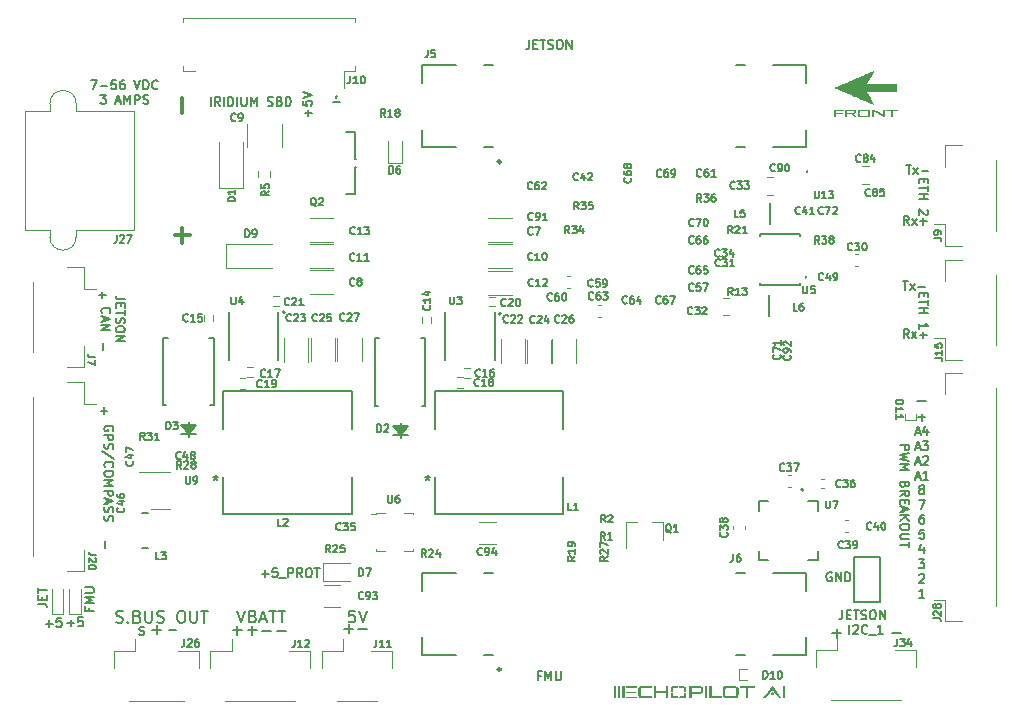
<source format=gbr>
%TF.GenerationSoftware,KiCad,Pcbnew,7.0.10*%
%TF.CreationDate,2024-02-09T12:16:23-05:00*%
%TF.ProjectId,pixc4-jetson-universal-carrier,70697863-342d-46a6-9574-736f6e2d756e,rev?*%
%TF.SameCoordinates,Original*%
%TF.FileFunction,Legend,Top*%
%TF.FilePolarity,Positive*%
%FSLAX46Y46*%
G04 Gerber Fmt 4.6, Leading zero omitted, Abs format (unit mm)*
G04 Created by KiCad (PCBNEW 7.0.10) date 2024-02-09 12:16:23*
%MOMM*%
%LPD*%
G01*
G04 APERTURE LIST*
%ADD10C,0.127000*%
%ADD11C,0.150000*%
%ADD12C,0.203200*%
%ADD13C,0.152400*%
%ADD14C,0.330200*%
%ADD15C,0.120000*%
%ADD16C,0.200000*%
%ADD17C,0.250000*%
G04 APERTURE END LIST*
D10*
X101746485Y-134465168D02*
X101492485Y-134465168D01*
X101492485Y-134864311D02*
X101492485Y-134102311D01*
X101492485Y-134102311D02*
X101855342Y-134102311D01*
X102145628Y-134864311D02*
X102145628Y-134102311D01*
X102145628Y-134102311D02*
X102399628Y-134646597D01*
X102399628Y-134646597D02*
X102653628Y-134102311D01*
X102653628Y-134102311D02*
X102653628Y-134864311D01*
X103016485Y-134102311D02*
X103016485Y-134719168D01*
X103016485Y-134719168D02*
X103052771Y-134791740D01*
X103052771Y-134791740D02*
X103089057Y-134828026D01*
X103089057Y-134828026D02*
X103161628Y-134864311D01*
X103161628Y-134864311D02*
X103306771Y-134864311D01*
X103306771Y-134864311D02*
X103379342Y-134828026D01*
X103379342Y-134828026D02*
X103415628Y-134791740D01*
X103415628Y-134791740D02*
X103451914Y-134719168D01*
X103451914Y-134719168D02*
X103451914Y-134102311D01*
X100784914Y-80642311D02*
X100784914Y-81186597D01*
X100784914Y-81186597D02*
X100748629Y-81295454D01*
X100748629Y-81295454D02*
X100676057Y-81368026D01*
X100676057Y-81368026D02*
X100567200Y-81404311D01*
X100567200Y-81404311D02*
X100494629Y-81404311D01*
X101147771Y-81005168D02*
X101401771Y-81005168D01*
X101510628Y-81404311D02*
X101147771Y-81404311D01*
X101147771Y-81404311D02*
X101147771Y-80642311D01*
X101147771Y-80642311D02*
X101510628Y-80642311D01*
X101728343Y-80642311D02*
X102163772Y-80642311D01*
X101946057Y-81404311D02*
X101946057Y-80642311D01*
X102381485Y-81368026D02*
X102490343Y-81404311D01*
X102490343Y-81404311D02*
X102671771Y-81404311D01*
X102671771Y-81404311D02*
X102744343Y-81368026D01*
X102744343Y-81368026D02*
X102780628Y-81331740D01*
X102780628Y-81331740D02*
X102816914Y-81259168D01*
X102816914Y-81259168D02*
X102816914Y-81186597D01*
X102816914Y-81186597D02*
X102780628Y-81114026D01*
X102780628Y-81114026D02*
X102744343Y-81077740D01*
X102744343Y-81077740D02*
X102671771Y-81041454D01*
X102671771Y-81041454D02*
X102526628Y-81005168D01*
X102526628Y-81005168D02*
X102454057Y-80968883D01*
X102454057Y-80968883D02*
X102417771Y-80932597D01*
X102417771Y-80932597D02*
X102381485Y-80860026D01*
X102381485Y-80860026D02*
X102381485Y-80787454D01*
X102381485Y-80787454D02*
X102417771Y-80714883D01*
X102417771Y-80714883D02*
X102454057Y-80678597D01*
X102454057Y-80678597D02*
X102526628Y-80642311D01*
X102526628Y-80642311D02*
X102708057Y-80642311D01*
X102708057Y-80642311D02*
X102816914Y-80678597D01*
X103288628Y-80642311D02*
X103433771Y-80642311D01*
X103433771Y-80642311D02*
X103506342Y-80678597D01*
X103506342Y-80678597D02*
X103578914Y-80751168D01*
X103578914Y-80751168D02*
X103615199Y-80896311D01*
X103615199Y-80896311D02*
X103615199Y-81150311D01*
X103615199Y-81150311D02*
X103578914Y-81295454D01*
X103578914Y-81295454D02*
X103506342Y-81368026D01*
X103506342Y-81368026D02*
X103433771Y-81404311D01*
X103433771Y-81404311D02*
X103288628Y-81404311D01*
X103288628Y-81404311D02*
X103216057Y-81368026D01*
X103216057Y-81368026D02*
X103143485Y-81295454D01*
X103143485Y-81295454D02*
X103107199Y-81150311D01*
X103107199Y-81150311D02*
X103107199Y-80896311D01*
X103107199Y-80896311D02*
X103143485Y-80751168D01*
X103143485Y-80751168D02*
X103216057Y-80678597D01*
X103216057Y-80678597D02*
X103288628Y-80642311D01*
X103941771Y-81404311D02*
X103941771Y-80642311D01*
X103941771Y-80642311D02*
X104377200Y-81404311D01*
X104377200Y-81404311D02*
X104377200Y-80642311D01*
D11*
X75704748Y-130637486D02*
X76466653Y-130637486D01*
X76085700Y-131018439D02*
X76085700Y-130256534D01*
D10*
X61678457Y-130002026D02*
X62259029Y-130002026D01*
X61968743Y-130292311D02*
X61968743Y-129711740D01*
X62984743Y-129530311D02*
X62621886Y-129530311D01*
X62621886Y-129530311D02*
X62585600Y-129893168D01*
X62585600Y-129893168D02*
X62621886Y-129856883D01*
X62621886Y-129856883D02*
X62694458Y-129820597D01*
X62694458Y-129820597D02*
X62875886Y-129820597D01*
X62875886Y-129820597D02*
X62948458Y-129856883D01*
X62948458Y-129856883D02*
X62984743Y-129893168D01*
X62984743Y-129893168D02*
X63021029Y-129965740D01*
X63021029Y-129965740D02*
X63021029Y-130147168D01*
X63021029Y-130147168D02*
X62984743Y-130219740D01*
X62984743Y-130219740D02*
X62948458Y-130256026D01*
X62948458Y-130256026D02*
X62875886Y-130292311D01*
X62875886Y-130292311D02*
X62694458Y-130292311D01*
X62694458Y-130292311D02*
X62621886Y-130256026D01*
X62621886Y-130256026D02*
X62585600Y-130219740D01*
X63548368Y-128690914D02*
X63548368Y-128944914D01*
X63947511Y-128944914D02*
X63185511Y-128944914D01*
X63185511Y-128944914D02*
X63185511Y-128582057D01*
X63947511Y-128291771D02*
X63185511Y-128291771D01*
X63185511Y-128291771D02*
X63729797Y-128037771D01*
X63729797Y-128037771D02*
X63185511Y-127783771D01*
X63185511Y-127783771D02*
X63947511Y-127783771D01*
X63185511Y-127420914D02*
X63802368Y-127420914D01*
X63802368Y-127420914D02*
X63874940Y-127384628D01*
X63874940Y-127384628D02*
X63911226Y-127348343D01*
X63911226Y-127348343D02*
X63947511Y-127275771D01*
X63947511Y-127275771D02*
X63947511Y-127130628D01*
X63947511Y-127130628D02*
X63911226Y-127058057D01*
X63911226Y-127058057D02*
X63874940Y-127021771D01*
X63874940Y-127021771D02*
X63802368Y-126985485D01*
X63802368Y-126985485D02*
X63185511Y-126985485D01*
X59172311Y-128389742D02*
X59716597Y-128389742D01*
X59716597Y-128389742D02*
X59825454Y-128426027D01*
X59825454Y-128426027D02*
X59898026Y-128498599D01*
X59898026Y-128498599D02*
X59934311Y-128607456D01*
X59934311Y-128607456D02*
X59934311Y-128680027D01*
X59535168Y-128026885D02*
X59535168Y-127772885D01*
X59934311Y-127664028D02*
X59934311Y-128026885D01*
X59934311Y-128026885D02*
X59172311Y-128026885D01*
X59172311Y-128026885D02*
X59172311Y-127664028D01*
X59172311Y-127446313D02*
X59172311Y-127010885D01*
X59934311Y-127228599D02*
X59172311Y-127228599D01*
X63701915Y-84053901D02*
X64209915Y-84053901D01*
X64209915Y-84053901D02*
X63883343Y-84815901D01*
X64500200Y-84525616D02*
X65080772Y-84525616D01*
X65806486Y-84053901D02*
X65443629Y-84053901D01*
X65443629Y-84053901D02*
X65407343Y-84416758D01*
X65407343Y-84416758D02*
X65443629Y-84380473D01*
X65443629Y-84380473D02*
X65516201Y-84344187D01*
X65516201Y-84344187D02*
X65697629Y-84344187D01*
X65697629Y-84344187D02*
X65770201Y-84380473D01*
X65770201Y-84380473D02*
X65806486Y-84416758D01*
X65806486Y-84416758D02*
X65842772Y-84489330D01*
X65842772Y-84489330D02*
X65842772Y-84670758D01*
X65842772Y-84670758D02*
X65806486Y-84743330D01*
X65806486Y-84743330D02*
X65770201Y-84779616D01*
X65770201Y-84779616D02*
X65697629Y-84815901D01*
X65697629Y-84815901D02*
X65516201Y-84815901D01*
X65516201Y-84815901D02*
X65443629Y-84779616D01*
X65443629Y-84779616D02*
X65407343Y-84743330D01*
X66495915Y-84053901D02*
X66350772Y-84053901D01*
X66350772Y-84053901D02*
X66278200Y-84090187D01*
X66278200Y-84090187D02*
X66241915Y-84126473D01*
X66241915Y-84126473D02*
X66169343Y-84235330D01*
X66169343Y-84235330D02*
X66133057Y-84380473D01*
X66133057Y-84380473D02*
X66133057Y-84670758D01*
X66133057Y-84670758D02*
X66169343Y-84743330D01*
X66169343Y-84743330D02*
X66205629Y-84779616D01*
X66205629Y-84779616D02*
X66278200Y-84815901D01*
X66278200Y-84815901D02*
X66423343Y-84815901D01*
X66423343Y-84815901D02*
X66495915Y-84779616D01*
X66495915Y-84779616D02*
X66532200Y-84743330D01*
X66532200Y-84743330D02*
X66568486Y-84670758D01*
X66568486Y-84670758D02*
X66568486Y-84489330D01*
X66568486Y-84489330D02*
X66532200Y-84416758D01*
X66532200Y-84416758D02*
X66495915Y-84380473D01*
X66495915Y-84380473D02*
X66423343Y-84344187D01*
X66423343Y-84344187D02*
X66278200Y-84344187D01*
X66278200Y-84344187D02*
X66205629Y-84380473D01*
X66205629Y-84380473D02*
X66169343Y-84416758D01*
X66169343Y-84416758D02*
X66133057Y-84489330D01*
X67366771Y-84053901D02*
X67620771Y-84815901D01*
X67620771Y-84815901D02*
X67874771Y-84053901D01*
X68128771Y-84815901D02*
X68128771Y-84053901D01*
X68128771Y-84053901D02*
X68310200Y-84053901D01*
X68310200Y-84053901D02*
X68419057Y-84090187D01*
X68419057Y-84090187D02*
X68491628Y-84162758D01*
X68491628Y-84162758D02*
X68527914Y-84235330D01*
X68527914Y-84235330D02*
X68564200Y-84380473D01*
X68564200Y-84380473D02*
X68564200Y-84489330D01*
X68564200Y-84489330D02*
X68527914Y-84634473D01*
X68527914Y-84634473D02*
X68491628Y-84707044D01*
X68491628Y-84707044D02*
X68419057Y-84779616D01*
X68419057Y-84779616D02*
X68310200Y-84815901D01*
X68310200Y-84815901D02*
X68128771Y-84815901D01*
X69326200Y-84743330D02*
X69289914Y-84779616D01*
X69289914Y-84779616D02*
X69181057Y-84815901D01*
X69181057Y-84815901D02*
X69108485Y-84815901D01*
X69108485Y-84815901D02*
X68999628Y-84779616D01*
X68999628Y-84779616D02*
X68927057Y-84707044D01*
X68927057Y-84707044D02*
X68890771Y-84634473D01*
X68890771Y-84634473D02*
X68854485Y-84489330D01*
X68854485Y-84489330D02*
X68854485Y-84380473D01*
X68854485Y-84380473D02*
X68890771Y-84235330D01*
X68890771Y-84235330D02*
X68927057Y-84162758D01*
X68927057Y-84162758D02*
X68999628Y-84090187D01*
X68999628Y-84090187D02*
X69108485Y-84053901D01*
X69108485Y-84053901D02*
X69181057Y-84053901D01*
X69181057Y-84053901D02*
X69289914Y-84090187D01*
X69289914Y-84090187D02*
X69326200Y-84126473D01*
X64482058Y-85280721D02*
X64953772Y-85280721D01*
X64953772Y-85280721D02*
X64699772Y-85571007D01*
X64699772Y-85571007D02*
X64808629Y-85571007D01*
X64808629Y-85571007D02*
X64881201Y-85607293D01*
X64881201Y-85607293D02*
X64917486Y-85643578D01*
X64917486Y-85643578D02*
X64953772Y-85716150D01*
X64953772Y-85716150D02*
X64953772Y-85897578D01*
X64953772Y-85897578D02*
X64917486Y-85970150D01*
X64917486Y-85970150D02*
X64881201Y-86006436D01*
X64881201Y-86006436D02*
X64808629Y-86042721D01*
X64808629Y-86042721D02*
X64590915Y-86042721D01*
X64590915Y-86042721D02*
X64518343Y-86006436D01*
X64518343Y-86006436D02*
X64482058Y-85970150D01*
X65824628Y-85825007D02*
X66187486Y-85825007D01*
X65752057Y-86042721D02*
X66006057Y-85280721D01*
X66006057Y-85280721D02*
X66260057Y-86042721D01*
X66514057Y-86042721D02*
X66514057Y-85280721D01*
X66514057Y-85280721D02*
X66768057Y-85825007D01*
X66768057Y-85825007D02*
X67022057Y-85280721D01*
X67022057Y-85280721D02*
X67022057Y-86042721D01*
X67384914Y-86042721D02*
X67384914Y-85280721D01*
X67384914Y-85280721D02*
X67675200Y-85280721D01*
X67675200Y-85280721D02*
X67747771Y-85317007D01*
X67747771Y-85317007D02*
X67784057Y-85353293D01*
X67784057Y-85353293D02*
X67820343Y-85425864D01*
X67820343Y-85425864D02*
X67820343Y-85534721D01*
X67820343Y-85534721D02*
X67784057Y-85607293D01*
X67784057Y-85607293D02*
X67747771Y-85643578D01*
X67747771Y-85643578D02*
X67675200Y-85679864D01*
X67675200Y-85679864D02*
X67384914Y-85679864D01*
X68110628Y-86006436D02*
X68219486Y-86042721D01*
X68219486Y-86042721D02*
X68400914Y-86042721D01*
X68400914Y-86042721D02*
X68473486Y-86006436D01*
X68473486Y-86006436D02*
X68509771Y-85970150D01*
X68509771Y-85970150D02*
X68546057Y-85897578D01*
X68546057Y-85897578D02*
X68546057Y-85825007D01*
X68546057Y-85825007D02*
X68509771Y-85752436D01*
X68509771Y-85752436D02*
X68473486Y-85716150D01*
X68473486Y-85716150D02*
X68400914Y-85679864D01*
X68400914Y-85679864D02*
X68255771Y-85643578D01*
X68255771Y-85643578D02*
X68183200Y-85607293D01*
X68183200Y-85607293D02*
X68146914Y-85571007D01*
X68146914Y-85571007D02*
X68110628Y-85498436D01*
X68110628Y-85498436D02*
X68110628Y-85425864D01*
X68110628Y-85425864D02*
X68146914Y-85353293D01*
X68146914Y-85353293D02*
X68183200Y-85317007D01*
X68183200Y-85317007D02*
X68255771Y-85280721D01*
X68255771Y-85280721D02*
X68437200Y-85280721D01*
X68437200Y-85280721D02*
X68546057Y-85317007D01*
X73807629Y-86224311D02*
X73807629Y-85462311D01*
X74605915Y-86224311D02*
X74351915Y-85861454D01*
X74170486Y-86224311D02*
X74170486Y-85462311D01*
X74170486Y-85462311D02*
X74460772Y-85462311D01*
X74460772Y-85462311D02*
X74533343Y-85498597D01*
X74533343Y-85498597D02*
X74569629Y-85534883D01*
X74569629Y-85534883D02*
X74605915Y-85607454D01*
X74605915Y-85607454D02*
X74605915Y-85716311D01*
X74605915Y-85716311D02*
X74569629Y-85788883D01*
X74569629Y-85788883D02*
X74533343Y-85825168D01*
X74533343Y-85825168D02*
X74460772Y-85861454D01*
X74460772Y-85861454D02*
X74170486Y-85861454D01*
X74932486Y-86224311D02*
X74932486Y-85462311D01*
X75295343Y-86224311D02*
X75295343Y-85462311D01*
X75295343Y-85462311D02*
X75476772Y-85462311D01*
X75476772Y-85462311D02*
X75585629Y-85498597D01*
X75585629Y-85498597D02*
X75658200Y-85571168D01*
X75658200Y-85571168D02*
X75694486Y-85643740D01*
X75694486Y-85643740D02*
X75730772Y-85788883D01*
X75730772Y-85788883D02*
X75730772Y-85897740D01*
X75730772Y-85897740D02*
X75694486Y-86042883D01*
X75694486Y-86042883D02*
X75658200Y-86115454D01*
X75658200Y-86115454D02*
X75585629Y-86188026D01*
X75585629Y-86188026D02*
X75476772Y-86224311D01*
X75476772Y-86224311D02*
X75295343Y-86224311D01*
X76057343Y-86224311D02*
X76057343Y-85462311D01*
X76420200Y-85462311D02*
X76420200Y-86079168D01*
X76420200Y-86079168D02*
X76456486Y-86151740D01*
X76456486Y-86151740D02*
X76492772Y-86188026D01*
X76492772Y-86188026D02*
X76565343Y-86224311D01*
X76565343Y-86224311D02*
X76710486Y-86224311D01*
X76710486Y-86224311D02*
X76783057Y-86188026D01*
X76783057Y-86188026D02*
X76819343Y-86151740D01*
X76819343Y-86151740D02*
X76855629Y-86079168D01*
X76855629Y-86079168D02*
X76855629Y-85462311D01*
X77218486Y-86224311D02*
X77218486Y-85462311D01*
X77218486Y-85462311D02*
X77472486Y-86006597D01*
X77472486Y-86006597D02*
X77726486Y-85462311D01*
X77726486Y-85462311D02*
X77726486Y-86224311D01*
X78633628Y-86188026D02*
X78742486Y-86224311D01*
X78742486Y-86224311D02*
X78923914Y-86224311D01*
X78923914Y-86224311D02*
X78996486Y-86188026D01*
X78996486Y-86188026D02*
X79032771Y-86151740D01*
X79032771Y-86151740D02*
X79069057Y-86079168D01*
X79069057Y-86079168D02*
X79069057Y-86006597D01*
X79069057Y-86006597D02*
X79032771Y-85934026D01*
X79032771Y-85934026D02*
X78996486Y-85897740D01*
X78996486Y-85897740D02*
X78923914Y-85861454D01*
X78923914Y-85861454D02*
X78778771Y-85825168D01*
X78778771Y-85825168D02*
X78706200Y-85788883D01*
X78706200Y-85788883D02*
X78669914Y-85752597D01*
X78669914Y-85752597D02*
X78633628Y-85680026D01*
X78633628Y-85680026D02*
X78633628Y-85607454D01*
X78633628Y-85607454D02*
X78669914Y-85534883D01*
X78669914Y-85534883D02*
X78706200Y-85498597D01*
X78706200Y-85498597D02*
X78778771Y-85462311D01*
X78778771Y-85462311D02*
X78960200Y-85462311D01*
X78960200Y-85462311D02*
X79069057Y-85498597D01*
X79649628Y-85825168D02*
X79758485Y-85861454D01*
X79758485Y-85861454D02*
X79794771Y-85897740D01*
X79794771Y-85897740D02*
X79831057Y-85970311D01*
X79831057Y-85970311D02*
X79831057Y-86079168D01*
X79831057Y-86079168D02*
X79794771Y-86151740D01*
X79794771Y-86151740D02*
X79758485Y-86188026D01*
X79758485Y-86188026D02*
X79685914Y-86224311D01*
X79685914Y-86224311D02*
X79395628Y-86224311D01*
X79395628Y-86224311D02*
X79395628Y-85462311D01*
X79395628Y-85462311D02*
X79649628Y-85462311D01*
X79649628Y-85462311D02*
X79722200Y-85498597D01*
X79722200Y-85498597D02*
X79758485Y-85534883D01*
X79758485Y-85534883D02*
X79794771Y-85607454D01*
X79794771Y-85607454D02*
X79794771Y-85680026D01*
X79794771Y-85680026D02*
X79758485Y-85752597D01*
X79758485Y-85752597D02*
X79722200Y-85788883D01*
X79722200Y-85788883D02*
X79649628Y-85825168D01*
X79649628Y-85825168D02*
X79395628Y-85825168D01*
X80157628Y-86224311D02*
X80157628Y-85462311D01*
X80157628Y-85462311D02*
X80339057Y-85462311D01*
X80339057Y-85462311D02*
X80447914Y-85498597D01*
X80447914Y-85498597D02*
X80520485Y-85571168D01*
X80520485Y-85571168D02*
X80556771Y-85643740D01*
X80556771Y-85643740D02*
X80593057Y-85788883D01*
X80593057Y-85788883D02*
X80593057Y-85897740D01*
X80593057Y-85897740D02*
X80556771Y-86042883D01*
X80556771Y-86042883D02*
X80520485Y-86115454D01*
X80520485Y-86115454D02*
X80447914Y-86188026D01*
X80447914Y-86188026D02*
X80339057Y-86224311D01*
X80339057Y-86224311D02*
X80157628Y-86224311D01*
D11*
X85123068Y-130510486D02*
X85884973Y-130510486D01*
X85504020Y-130891439D02*
X85504020Y-130129534D01*
X86334648Y-130528266D02*
X87096553Y-130528266D01*
D12*
X84467700Y-85406306D02*
X84407223Y-85466783D01*
X84407223Y-85466783D02*
X84467700Y-85527259D01*
X84467700Y-85527259D02*
X84528176Y-85466783D01*
X84528176Y-85466783D02*
X84467700Y-85406306D01*
X84467700Y-85406306D02*
X84467700Y-85527259D01*
D10*
X132206288Y-114944828D02*
X132968288Y-114944828D01*
X132968288Y-114944828D02*
X132968288Y-115235114D01*
X132968288Y-115235114D02*
X132932002Y-115307685D01*
X132932002Y-115307685D02*
X132895716Y-115343971D01*
X132895716Y-115343971D02*
X132823145Y-115380257D01*
X132823145Y-115380257D02*
X132714288Y-115380257D01*
X132714288Y-115380257D02*
X132641716Y-115343971D01*
X132641716Y-115343971D02*
X132605431Y-115307685D01*
X132605431Y-115307685D02*
X132569145Y-115235114D01*
X132569145Y-115235114D02*
X132569145Y-114944828D01*
X132968288Y-115634257D02*
X132206288Y-115815685D01*
X132206288Y-115815685D02*
X132750574Y-115960828D01*
X132750574Y-115960828D02*
X132206288Y-116105971D01*
X132206288Y-116105971D02*
X132968288Y-116287400D01*
X132206288Y-116577685D02*
X132968288Y-116577685D01*
X132968288Y-116577685D02*
X132424002Y-116831685D01*
X132424002Y-116831685D02*
X132968288Y-117085685D01*
X132968288Y-117085685D02*
X132206288Y-117085685D01*
X132605431Y-118283113D02*
X132569145Y-118391970D01*
X132569145Y-118391970D02*
X132532859Y-118428256D01*
X132532859Y-118428256D02*
X132460288Y-118464542D01*
X132460288Y-118464542D02*
X132351431Y-118464542D01*
X132351431Y-118464542D02*
X132278859Y-118428256D01*
X132278859Y-118428256D02*
X132242574Y-118391970D01*
X132242574Y-118391970D02*
X132206288Y-118319399D01*
X132206288Y-118319399D02*
X132206288Y-118029113D01*
X132206288Y-118029113D02*
X132968288Y-118029113D01*
X132968288Y-118029113D02*
X132968288Y-118283113D01*
X132968288Y-118283113D02*
X132932002Y-118355685D01*
X132932002Y-118355685D02*
X132895716Y-118391970D01*
X132895716Y-118391970D02*
X132823145Y-118428256D01*
X132823145Y-118428256D02*
X132750574Y-118428256D01*
X132750574Y-118428256D02*
X132678002Y-118391970D01*
X132678002Y-118391970D02*
X132641716Y-118355685D01*
X132641716Y-118355685D02*
X132605431Y-118283113D01*
X132605431Y-118283113D02*
X132605431Y-118029113D01*
X132206288Y-119226542D02*
X132569145Y-118972542D01*
X132206288Y-118791113D02*
X132968288Y-118791113D01*
X132968288Y-118791113D02*
X132968288Y-119081399D01*
X132968288Y-119081399D02*
X132932002Y-119153970D01*
X132932002Y-119153970D02*
X132895716Y-119190256D01*
X132895716Y-119190256D02*
X132823145Y-119226542D01*
X132823145Y-119226542D02*
X132714288Y-119226542D01*
X132714288Y-119226542D02*
X132641716Y-119190256D01*
X132641716Y-119190256D02*
X132605431Y-119153970D01*
X132605431Y-119153970D02*
X132569145Y-119081399D01*
X132569145Y-119081399D02*
X132569145Y-118791113D01*
X132605431Y-119553113D02*
X132605431Y-119807113D01*
X132206288Y-119915970D02*
X132206288Y-119553113D01*
X132206288Y-119553113D02*
X132968288Y-119553113D01*
X132968288Y-119553113D02*
X132968288Y-119915970D01*
X132424002Y-120206256D02*
X132424002Y-120569114D01*
X132206288Y-120133685D02*
X132968288Y-120387685D01*
X132968288Y-120387685D02*
X132206288Y-120641685D01*
X132206288Y-120895685D02*
X132968288Y-120895685D01*
X132206288Y-121331114D02*
X132641716Y-121004542D01*
X132968288Y-121331114D02*
X132532859Y-120895685D01*
X132968288Y-121802828D02*
X132968288Y-121947971D01*
X132968288Y-121947971D02*
X132932002Y-122020542D01*
X132932002Y-122020542D02*
X132859431Y-122093114D01*
X132859431Y-122093114D02*
X132714288Y-122129399D01*
X132714288Y-122129399D02*
X132460288Y-122129399D01*
X132460288Y-122129399D02*
X132315145Y-122093114D01*
X132315145Y-122093114D02*
X132242574Y-122020542D01*
X132242574Y-122020542D02*
X132206288Y-121947971D01*
X132206288Y-121947971D02*
X132206288Y-121802828D01*
X132206288Y-121802828D02*
X132242574Y-121730257D01*
X132242574Y-121730257D02*
X132315145Y-121657685D01*
X132315145Y-121657685D02*
X132460288Y-121621399D01*
X132460288Y-121621399D02*
X132714288Y-121621399D01*
X132714288Y-121621399D02*
X132859431Y-121657685D01*
X132859431Y-121657685D02*
X132932002Y-121730257D01*
X132932002Y-121730257D02*
X132968288Y-121802828D01*
X132968288Y-122455971D02*
X132351431Y-122455971D01*
X132351431Y-122455971D02*
X132278859Y-122492257D01*
X132278859Y-122492257D02*
X132242574Y-122528543D01*
X132242574Y-122528543D02*
X132206288Y-122601114D01*
X132206288Y-122601114D02*
X132206288Y-122746257D01*
X132206288Y-122746257D02*
X132242574Y-122818828D01*
X132242574Y-122818828D02*
X132278859Y-122855114D01*
X132278859Y-122855114D02*
X132351431Y-122891400D01*
X132351431Y-122891400D02*
X132968288Y-122891400D01*
X132968288Y-123145400D02*
X132968288Y-123580829D01*
X132206288Y-123363114D02*
X132968288Y-123363114D01*
D11*
X134413152Y-111195303D02*
X133651248Y-111195303D01*
D10*
X65519802Y-113717714D02*
X65556088Y-113645143D01*
X65556088Y-113645143D02*
X65556088Y-113536285D01*
X65556088Y-113536285D02*
X65519802Y-113427428D01*
X65519802Y-113427428D02*
X65447231Y-113354857D01*
X65447231Y-113354857D02*
X65374659Y-113318571D01*
X65374659Y-113318571D02*
X65229516Y-113282285D01*
X65229516Y-113282285D02*
X65120659Y-113282285D01*
X65120659Y-113282285D02*
X64975516Y-113318571D01*
X64975516Y-113318571D02*
X64902945Y-113354857D01*
X64902945Y-113354857D02*
X64830374Y-113427428D01*
X64830374Y-113427428D02*
X64794088Y-113536285D01*
X64794088Y-113536285D02*
X64794088Y-113608857D01*
X64794088Y-113608857D02*
X64830374Y-113717714D01*
X64830374Y-113717714D02*
X64866659Y-113754000D01*
X64866659Y-113754000D02*
X65120659Y-113754000D01*
X65120659Y-113754000D02*
X65120659Y-113608857D01*
X64794088Y-114080571D02*
X65556088Y-114080571D01*
X65556088Y-114080571D02*
X65556088Y-114370857D01*
X65556088Y-114370857D02*
X65519802Y-114443428D01*
X65519802Y-114443428D02*
X65483516Y-114479714D01*
X65483516Y-114479714D02*
X65410945Y-114516000D01*
X65410945Y-114516000D02*
X65302088Y-114516000D01*
X65302088Y-114516000D02*
X65229516Y-114479714D01*
X65229516Y-114479714D02*
X65193231Y-114443428D01*
X65193231Y-114443428D02*
X65156945Y-114370857D01*
X65156945Y-114370857D02*
X65156945Y-114080571D01*
X64830374Y-114806285D02*
X64794088Y-114915143D01*
X64794088Y-114915143D02*
X64794088Y-115096571D01*
X64794088Y-115096571D02*
X64830374Y-115169143D01*
X64830374Y-115169143D02*
X64866659Y-115205428D01*
X64866659Y-115205428D02*
X64939231Y-115241714D01*
X64939231Y-115241714D02*
X65011802Y-115241714D01*
X65011802Y-115241714D02*
X65084374Y-115205428D01*
X65084374Y-115205428D02*
X65120659Y-115169143D01*
X65120659Y-115169143D02*
X65156945Y-115096571D01*
X65156945Y-115096571D02*
X65193231Y-114951428D01*
X65193231Y-114951428D02*
X65229516Y-114878857D01*
X65229516Y-114878857D02*
X65265802Y-114842571D01*
X65265802Y-114842571D02*
X65338374Y-114806285D01*
X65338374Y-114806285D02*
X65410945Y-114806285D01*
X65410945Y-114806285D02*
X65483516Y-114842571D01*
X65483516Y-114842571D02*
X65519802Y-114878857D01*
X65519802Y-114878857D02*
X65556088Y-114951428D01*
X65556088Y-114951428D02*
X65556088Y-115132857D01*
X65556088Y-115132857D02*
X65519802Y-115241714D01*
X65592374Y-116112571D02*
X64612659Y-115459428D01*
X64866659Y-116802000D02*
X64830374Y-116765714D01*
X64830374Y-116765714D02*
X64794088Y-116656857D01*
X64794088Y-116656857D02*
X64794088Y-116584285D01*
X64794088Y-116584285D02*
X64830374Y-116475428D01*
X64830374Y-116475428D02*
X64902945Y-116402857D01*
X64902945Y-116402857D02*
X64975516Y-116366571D01*
X64975516Y-116366571D02*
X65120659Y-116330285D01*
X65120659Y-116330285D02*
X65229516Y-116330285D01*
X65229516Y-116330285D02*
X65374659Y-116366571D01*
X65374659Y-116366571D02*
X65447231Y-116402857D01*
X65447231Y-116402857D02*
X65519802Y-116475428D01*
X65519802Y-116475428D02*
X65556088Y-116584285D01*
X65556088Y-116584285D02*
X65556088Y-116656857D01*
X65556088Y-116656857D02*
X65519802Y-116765714D01*
X65519802Y-116765714D02*
X65483516Y-116802000D01*
X65556088Y-117273714D02*
X65556088Y-117418857D01*
X65556088Y-117418857D02*
X65519802Y-117491428D01*
X65519802Y-117491428D02*
X65447231Y-117564000D01*
X65447231Y-117564000D02*
X65302088Y-117600285D01*
X65302088Y-117600285D02*
X65048088Y-117600285D01*
X65048088Y-117600285D02*
X64902945Y-117564000D01*
X64902945Y-117564000D02*
X64830374Y-117491428D01*
X64830374Y-117491428D02*
X64794088Y-117418857D01*
X64794088Y-117418857D02*
X64794088Y-117273714D01*
X64794088Y-117273714D02*
X64830374Y-117201143D01*
X64830374Y-117201143D02*
X64902945Y-117128571D01*
X64902945Y-117128571D02*
X65048088Y-117092285D01*
X65048088Y-117092285D02*
X65302088Y-117092285D01*
X65302088Y-117092285D02*
X65447231Y-117128571D01*
X65447231Y-117128571D02*
X65519802Y-117201143D01*
X65519802Y-117201143D02*
X65556088Y-117273714D01*
X64794088Y-117926857D02*
X65556088Y-117926857D01*
X65556088Y-117926857D02*
X65011802Y-118180857D01*
X65011802Y-118180857D02*
X65556088Y-118434857D01*
X65556088Y-118434857D02*
X64794088Y-118434857D01*
X64794088Y-118797714D02*
X65556088Y-118797714D01*
X65556088Y-118797714D02*
X65556088Y-119088000D01*
X65556088Y-119088000D02*
X65519802Y-119160571D01*
X65519802Y-119160571D02*
X65483516Y-119196857D01*
X65483516Y-119196857D02*
X65410945Y-119233143D01*
X65410945Y-119233143D02*
X65302088Y-119233143D01*
X65302088Y-119233143D02*
X65229516Y-119196857D01*
X65229516Y-119196857D02*
X65193231Y-119160571D01*
X65193231Y-119160571D02*
X65156945Y-119088000D01*
X65156945Y-119088000D02*
X65156945Y-118797714D01*
X65011802Y-119523428D02*
X65011802Y-119886286D01*
X64794088Y-119450857D02*
X65556088Y-119704857D01*
X65556088Y-119704857D02*
X64794088Y-119958857D01*
X64830374Y-120176571D02*
X64794088Y-120285429D01*
X64794088Y-120285429D02*
X64794088Y-120466857D01*
X64794088Y-120466857D02*
X64830374Y-120539429D01*
X64830374Y-120539429D02*
X64866659Y-120575714D01*
X64866659Y-120575714D02*
X64939231Y-120612000D01*
X64939231Y-120612000D02*
X65011802Y-120612000D01*
X65011802Y-120612000D02*
X65084374Y-120575714D01*
X65084374Y-120575714D02*
X65120659Y-120539429D01*
X65120659Y-120539429D02*
X65156945Y-120466857D01*
X65156945Y-120466857D02*
X65193231Y-120321714D01*
X65193231Y-120321714D02*
X65229516Y-120249143D01*
X65229516Y-120249143D02*
X65265802Y-120212857D01*
X65265802Y-120212857D02*
X65338374Y-120176571D01*
X65338374Y-120176571D02*
X65410945Y-120176571D01*
X65410945Y-120176571D02*
X65483516Y-120212857D01*
X65483516Y-120212857D02*
X65519802Y-120249143D01*
X65519802Y-120249143D02*
X65556088Y-120321714D01*
X65556088Y-120321714D02*
X65556088Y-120503143D01*
X65556088Y-120503143D02*
X65519802Y-120612000D01*
X64830374Y-120902285D02*
X64794088Y-121011143D01*
X64794088Y-121011143D02*
X64794088Y-121192571D01*
X64794088Y-121192571D02*
X64830374Y-121265143D01*
X64830374Y-121265143D02*
X64866659Y-121301428D01*
X64866659Y-121301428D02*
X64939231Y-121337714D01*
X64939231Y-121337714D02*
X65011802Y-121337714D01*
X65011802Y-121337714D02*
X65084374Y-121301428D01*
X65084374Y-121301428D02*
X65120659Y-121265143D01*
X65120659Y-121265143D02*
X65156945Y-121192571D01*
X65156945Y-121192571D02*
X65193231Y-121047428D01*
X65193231Y-121047428D02*
X65229516Y-120974857D01*
X65229516Y-120974857D02*
X65265802Y-120938571D01*
X65265802Y-120938571D02*
X65338374Y-120902285D01*
X65338374Y-120902285D02*
X65410945Y-120902285D01*
X65410945Y-120902285D02*
X65483516Y-120938571D01*
X65483516Y-120938571D02*
X65519802Y-120974857D01*
X65519802Y-120974857D02*
X65556088Y-121047428D01*
X65556088Y-121047428D02*
X65556088Y-121228857D01*
X65556088Y-121228857D02*
X65519802Y-121337714D01*
X70270914Y-130611626D02*
X70851486Y-130611626D01*
X134193231Y-102034143D02*
X134193231Y-102288143D01*
X133794088Y-102397000D02*
X133794088Y-102034143D01*
X133794088Y-102034143D02*
X134556088Y-102034143D01*
X134556088Y-102034143D02*
X134556088Y-102397000D01*
X134556088Y-102614715D02*
X134556088Y-103050144D01*
X133794088Y-102832429D02*
X134556088Y-102832429D01*
X133794088Y-103304143D02*
X134556088Y-103304143D01*
X134193231Y-103304143D02*
X134193231Y-103739572D01*
X133794088Y-103739572D02*
X134556088Y-103739572D01*
X133794088Y-105082143D02*
X133794088Y-104646714D01*
X133794088Y-104864429D02*
X134556088Y-104864429D01*
X134556088Y-104864429D02*
X134447231Y-104791857D01*
X134447231Y-104791857D02*
X134374659Y-104719286D01*
X134374659Y-104719286D02*
X134338374Y-104646714D01*
X132937914Y-96284311D02*
X132683914Y-95921454D01*
X132502485Y-96284311D02*
X132502485Y-95522311D01*
X132502485Y-95522311D02*
X132792771Y-95522311D01*
X132792771Y-95522311D02*
X132865342Y-95558597D01*
X132865342Y-95558597D02*
X132901628Y-95594883D01*
X132901628Y-95594883D02*
X132937914Y-95667454D01*
X132937914Y-95667454D02*
X132937914Y-95776311D01*
X132937914Y-95776311D02*
X132901628Y-95848883D01*
X132901628Y-95848883D02*
X132865342Y-95885168D01*
X132865342Y-95885168D02*
X132792771Y-95921454D01*
X132792771Y-95921454D02*
X132502485Y-95921454D01*
X133191914Y-96284311D02*
X133591057Y-95776311D01*
X133191914Y-95776311D02*
X133591057Y-96284311D01*
X133881342Y-95994026D02*
X134461914Y-95994026D01*
X134171628Y-96284311D02*
X134171628Y-95703740D01*
X84179714Y-85914026D02*
X84760286Y-85914026D01*
D11*
X76078650Y-128956719D02*
X76411983Y-129956719D01*
X76411983Y-129956719D02*
X76745316Y-128956719D01*
X77411983Y-129432909D02*
X77554840Y-129480528D01*
X77554840Y-129480528D02*
X77602459Y-129528147D01*
X77602459Y-129528147D02*
X77650078Y-129623385D01*
X77650078Y-129623385D02*
X77650078Y-129766242D01*
X77650078Y-129766242D02*
X77602459Y-129861480D01*
X77602459Y-129861480D02*
X77554840Y-129909100D01*
X77554840Y-129909100D02*
X77459602Y-129956719D01*
X77459602Y-129956719D02*
X77078650Y-129956719D01*
X77078650Y-129956719D02*
X77078650Y-128956719D01*
X77078650Y-128956719D02*
X77411983Y-128956719D01*
X77411983Y-128956719D02*
X77507221Y-129004338D01*
X77507221Y-129004338D02*
X77554840Y-129051957D01*
X77554840Y-129051957D02*
X77602459Y-129147195D01*
X77602459Y-129147195D02*
X77602459Y-129242433D01*
X77602459Y-129242433D02*
X77554840Y-129337671D01*
X77554840Y-129337671D02*
X77507221Y-129385290D01*
X77507221Y-129385290D02*
X77411983Y-129432909D01*
X77411983Y-129432909D02*
X77078650Y-129432909D01*
X78031031Y-129671004D02*
X78507221Y-129671004D01*
X77935793Y-129956719D02*
X78269126Y-128956719D01*
X78269126Y-128956719D02*
X78602459Y-129956719D01*
X78792936Y-128956719D02*
X79364364Y-128956719D01*
X79078650Y-129956719D02*
X79078650Y-128956719D01*
X79554841Y-128956719D02*
X80126269Y-128956719D01*
X79840555Y-129956719D02*
X79840555Y-128956719D01*
X86017123Y-128956719D02*
X85540933Y-128956719D01*
X85540933Y-128956719D02*
X85493314Y-129432909D01*
X85493314Y-129432909D02*
X85540933Y-129385290D01*
X85540933Y-129385290D02*
X85636171Y-129337671D01*
X85636171Y-129337671D02*
X85874266Y-129337671D01*
X85874266Y-129337671D02*
X85969504Y-129385290D01*
X85969504Y-129385290D02*
X86017123Y-129432909D01*
X86017123Y-129432909D02*
X86064742Y-129528147D01*
X86064742Y-129528147D02*
X86064742Y-129766242D01*
X86064742Y-129766242D02*
X86017123Y-129861480D01*
X86017123Y-129861480D02*
X85969504Y-129909100D01*
X85969504Y-129909100D02*
X85874266Y-129956719D01*
X85874266Y-129956719D02*
X85636171Y-129956719D01*
X85636171Y-129956719D02*
X85540933Y-129909100D01*
X85540933Y-129909100D02*
X85493314Y-129861480D01*
X86350457Y-128956719D02*
X86683790Y-129956719D01*
X86683790Y-129956719D02*
X87017123Y-128956719D01*
X76974748Y-130637486D02*
X77736653Y-130637486D01*
X77355700Y-131018439D02*
X77355700Y-130256534D01*
X80225851Y-130672633D02*
X79463947Y-130672633D01*
X78186328Y-130655266D02*
X78948233Y-130655266D01*
D10*
X59849657Y-130052826D02*
X60430229Y-130052826D01*
X60139943Y-130343111D02*
X60139943Y-129762540D01*
X61155943Y-129581111D02*
X60793086Y-129581111D01*
X60793086Y-129581111D02*
X60756800Y-129943968D01*
X60756800Y-129943968D02*
X60793086Y-129907683D01*
X60793086Y-129907683D02*
X60865658Y-129871397D01*
X60865658Y-129871397D02*
X61047086Y-129871397D01*
X61047086Y-129871397D02*
X61119658Y-129907683D01*
X61119658Y-129907683D02*
X61155943Y-129943968D01*
X61155943Y-129943968D02*
X61192229Y-130016540D01*
X61192229Y-130016540D02*
X61192229Y-130197968D01*
X61192229Y-130197968D02*
X61155943Y-130270540D01*
X61155943Y-130270540D02*
X61119658Y-130306826D01*
X61119658Y-130306826D02*
X61047086Y-130343111D01*
X61047086Y-130343111D02*
X60865658Y-130343111D01*
X60865658Y-130343111D02*
X60793086Y-130306826D01*
X60793086Y-130306826D02*
X60756800Y-130270540D01*
X126389428Y-125750197D02*
X126316857Y-125713911D01*
X126316857Y-125713911D02*
X126207999Y-125713911D01*
X126207999Y-125713911D02*
X126099142Y-125750197D01*
X126099142Y-125750197D02*
X126026571Y-125822768D01*
X126026571Y-125822768D02*
X125990285Y-125895340D01*
X125990285Y-125895340D02*
X125953999Y-126040483D01*
X125953999Y-126040483D02*
X125953999Y-126149340D01*
X125953999Y-126149340D02*
X125990285Y-126294483D01*
X125990285Y-126294483D02*
X126026571Y-126367054D01*
X126026571Y-126367054D02*
X126099142Y-126439626D01*
X126099142Y-126439626D02*
X126207999Y-126475911D01*
X126207999Y-126475911D02*
X126280571Y-126475911D01*
X126280571Y-126475911D02*
X126389428Y-126439626D01*
X126389428Y-126439626D02*
X126425714Y-126403340D01*
X126425714Y-126403340D02*
X126425714Y-126149340D01*
X126425714Y-126149340D02*
X126280571Y-126149340D01*
X126752285Y-126475911D02*
X126752285Y-125713911D01*
X126752285Y-125713911D02*
X127187714Y-126475911D01*
X127187714Y-126475911D02*
X127187714Y-125713911D01*
X127550571Y-126475911D02*
X127550571Y-125713911D01*
X127550571Y-125713911D02*
X127732000Y-125713911D01*
X127732000Y-125713911D02*
X127840857Y-125750197D01*
X127840857Y-125750197D02*
X127913428Y-125822768D01*
X127913428Y-125822768D02*
X127949714Y-125895340D01*
X127949714Y-125895340D02*
X127986000Y-126040483D01*
X127986000Y-126040483D02*
X127986000Y-126149340D01*
X127986000Y-126149340D02*
X127949714Y-126294483D01*
X127949714Y-126294483D02*
X127913428Y-126367054D01*
X127913428Y-126367054D02*
X127840857Y-126439626D01*
X127840857Y-126439626D02*
X127732000Y-126475911D01*
X127732000Y-126475911D02*
X127550571Y-126475911D01*
X134177343Y-120850001D02*
X134032200Y-120850001D01*
X134032200Y-120850001D02*
X133959628Y-120886287D01*
X133959628Y-120886287D02*
X133923343Y-120922573D01*
X133923343Y-120922573D02*
X133850771Y-121031430D01*
X133850771Y-121031430D02*
X133814485Y-121176573D01*
X133814485Y-121176573D02*
X133814485Y-121466858D01*
X133814485Y-121466858D02*
X133850771Y-121539430D01*
X133850771Y-121539430D02*
X133887057Y-121575716D01*
X133887057Y-121575716D02*
X133959628Y-121612001D01*
X133959628Y-121612001D02*
X134104771Y-121612001D01*
X134104771Y-121612001D02*
X134177343Y-121575716D01*
X134177343Y-121575716D02*
X134213628Y-121539430D01*
X134213628Y-121539430D02*
X134249914Y-121466858D01*
X134249914Y-121466858D02*
X134249914Y-121285430D01*
X134249914Y-121285430D02*
X134213628Y-121212858D01*
X134213628Y-121212858D02*
X134177343Y-121176573D01*
X134177343Y-121176573D02*
X134104771Y-121140287D01*
X134104771Y-121140287D02*
X133959628Y-121140287D01*
X133959628Y-121140287D02*
X133887057Y-121176573D01*
X133887057Y-121176573D02*
X133850771Y-121212858D01*
X133850771Y-121212858D02*
X133814485Y-121285430D01*
X82087826Y-87118114D02*
X82087826Y-86537543D01*
X82378111Y-86827828D02*
X81797540Y-86827828D01*
X81616111Y-85811828D02*
X81616111Y-86174685D01*
X81616111Y-86174685D02*
X81978968Y-86210971D01*
X81978968Y-86210971D02*
X81942683Y-86174685D01*
X81942683Y-86174685D02*
X81906397Y-86102114D01*
X81906397Y-86102114D02*
X81906397Y-85920685D01*
X81906397Y-85920685D02*
X81942683Y-85848114D01*
X81942683Y-85848114D02*
X81978968Y-85811828D01*
X81978968Y-85811828D02*
X82051540Y-85775542D01*
X82051540Y-85775542D02*
X82232968Y-85775542D01*
X82232968Y-85775542D02*
X82305540Y-85811828D01*
X82305540Y-85811828D02*
X82341826Y-85848114D01*
X82341826Y-85848114D02*
X82378111Y-85920685D01*
X82378111Y-85920685D02*
X82378111Y-86102114D01*
X82378111Y-86102114D02*
X82341826Y-86174685D01*
X82341826Y-86174685D02*
X82305540Y-86210971D01*
X81616111Y-85557828D02*
X82378111Y-85303828D01*
X82378111Y-85303828D02*
X81616111Y-85049828D01*
X133778200Y-124598846D02*
X134249914Y-124598846D01*
X134249914Y-124598846D02*
X133995914Y-124889132D01*
X133995914Y-124889132D02*
X134104771Y-124889132D01*
X134104771Y-124889132D02*
X134177343Y-124925418D01*
X134177343Y-124925418D02*
X134213628Y-124961703D01*
X134213628Y-124961703D02*
X134249914Y-125034275D01*
X134249914Y-125034275D02*
X134249914Y-125215703D01*
X134249914Y-125215703D02*
X134213628Y-125288275D01*
X134213628Y-125288275D02*
X134177343Y-125324561D01*
X134177343Y-125324561D02*
X134104771Y-125360846D01*
X134104771Y-125360846D02*
X133887057Y-125360846D01*
X133887057Y-125360846D02*
X133814485Y-125324561D01*
X133814485Y-125324561D02*
X133778200Y-125288275D01*
X134177343Y-123603231D02*
X134177343Y-124111231D01*
X133995914Y-123312946D02*
X133814485Y-123857231D01*
X133814485Y-123857231D02*
X134286200Y-123857231D01*
D13*
X64854305Y-123680285D02*
X64854305Y-123099714D01*
D10*
X132915714Y-105905911D02*
X132661714Y-105543054D01*
X132480285Y-105905911D02*
X132480285Y-105143911D01*
X132480285Y-105143911D02*
X132770571Y-105143911D01*
X132770571Y-105143911D02*
X132843142Y-105180197D01*
X132843142Y-105180197D02*
X132879428Y-105216483D01*
X132879428Y-105216483D02*
X132915714Y-105289054D01*
X132915714Y-105289054D02*
X132915714Y-105397911D01*
X132915714Y-105397911D02*
X132879428Y-105470483D01*
X132879428Y-105470483D02*
X132843142Y-105506768D01*
X132843142Y-105506768D02*
X132770571Y-105543054D01*
X132770571Y-105543054D02*
X132480285Y-105543054D01*
X133169714Y-105905911D02*
X133568857Y-105397911D01*
X133169714Y-105397911D02*
X133568857Y-105905911D01*
X133859142Y-105615626D02*
X134439714Y-105615626D01*
X134149428Y-105905911D02*
X134149428Y-105325340D01*
D13*
X64499714Y-112014305D02*
X65080286Y-112014305D01*
X64790000Y-112304590D02*
X64790000Y-111724019D01*
X64674305Y-106880285D02*
X64674305Y-106299714D01*
D10*
X127312428Y-128930501D02*
X127312428Y-129474787D01*
X127312428Y-129474787D02*
X127276143Y-129583644D01*
X127276143Y-129583644D02*
X127203571Y-129656216D01*
X127203571Y-129656216D02*
X127094714Y-129692501D01*
X127094714Y-129692501D02*
X127022143Y-129692501D01*
X127675285Y-129293358D02*
X127929285Y-129293358D01*
X128038142Y-129692501D02*
X127675285Y-129692501D01*
X127675285Y-129692501D02*
X127675285Y-128930501D01*
X127675285Y-128930501D02*
X128038142Y-128930501D01*
X128255857Y-128930501D02*
X128691286Y-128930501D01*
X128473571Y-129692501D02*
X128473571Y-128930501D01*
X128908999Y-129656216D02*
X129017857Y-129692501D01*
X129017857Y-129692501D02*
X129199285Y-129692501D01*
X129199285Y-129692501D02*
X129271857Y-129656216D01*
X129271857Y-129656216D02*
X129308142Y-129619930D01*
X129308142Y-129619930D02*
X129344428Y-129547358D01*
X129344428Y-129547358D02*
X129344428Y-129474787D01*
X129344428Y-129474787D02*
X129308142Y-129402216D01*
X129308142Y-129402216D02*
X129271857Y-129365930D01*
X129271857Y-129365930D02*
X129199285Y-129329644D01*
X129199285Y-129329644D02*
X129054142Y-129293358D01*
X129054142Y-129293358D02*
X128981571Y-129257073D01*
X128981571Y-129257073D02*
X128945285Y-129220787D01*
X128945285Y-129220787D02*
X128908999Y-129148216D01*
X128908999Y-129148216D02*
X128908999Y-129075644D01*
X128908999Y-129075644D02*
X128945285Y-129003073D01*
X128945285Y-129003073D02*
X128981571Y-128966787D01*
X128981571Y-128966787D02*
X129054142Y-128930501D01*
X129054142Y-128930501D02*
X129235571Y-128930501D01*
X129235571Y-128930501D02*
X129344428Y-128966787D01*
X129816142Y-128930501D02*
X129961285Y-128930501D01*
X129961285Y-128930501D02*
X130033856Y-128966787D01*
X130033856Y-128966787D02*
X130106428Y-129039358D01*
X130106428Y-129039358D02*
X130142713Y-129184501D01*
X130142713Y-129184501D02*
X130142713Y-129438501D01*
X130142713Y-129438501D02*
X130106428Y-129583644D01*
X130106428Y-129583644D02*
X130033856Y-129656216D01*
X130033856Y-129656216D02*
X129961285Y-129692501D01*
X129961285Y-129692501D02*
X129816142Y-129692501D01*
X129816142Y-129692501D02*
X129743571Y-129656216D01*
X129743571Y-129656216D02*
X129670999Y-129583644D01*
X129670999Y-129583644D02*
X129634713Y-129438501D01*
X129634713Y-129438501D02*
X129634713Y-129184501D01*
X129634713Y-129184501D02*
X129670999Y-129039358D01*
X129670999Y-129039358D02*
X129743571Y-128966787D01*
X129743571Y-128966787D02*
X129816142Y-128930501D01*
X130469285Y-129692501D02*
X130469285Y-128930501D01*
X130469285Y-128930501D02*
X130904714Y-129692501D01*
X130904714Y-129692501D02*
X130904714Y-128930501D01*
X127893000Y-130919321D02*
X127893000Y-130157321D01*
X128219571Y-130229893D02*
X128255857Y-130193607D01*
X128255857Y-130193607D02*
X128328429Y-130157321D01*
X128328429Y-130157321D02*
X128509857Y-130157321D01*
X128509857Y-130157321D02*
X128582429Y-130193607D01*
X128582429Y-130193607D02*
X128618714Y-130229893D01*
X128618714Y-130229893D02*
X128655000Y-130302464D01*
X128655000Y-130302464D02*
X128655000Y-130375036D01*
X128655000Y-130375036D02*
X128618714Y-130483893D01*
X128618714Y-130483893D02*
X128183286Y-130919321D01*
X128183286Y-130919321D02*
X128655000Y-130919321D01*
X129417000Y-130846750D02*
X129380714Y-130883036D01*
X129380714Y-130883036D02*
X129271857Y-130919321D01*
X129271857Y-130919321D02*
X129199285Y-130919321D01*
X129199285Y-130919321D02*
X129090428Y-130883036D01*
X129090428Y-130883036D02*
X129017857Y-130810464D01*
X129017857Y-130810464D02*
X128981571Y-130737893D01*
X128981571Y-130737893D02*
X128945285Y-130592750D01*
X128945285Y-130592750D02*
X128945285Y-130483893D01*
X128945285Y-130483893D02*
X128981571Y-130338750D01*
X128981571Y-130338750D02*
X129017857Y-130266178D01*
X129017857Y-130266178D02*
X129090428Y-130193607D01*
X129090428Y-130193607D02*
X129199285Y-130157321D01*
X129199285Y-130157321D02*
X129271857Y-130157321D01*
X129271857Y-130157321D02*
X129380714Y-130193607D01*
X129380714Y-130193607D02*
X129417000Y-130229893D01*
X129562143Y-130991893D02*
X130142714Y-130991893D01*
X130723285Y-130919321D02*
X130287856Y-130919321D01*
X130505571Y-130919321D02*
X130505571Y-130157321D01*
X130505571Y-130157321D02*
X130432999Y-130266178D01*
X130432999Y-130266178D02*
X130360428Y-130338750D01*
X130360428Y-130338750D02*
X130287856Y-130375036D01*
X78145143Y-125825626D02*
X78725715Y-125825626D01*
X78435429Y-126115911D02*
X78435429Y-125535340D01*
X79451429Y-125353911D02*
X79088572Y-125353911D01*
X79088572Y-125353911D02*
X79052286Y-125716768D01*
X79052286Y-125716768D02*
X79088572Y-125680483D01*
X79088572Y-125680483D02*
X79161144Y-125644197D01*
X79161144Y-125644197D02*
X79342572Y-125644197D01*
X79342572Y-125644197D02*
X79415144Y-125680483D01*
X79415144Y-125680483D02*
X79451429Y-125716768D01*
X79451429Y-125716768D02*
X79487715Y-125789340D01*
X79487715Y-125789340D02*
X79487715Y-125970768D01*
X79487715Y-125970768D02*
X79451429Y-126043340D01*
X79451429Y-126043340D02*
X79415144Y-126079626D01*
X79415144Y-126079626D02*
X79342572Y-126115911D01*
X79342572Y-126115911D02*
X79161144Y-126115911D01*
X79161144Y-126115911D02*
X79088572Y-126079626D01*
X79088572Y-126079626D02*
X79052286Y-126043340D01*
X79632858Y-126188483D02*
X80213429Y-126188483D01*
X80394857Y-126115911D02*
X80394857Y-125353911D01*
X80394857Y-125353911D02*
X80685143Y-125353911D01*
X80685143Y-125353911D02*
X80757714Y-125390197D01*
X80757714Y-125390197D02*
X80794000Y-125426483D01*
X80794000Y-125426483D02*
X80830286Y-125499054D01*
X80830286Y-125499054D02*
X80830286Y-125607911D01*
X80830286Y-125607911D02*
X80794000Y-125680483D01*
X80794000Y-125680483D02*
X80757714Y-125716768D01*
X80757714Y-125716768D02*
X80685143Y-125753054D01*
X80685143Y-125753054D02*
X80394857Y-125753054D01*
X81592286Y-126115911D02*
X81338286Y-125753054D01*
X81156857Y-126115911D02*
X81156857Y-125353911D01*
X81156857Y-125353911D02*
X81447143Y-125353911D01*
X81447143Y-125353911D02*
X81519714Y-125390197D01*
X81519714Y-125390197D02*
X81556000Y-125426483D01*
X81556000Y-125426483D02*
X81592286Y-125499054D01*
X81592286Y-125499054D02*
X81592286Y-125607911D01*
X81592286Y-125607911D02*
X81556000Y-125680483D01*
X81556000Y-125680483D02*
X81519714Y-125716768D01*
X81519714Y-125716768D02*
X81447143Y-125753054D01*
X81447143Y-125753054D02*
X81156857Y-125753054D01*
X82064000Y-125353911D02*
X82209143Y-125353911D01*
X82209143Y-125353911D02*
X82281714Y-125390197D01*
X82281714Y-125390197D02*
X82354286Y-125462768D01*
X82354286Y-125462768D02*
X82390571Y-125607911D01*
X82390571Y-125607911D02*
X82390571Y-125861911D01*
X82390571Y-125861911D02*
X82354286Y-126007054D01*
X82354286Y-126007054D02*
X82281714Y-126079626D01*
X82281714Y-126079626D02*
X82209143Y-126115911D01*
X82209143Y-126115911D02*
X82064000Y-126115911D01*
X82064000Y-126115911D02*
X81991429Y-126079626D01*
X81991429Y-126079626D02*
X81918857Y-126007054D01*
X81918857Y-126007054D02*
X81882571Y-125861911D01*
X81882571Y-125861911D02*
X81882571Y-125607911D01*
X81882571Y-125607911D02*
X81918857Y-125462768D01*
X81918857Y-125462768D02*
X81991429Y-125390197D01*
X81991429Y-125390197D02*
X82064000Y-125353911D01*
X82608286Y-125353911D02*
X83043715Y-125353911D01*
X82826000Y-126115911D02*
X82826000Y-125353911D01*
X132704343Y-91242311D02*
X133139772Y-91242311D01*
X132922057Y-92004311D02*
X132922057Y-91242311D01*
X133321200Y-92004311D02*
X133720343Y-91496311D01*
X133321200Y-91496311D02*
X133720343Y-92004311D01*
X134010628Y-91714026D02*
X134591200Y-91714026D01*
X133814485Y-125921033D02*
X133850771Y-125884747D01*
X133850771Y-125884747D02*
X133923343Y-125848461D01*
X133923343Y-125848461D02*
X134104771Y-125848461D01*
X134104771Y-125848461D02*
X134177343Y-125884747D01*
X134177343Y-125884747D02*
X134213628Y-125921033D01*
X134213628Y-125921033D02*
X134249914Y-125993604D01*
X134249914Y-125993604D02*
X134249914Y-126066176D01*
X134249914Y-126066176D02*
X134213628Y-126175033D01*
X134213628Y-126175033D02*
X133778200Y-126610461D01*
X133778200Y-126610461D02*
X134249914Y-126610461D01*
X133778200Y-119600386D02*
X134286200Y-119600386D01*
X134286200Y-119600386D02*
X133959628Y-120362386D01*
X66559498Y-102572714D02*
X66015212Y-102572714D01*
X66015212Y-102572714D02*
X65906355Y-102536429D01*
X65906355Y-102536429D02*
X65833784Y-102463857D01*
X65833784Y-102463857D02*
X65797498Y-102355000D01*
X65797498Y-102355000D02*
X65797498Y-102282429D01*
X66196641Y-102935571D02*
X66196641Y-103189571D01*
X65797498Y-103298428D02*
X65797498Y-102935571D01*
X65797498Y-102935571D02*
X66559498Y-102935571D01*
X66559498Y-102935571D02*
X66559498Y-103298428D01*
X66559498Y-103516143D02*
X66559498Y-103951572D01*
X65797498Y-103733857D02*
X66559498Y-103733857D01*
X65833784Y-104169285D02*
X65797498Y-104278143D01*
X65797498Y-104278143D02*
X65797498Y-104459571D01*
X65797498Y-104459571D02*
X65833784Y-104532143D01*
X65833784Y-104532143D02*
X65870069Y-104568428D01*
X65870069Y-104568428D02*
X65942641Y-104604714D01*
X65942641Y-104604714D02*
X66015212Y-104604714D01*
X66015212Y-104604714D02*
X66087784Y-104568428D01*
X66087784Y-104568428D02*
X66124069Y-104532143D01*
X66124069Y-104532143D02*
X66160355Y-104459571D01*
X66160355Y-104459571D02*
X66196641Y-104314428D01*
X66196641Y-104314428D02*
X66232926Y-104241857D01*
X66232926Y-104241857D02*
X66269212Y-104205571D01*
X66269212Y-104205571D02*
X66341784Y-104169285D01*
X66341784Y-104169285D02*
X66414355Y-104169285D01*
X66414355Y-104169285D02*
X66486926Y-104205571D01*
X66486926Y-104205571D02*
X66523212Y-104241857D01*
X66523212Y-104241857D02*
X66559498Y-104314428D01*
X66559498Y-104314428D02*
X66559498Y-104495857D01*
X66559498Y-104495857D02*
X66523212Y-104604714D01*
X66559498Y-105076428D02*
X66559498Y-105221571D01*
X66559498Y-105221571D02*
X66523212Y-105294142D01*
X66523212Y-105294142D02*
X66450641Y-105366714D01*
X66450641Y-105366714D02*
X66305498Y-105402999D01*
X66305498Y-105402999D02*
X66051498Y-105402999D01*
X66051498Y-105402999D02*
X65906355Y-105366714D01*
X65906355Y-105366714D02*
X65833784Y-105294142D01*
X65833784Y-105294142D02*
X65797498Y-105221571D01*
X65797498Y-105221571D02*
X65797498Y-105076428D01*
X65797498Y-105076428D02*
X65833784Y-105003857D01*
X65833784Y-105003857D02*
X65906355Y-104931285D01*
X65906355Y-104931285D02*
X66051498Y-104894999D01*
X66051498Y-104894999D02*
X66305498Y-104894999D01*
X66305498Y-104894999D02*
X66450641Y-104931285D01*
X66450641Y-104931285D02*
X66523212Y-105003857D01*
X66523212Y-105003857D02*
X66559498Y-105076428D01*
X65797498Y-105729571D02*
X66559498Y-105729571D01*
X66559498Y-105729571D02*
X65797498Y-106165000D01*
X65797498Y-106165000D02*
X66559498Y-106165000D01*
X64643249Y-103770143D02*
X64606964Y-103733857D01*
X64606964Y-103733857D02*
X64570678Y-103625000D01*
X64570678Y-103625000D02*
X64570678Y-103552428D01*
X64570678Y-103552428D02*
X64606964Y-103443571D01*
X64606964Y-103443571D02*
X64679535Y-103371000D01*
X64679535Y-103371000D02*
X64752106Y-103334714D01*
X64752106Y-103334714D02*
X64897249Y-103298428D01*
X64897249Y-103298428D02*
X65006106Y-103298428D01*
X65006106Y-103298428D02*
X65151249Y-103334714D01*
X65151249Y-103334714D02*
X65223821Y-103371000D01*
X65223821Y-103371000D02*
X65296392Y-103443571D01*
X65296392Y-103443571D02*
X65332678Y-103552428D01*
X65332678Y-103552428D02*
X65332678Y-103625000D01*
X65332678Y-103625000D02*
X65296392Y-103733857D01*
X65296392Y-103733857D02*
X65260106Y-103770143D01*
X64788392Y-104060428D02*
X64788392Y-104423286D01*
X64570678Y-103987857D02*
X65332678Y-104241857D01*
X65332678Y-104241857D02*
X64570678Y-104495857D01*
X64570678Y-104749857D02*
X65332678Y-104749857D01*
X65332678Y-104749857D02*
X64570678Y-105185286D01*
X64570678Y-105185286D02*
X65332678Y-105185286D01*
D11*
X67765714Y-130947200D02*
X67860952Y-130994819D01*
X67860952Y-130994819D02*
X68051428Y-130994819D01*
X68051428Y-130994819D02*
X68146666Y-130947200D01*
X68146666Y-130947200D02*
X68194285Y-130851961D01*
X68194285Y-130851961D02*
X68194285Y-130804342D01*
X68194285Y-130804342D02*
X68146666Y-130709104D01*
X68146666Y-130709104D02*
X68051428Y-130661485D01*
X68051428Y-130661485D02*
X67908571Y-130661485D01*
X67908571Y-130661485D02*
X67813333Y-130613866D01*
X67813333Y-130613866D02*
X67765714Y-130518628D01*
X67765714Y-130518628D02*
X67765714Y-130471009D01*
X67765714Y-130471009D02*
X67813333Y-130375771D01*
X67813333Y-130375771D02*
X67908571Y-130328152D01*
X67908571Y-130328152D02*
X68051428Y-130328152D01*
X68051428Y-130328152D02*
X68146666Y-130375771D01*
D10*
X134215431Y-92382543D02*
X134215431Y-92636543D01*
X133816288Y-92745400D02*
X133816288Y-92382543D01*
X133816288Y-92382543D02*
X134578288Y-92382543D01*
X134578288Y-92382543D02*
X134578288Y-92745400D01*
X134578288Y-92963115D02*
X134578288Y-93398544D01*
X133816288Y-93180829D02*
X134578288Y-93180829D01*
X133816288Y-93652543D02*
X134578288Y-93652543D01*
X134215431Y-93652543D02*
X134215431Y-94087972D01*
X133816288Y-94087972D02*
X134578288Y-94087972D01*
X134505716Y-94995114D02*
X134542002Y-95031400D01*
X134542002Y-95031400D02*
X134578288Y-95103972D01*
X134578288Y-95103972D02*
X134578288Y-95285400D01*
X134578288Y-95285400D02*
X134542002Y-95357972D01*
X134542002Y-95357972D02*
X134505716Y-95394257D01*
X134505716Y-95394257D02*
X134433145Y-95430543D01*
X134433145Y-95430543D02*
X134360574Y-95430543D01*
X134360574Y-95430543D02*
X134251716Y-95394257D01*
X134251716Y-95394257D02*
X133816288Y-94958829D01*
X133816288Y-94958829D02*
X133816288Y-95430543D01*
D13*
X64359714Y-102234305D02*
X64940286Y-102234305D01*
X64650000Y-102524590D02*
X64650000Y-101944019D01*
D10*
X132402143Y-101073911D02*
X132837572Y-101073911D01*
X132619857Y-101835911D02*
X132619857Y-101073911D01*
X133019000Y-101835911D02*
X133418143Y-101327911D01*
X133019000Y-101327911D02*
X133418143Y-101835911D01*
X133708428Y-101545626D02*
X134289000Y-101545626D01*
X133487914Y-113896597D02*
X133850772Y-113896597D01*
X133415343Y-114114311D02*
X133669343Y-113352311D01*
X133669343Y-113352311D02*
X133923343Y-114114311D01*
X134503915Y-113606311D02*
X134503915Y-114114311D01*
X134322486Y-113316026D02*
X134141057Y-113860311D01*
X134141057Y-113860311D02*
X134612772Y-113860311D01*
D11*
X126459048Y-130853866D02*
X127220953Y-130853866D01*
X126840000Y-131234819D02*
X126840000Y-130472914D01*
X131499048Y-130883866D02*
X132260953Y-130883866D01*
X68879048Y-130593866D02*
X69640953Y-130593866D01*
X69260000Y-130974819D02*
X69260000Y-130212914D01*
D10*
X133741914Y-112574411D02*
X134322486Y-112574411D01*
X134032200Y-112864696D02*
X134032200Y-112284125D01*
X133487914Y-117645442D02*
X133850772Y-117645442D01*
X133415343Y-117863156D02*
X133669343Y-117101156D01*
X133669343Y-117101156D02*
X133923343Y-117863156D01*
X134576486Y-117863156D02*
X134141057Y-117863156D01*
X134358772Y-117863156D02*
X134358772Y-117101156D01*
X134358772Y-117101156D02*
X134286200Y-117210013D01*
X134286200Y-117210013D02*
X134213629Y-117282585D01*
X134213629Y-117282585D02*
X134141057Y-117318871D01*
X133487914Y-116395827D02*
X133850772Y-116395827D01*
X133415343Y-116613541D02*
X133669343Y-115851541D01*
X133669343Y-115851541D02*
X133923343Y-116613541D01*
X134141057Y-115924113D02*
X134177343Y-115887827D01*
X134177343Y-115887827D02*
X134249915Y-115851541D01*
X134249915Y-115851541D02*
X134431343Y-115851541D01*
X134431343Y-115851541D02*
X134503915Y-115887827D01*
X134503915Y-115887827D02*
X134540200Y-115924113D01*
X134540200Y-115924113D02*
X134576486Y-115996684D01*
X134576486Y-115996684D02*
X134576486Y-116069256D01*
X134576486Y-116069256D02*
X134540200Y-116178113D01*
X134540200Y-116178113D02*
X134104772Y-116613541D01*
X134104772Y-116613541D02*
X134576486Y-116613541D01*
D11*
X65806667Y-129927200D02*
X65949524Y-129974819D01*
X65949524Y-129974819D02*
X66187619Y-129974819D01*
X66187619Y-129974819D02*
X66282857Y-129927200D01*
X66282857Y-129927200D02*
X66330476Y-129879580D01*
X66330476Y-129879580D02*
X66378095Y-129784342D01*
X66378095Y-129784342D02*
X66378095Y-129689104D01*
X66378095Y-129689104D02*
X66330476Y-129593866D01*
X66330476Y-129593866D02*
X66282857Y-129546247D01*
X66282857Y-129546247D02*
X66187619Y-129498628D01*
X66187619Y-129498628D02*
X65997143Y-129451009D01*
X65997143Y-129451009D02*
X65901905Y-129403390D01*
X65901905Y-129403390D02*
X65854286Y-129355771D01*
X65854286Y-129355771D02*
X65806667Y-129260533D01*
X65806667Y-129260533D02*
X65806667Y-129165295D01*
X65806667Y-129165295D02*
X65854286Y-129070057D01*
X65854286Y-129070057D02*
X65901905Y-129022438D01*
X65901905Y-129022438D02*
X65997143Y-128974819D01*
X65997143Y-128974819D02*
X66235238Y-128974819D01*
X66235238Y-128974819D02*
X66378095Y-129022438D01*
X66806667Y-129879580D02*
X66854286Y-129927200D01*
X66854286Y-129927200D02*
X66806667Y-129974819D01*
X66806667Y-129974819D02*
X66759048Y-129927200D01*
X66759048Y-129927200D02*
X66806667Y-129879580D01*
X66806667Y-129879580D02*
X66806667Y-129974819D01*
X67616190Y-129451009D02*
X67759047Y-129498628D01*
X67759047Y-129498628D02*
X67806666Y-129546247D01*
X67806666Y-129546247D02*
X67854285Y-129641485D01*
X67854285Y-129641485D02*
X67854285Y-129784342D01*
X67854285Y-129784342D02*
X67806666Y-129879580D01*
X67806666Y-129879580D02*
X67759047Y-129927200D01*
X67759047Y-129927200D02*
X67663809Y-129974819D01*
X67663809Y-129974819D02*
X67282857Y-129974819D01*
X67282857Y-129974819D02*
X67282857Y-128974819D01*
X67282857Y-128974819D02*
X67616190Y-128974819D01*
X67616190Y-128974819D02*
X67711428Y-129022438D01*
X67711428Y-129022438D02*
X67759047Y-129070057D01*
X67759047Y-129070057D02*
X67806666Y-129165295D01*
X67806666Y-129165295D02*
X67806666Y-129260533D01*
X67806666Y-129260533D02*
X67759047Y-129355771D01*
X67759047Y-129355771D02*
X67711428Y-129403390D01*
X67711428Y-129403390D02*
X67616190Y-129451009D01*
X67616190Y-129451009D02*
X67282857Y-129451009D01*
X68282857Y-128974819D02*
X68282857Y-129784342D01*
X68282857Y-129784342D02*
X68330476Y-129879580D01*
X68330476Y-129879580D02*
X68378095Y-129927200D01*
X68378095Y-129927200D02*
X68473333Y-129974819D01*
X68473333Y-129974819D02*
X68663809Y-129974819D01*
X68663809Y-129974819D02*
X68759047Y-129927200D01*
X68759047Y-129927200D02*
X68806666Y-129879580D01*
X68806666Y-129879580D02*
X68854285Y-129784342D01*
X68854285Y-129784342D02*
X68854285Y-128974819D01*
X69282857Y-129927200D02*
X69425714Y-129974819D01*
X69425714Y-129974819D02*
X69663809Y-129974819D01*
X69663809Y-129974819D02*
X69759047Y-129927200D01*
X69759047Y-129927200D02*
X69806666Y-129879580D01*
X69806666Y-129879580D02*
X69854285Y-129784342D01*
X69854285Y-129784342D02*
X69854285Y-129689104D01*
X69854285Y-129689104D02*
X69806666Y-129593866D01*
X69806666Y-129593866D02*
X69759047Y-129546247D01*
X69759047Y-129546247D02*
X69663809Y-129498628D01*
X69663809Y-129498628D02*
X69473333Y-129451009D01*
X69473333Y-129451009D02*
X69378095Y-129403390D01*
X69378095Y-129403390D02*
X69330476Y-129355771D01*
X69330476Y-129355771D02*
X69282857Y-129260533D01*
X69282857Y-129260533D02*
X69282857Y-129165295D01*
X69282857Y-129165295D02*
X69330476Y-129070057D01*
X69330476Y-129070057D02*
X69378095Y-129022438D01*
X69378095Y-129022438D02*
X69473333Y-128974819D01*
X69473333Y-128974819D02*
X69711428Y-128974819D01*
X69711428Y-128974819D02*
X69854285Y-129022438D01*
X71235238Y-128974819D02*
X71425714Y-128974819D01*
X71425714Y-128974819D02*
X71520952Y-129022438D01*
X71520952Y-129022438D02*
X71616190Y-129117676D01*
X71616190Y-129117676D02*
X71663809Y-129308152D01*
X71663809Y-129308152D02*
X71663809Y-129641485D01*
X71663809Y-129641485D02*
X71616190Y-129831961D01*
X71616190Y-129831961D02*
X71520952Y-129927200D01*
X71520952Y-129927200D02*
X71425714Y-129974819D01*
X71425714Y-129974819D02*
X71235238Y-129974819D01*
X71235238Y-129974819D02*
X71140000Y-129927200D01*
X71140000Y-129927200D02*
X71044762Y-129831961D01*
X71044762Y-129831961D02*
X70997143Y-129641485D01*
X70997143Y-129641485D02*
X70997143Y-129308152D01*
X70997143Y-129308152D02*
X71044762Y-129117676D01*
X71044762Y-129117676D02*
X71140000Y-129022438D01*
X71140000Y-129022438D02*
X71235238Y-128974819D01*
X72092381Y-128974819D02*
X72092381Y-129784342D01*
X72092381Y-129784342D02*
X72140000Y-129879580D01*
X72140000Y-129879580D02*
X72187619Y-129927200D01*
X72187619Y-129927200D02*
X72282857Y-129974819D01*
X72282857Y-129974819D02*
X72473333Y-129974819D01*
X72473333Y-129974819D02*
X72568571Y-129927200D01*
X72568571Y-129927200D02*
X72616190Y-129879580D01*
X72616190Y-129879580D02*
X72663809Y-129784342D01*
X72663809Y-129784342D02*
X72663809Y-128974819D01*
X72997143Y-128974819D02*
X73568571Y-128974819D01*
X73282857Y-129974819D02*
X73282857Y-128974819D01*
D10*
X133487914Y-115146212D02*
X133850772Y-115146212D01*
X133415343Y-115363926D02*
X133669343Y-114601926D01*
X133669343Y-114601926D02*
X133923343Y-115363926D01*
X134104772Y-114601926D02*
X134576486Y-114601926D01*
X134576486Y-114601926D02*
X134322486Y-114892212D01*
X134322486Y-114892212D02*
X134431343Y-114892212D01*
X134431343Y-114892212D02*
X134503915Y-114928498D01*
X134503915Y-114928498D02*
X134540200Y-114964783D01*
X134540200Y-114964783D02*
X134576486Y-115037355D01*
X134576486Y-115037355D02*
X134576486Y-115218783D01*
X134576486Y-115218783D02*
X134540200Y-115291355D01*
X134540200Y-115291355D02*
X134503915Y-115327641D01*
X134503915Y-115327641D02*
X134431343Y-115363926D01*
X134431343Y-115363926D02*
X134213629Y-115363926D01*
X134213629Y-115363926D02*
X134141057Y-115327641D01*
X134141057Y-115327641D02*
X134104772Y-115291355D01*
X134213628Y-122099616D02*
X133850771Y-122099616D01*
X133850771Y-122099616D02*
X133814485Y-122462473D01*
X133814485Y-122462473D02*
X133850771Y-122426188D01*
X133850771Y-122426188D02*
X133923343Y-122389902D01*
X133923343Y-122389902D02*
X134104771Y-122389902D01*
X134104771Y-122389902D02*
X134177343Y-122426188D01*
X134177343Y-122426188D02*
X134213628Y-122462473D01*
X134213628Y-122462473D02*
X134249914Y-122535045D01*
X134249914Y-122535045D02*
X134249914Y-122716473D01*
X134249914Y-122716473D02*
X134213628Y-122789045D01*
X134213628Y-122789045D02*
X134177343Y-122825331D01*
X134177343Y-122825331D02*
X134104771Y-122861616D01*
X134104771Y-122861616D02*
X133923343Y-122861616D01*
X133923343Y-122861616D02*
X133850771Y-122825331D01*
X133850771Y-122825331D02*
X133814485Y-122789045D01*
X133959628Y-118677343D02*
X133887057Y-118641057D01*
X133887057Y-118641057D02*
X133850771Y-118604771D01*
X133850771Y-118604771D02*
X133814485Y-118532200D01*
X133814485Y-118532200D02*
X133814485Y-118495914D01*
X133814485Y-118495914D02*
X133850771Y-118423343D01*
X133850771Y-118423343D02*
X133887057Y-118387057D01*
X133887057Y-118387057D02*
X133959628Y-118350771D01*
X133959628Y-118350771D02*
X134104771Y-118350771D01*
X134104771Y-118350771D02*
X134177343Y-118387057D01*
X134177343Y-118387057D02*
X134213628Y-118423343D01*
X134213628Y-118423343D02*
X134249914Y-118495914D01*
X134249914Y-118495914D02*
X134249914Y-118532200D01*
X134249914Y-118532200D02*
X134213628Y-118604771D01*
X134213628Y-118604771D02*
X134177343Y-118641057D01*
X134177343Y-118641057D02*
X134104771Y-118677343D01*
X134104771Y-118677343D02*
X133959628Y-118677343D01*
X133959628Y-118677343D02*
X133887057Y-118713628D01*
X133887057Y-118713628D02*
X133850771Y-118749914D01*
X133850771Y-118749914D02*
X133814485Y-118822486D01*
X133814485Y-118822486D02*
X133814485Y-118967628D01*
X133814485Y-118967628D02*
X133850771Y-119040200D01*
X133850771Y-119040200D02*
X133887057Y-119076486D01*
X133887057Y-119076486D02*
X133959628Y-119112771D01*
X133959628Y-119112771D02*
X134104771Y-119112771D01*
X134104771Y-119112771D02*
X134177343Y-119076486D01*
X134177343Y-119076486D02*
X134213628Y-119040200D01*
X134213628Y-119040200D02*
X134249914Y-118967628D01*
X134249914Y-118967628D02*
X134249914Y-118822486D01*
X134249914Y-118822486D02*
X134213628Y-118749914D01*
X134213628Y-118749914D02*
X134177343Y-118713628D01*
X134177343Y-118713628D02*
X134104771Y-118677343D01*
X134249914Y-127860076D02*
X133814485Y-127860076D01*
X134032200Y-127860076D02*
X134032200Y-127098076D01*
X134032200Y-127098076D02*
X133959628Y-127206933D01*
X133959628Y-127206933D02*
X133887057Y-127279505D01*
X133887057Y-127279505D02*
X133814485Y-127315791D01*
X75931366Y-87435082D02*
X75901128Y-87465321D01*
X75901128Y-87465321D02*
X75810414Y-87495559D01*
X75810414Y-87495559D02*
X75749938Y-87495559D01*
X75749938Y-87495559D02*
X75659223Y-87465321D01*
X75659223Y-87465321D02*
X75598747Y-87404844D01*
X75598747Y-87404844D02*
X75568509Y-87344368D01*
X75568509Y-87344368D02*
X75538271Y-87223416D01*
X75538271Y-87223416D02*
X75538271Y-87132701D01*
X75538271Y-87132701D02*
X75568509Y-87011749D01*
X75568509Y-87011749D02*
X75598747Y-86951273D01*
X75598747Y-86951273D02*
X75659223Y-86890797D01*
X75659223Y-86890797D02*
X75749938Y-86860559D01*
X75749938Y-86860559D02*
X75810414Y-86860559D01*
X75810414Y-86860559D02*
X75901128Y-86890797D01*
X75901128Y-86890797D02*
X75931366Y-86921035D01*
X76233747Y-87495559D02*
X76354699Y-87495559D01*
X76354699Y-87495559D02*
X76415176Y-87465321D01*
X76415176Y-87465321D02*
X76445414Y-87435082D01*
X76445414Y-87435082D02*
X76505890Y-87344368D01*
X76505890Y-87344368D02*
X76536128Y-87223416D01*
X76536128Y-87223416D02*
X76536128Y-86981511D01*
X76536128Y-86981511D02*
X76505890Y-86921035D01*
X76505890Y-86921035D02*
X76475652Y-86890797D01*
X76475652Y-86890797D02*
X76415176Y-86860559D01*
X76415176Y-86860559D02*
X76294223Y-86860559D01*
X76294223Y-86860559D02*
X76233747Y-86890797D01*
X76233747Y-86890797D02*
X76203509Y-86921035D01*
X76203509Y-86921035D02*
X76173271Y-86981511D01*
X76173271Y-86981511D02*
X76173271Y-87132701D01*
X76173271Y-87132701D02*
X76203509Y-87193178D01*
X76203509Y-87193178D02*
X76233747Y-87223416D01*
X76233747Y-87223416D02*
X76294223Y-87253654D01*
X76294223Y-87253654D02*
X76415176Y-87253654D01*
X76415176Y-87253654D02*
X76475652Y-87223416D01*
X76475652Y-87223416D02*
X76505890Y-87193178D01*
X76505890Y-87193178D02*
X76536128Y-87132701D01*
X75889359Y-94307090D02*
X75254359Y-94307090D01*
X75254359Y-94307090D02*
X75254359Y-94155900D01*
X75254359Y-94155900D02*
X75284597Y-94065185D01*
X75284597Y-94065185D02*
X75345073Y-94004709D01*
X75345073Y-94004709D02*
X75405549Y-93974471D01*
X75405549Y-93974471D02*
X75526501Y-93944233D01*
X75526501Y-93944233D02*
X75617216Y-93944233D01*
X75617216Y-93944233D02*
X75738168Y-93974471D01*
X75738168Y-93974471D02*
X75798644Y-94004709D01*
X75798644Y-94004709D02*
X75859121Y-94065185D01*
X75859121Y-94065185D02*
X75889359Y-94155900D01*
X75889359Y-94155900D02*
X75889359Y-94307090D01*
X75889359Y-93339471D02*
X75889359Y-93702328D01*
X75889359Y-93520900D02*
X75254359Y-93520900D01*
X75254359Y-93520900D02*
X75345073Y-93581376D01*
X75345073Y-93581376D02*
X75405549Y-93641852D01*
X75405549Y-93641852D02*
X75435787Y-93702328D01*
X88923509Y-91955559D02*
X88923509Y-91320559D01*
X88923509Y-91320559D02*
X89074699Y-91320559D01*
X89074699Y-91320559D02*
X89165414Y-91350797D01*
X89165414Y-91350797D02*
X89225890Y-91411273D01*
X89225890Y-91411273D02*
X89256128Y-91471749D01*
X89256128Y-91471749D02*
X89286366Y-91592701D01*
X89286366Y-91592701D02*
X89286366Y-91683416D01*
X89286366Y-91683416D02*
X89256128Y-91804368D01*
X89256128Y-91804368D02*
X89225890Y-91864844D01*
X89225890Y-91864844D02*
X89165414Y-91925321D01*
X89165414Y-91925321D02*
X89074699Y-91955559D01*
X89074699Y-91955559D02*
X88923509Y-91955559D01*
X89830652Y-91320559D02*
X89709699Y-91320559D01*
X89709699Y-91320559D02*
X89649223Y-91350797D01*
X89649223Y-91350797D02*
X89618985Y-91381035D01*
X89618985Y-91381035D02*
X89558509Y-91471749D01*
X89558509Y-91471749D02*
X89528271Y-91592701D01*
X89528271Y-91592701D02*
X89528271Y-91834606D01*
X89528271Y-91834606D02*
X89558509Y-91895082D01*
X89558509Y-91895082D02*
X89588747Y-91925321D01*
X89588747Y-91925321D02*
X89649223Y-91955559D01*
X89649223Y-91955559D02*
X89770176Y-91955559D01*
X89770176Y-91955559D02*
X89830652Y-91925321D01*
X89830652Y-91925321D02*
X89860890Y-91895082D01*
X89860890Y-91895082D02*
X89891128Y-91834606D01*
X89891128Y-91834606D02*
X89891128Y-91683416D01*
X89891128Y-91683416D02*
X89860890Y-91622940D01*
X89860890Y-91622940D02*
X89830652Y-91592701D01*
X89830652Y-91592701D02*
X89770176Y-91562463D01*
X89770176Y-91562463D02*
X89649223Y-91562463D01*
X89649223Y-91562463D02*
X89588747Y-91592701D01*
X89588747Y-91592701D02*
X89558509Y-91622940D01*
X89558509Y-91622940D02*
X89528271Y-91683416D01*
X135044359Y-97390066D02*
X135497930Y-97390066D01*
X135497930Y-97390066D02*
X135588644Y-97420305D01*
X135588644Y-97420305D02*
X135649121Y-97480781D01*
X135649121Y-97480781D02*
X135679359Y-97571495D01*
X135679359Y-97571495D02*
X135679359Y-97631971D01*
X135679359Y-97057447D02*
X135679359Y-96936495D01*
X135679359Y-96936495D02*
X135649121Y-96876018D01*
X135649121Y-96876018D02*
X135618882Y-96845780D01*
X135618882Y-96845780D02*
X135528168Y-96785304D01*
X135528168Y-96785304D02*
X135407216Y-96755066D01*
X135407216Y-96755066D02*
X135165311Y-96755066D01*
X135165311Y-96755066D02*
X135104835Y-96785304D01*
X135104835Y-96785304D02*
X135074597Y-96815542D01*
X135074597Y-96815542D02*
X135044359Y-96876018D01*
X135044359Y-96876018D02*
X135044359Y-96996971D01*
X135044359Y-96996971D02*
X135074597Y-97057447D01*
X135074597Y-97057447D02*
X135104835Y-97087685D01*
X135104835Y-97087685D02*
X135165311Y-97117923D01*
X135165311Y-97117923D02*
X135316501Y-97117923D01*
X135316501Y-97117923D02*
X135376978Y-97087685D01*
X135376978Y-97087685D02*
X135407216Y-97057447D01*
X135407216Y-97057447D02*
X135437454Y-96996971D01*
X135437454Y-96996971D02*
X135437454Y-96876018D01*
X135437454Y-96876018D02*
X135407216Y-96815542D01*
X135407216Y-96815542D02*
X135376978Y-96785304D01*
X135376978Y-96785304D02*
X135316501Y-96755066D01*
X85638152Y-83680559D02*
X85638152Y-84134130D01*
X85638152Y-84134130D02*
X85607913Y-84224844D01*
X85607913Y-84224844D02*
X85547437Y-84285321D01*
X85547437Y-84285321D02*
X85456723Y-84315559D01*
X85456723Y-84315559D02*
X85396247Y-84315559D01*
X86273152Y-84315559D02*
X85910295Y-84315559D01*
X86091723Y-84315559D02*
X86091723Y-83680559D01*
X86091723Y-83680559D02*
X86031247Y-83771273D01*
X86031247Y-83771273D02*
X85970771Y-83831749D01*
X85970771Y-83831749D02*
X85910295Y-83861987D01*
X86666247Y-83680559D02*
X86726724Y-83680559D01*
X86726724Y-83680559D02*
X86787200Y-83710797D01*
X86787200Y-83710797D02*
X86817438Y-83741035D01*
X86817438Y-83741035D02*
X86847676Y-83801511D01*
X86847676Y-83801511D02*
X86877914Y-83922463D01*
X86877914Y-83922463D02*
X86877914Y-84073654D01*
X86877914Y-84073654D02*
X86847676Y-84194606D01*
X86847676Y-84194606D02*
X86817438Y-84255082D01*
X86817438Y-84255082D02*
X86787200Y-84285321D01*
X86787200Y-84285321D02*
X86726724Y-84315559D01*
X86726724Y-84315559D02*
X86666247Y-84315559D01*
X86666247Y-84315559D02*
X86605771Y-84285321D01*
X86605771Y-84285321D02*
X86575533Y-84255082D01*
X86575533Y-84255082D02*
X86545295Y-84194606D01*
X86545295Y-84194606D02*
X86515057Y-84073654D01*
X86515057Y-84073654D02*
X86515057Y-83922463D01*
X86515057Y-83922463D02*
X86545295Y-83801511D01*
X86545295Y-83801511D02*
X86575533Y-83741035D01*
X86575533Y-83741035D02*
X86605771Y-83710797D01*
X86605771Y-83710797D02*
X86666247Y-83680559D01*
X64112040Y-124225352D02*
X63658469Y-124225352D01*
X63658469Y-124225352D02*
X63567755Y-124195113D01*
X63567755Y-124195113D02*
X63507279Y-124134637D01*
X63507279Y-124134637D02*
X63477040Y-124043923D01*
X63477040Y-124043923D02*
X63477040Y-123983447D01*
X64051564Y-124497495D02*
X64081802Y-124527733D01*
X64081802Y-124527733D02*
X64112040Y-124588209D01*
X64112040Y-124588209D02*
X64112040Y-124739400D01*
X64112040Y-124739400D02*
X64081802Y-124799876D01*
X64081802Y-124799876D02*
X64051564Y-124830114D01*
X64051564Y-124830114D02*
X63991088Y-124860352D01*
X63991088Y-124860352D02*
X63930612Y-124860352D01*
X63930612Y-124860352D02*
X63839898Y-124830114D01*
X63839898Y-124830114D02*
X63477040Y-124467257D01*
X63477040Y-124467257D02*
X63477040Y-124860352D01*
X64112040Y-125253447D02*
X64112040Y-125313924D01*
X64112040Y-125313924D02*
X64081802Y-125374400D01*
X64081802Y-125374400D02*
X64051564Y-125404638D01*
X64051564Y-125404638D02*
X63991088Y-125434876D01*
X63991088Y-125434876D02*
X63870136Y-125465114D01*
X63870136Y-125465114D02*
X63718945Y-125465114D01*
X63718945Y-125465114D02*
X63597993Y-125434876D01*
X63597993Y-125434876D02*
X63537517Y-125404638D01*
X63537517Y-125404638D02*
X63507279Y-125374400D01*
X63507279Y-125374400D02*
X63477040Y-125313924D01*
X63477040Y-125313924D02*
X63477040Y-125253447D01*
X63477040Y-125253447D02*
X63507279Y-125192971D01*
X63507279Y-125192971D02*
X63537517Y-125162733D01*
X63537517Y-125162733D02*
X63597993Y-125132495D01*
X63597993Y-125132495D02*
X63718945Y-125102257D01*
X63718945Y-125102257D02*
X63870136Y-125102257D01*
X63870136Y-125102257D02*
X63991088Y-125132495D01*
X63991088Y-125132495D02*
X64051564Y-125162733D01*
X64051564Y-125162733D02*
X64081802Y-125192971D01*
X64081802Y-125192971D02*
X64112040Y-125253447D01*
X65863972Y-97161999D02*
X65863972Y-97615570D01*
X65863972Y-97615570D02*
X65833733Y-97706284D01*
X65833733Y-97706284D02*
X65773257Y-97766761D01*
X65773257Y-97766761D02*
X65682543Y-97796999D01*
X65682543Y-97796999D02*
X65622067Y-97796999D01*
X66136115Y-97222475D02*
X66166353Y-97192237D01*
X66166353Y-97192237D02*
X66226829Y-97161999D01*
X66226829Y-97161999D02*
X66378020Y-97161999D01*
X66378020Y-97161999D02*
X66438496Y-97192237D01*
X66438496Y-97192237D02*
X66468734Y-97222475D01*
X66468734Y-97222475D02*
X66498972Y-97282951D01*
X66498972Y-97282951D02*
X66498972Y-97343427D01*
X66498972Y-97343427D02*
X66468734Y-97434141D01*
X66468734Y-97434141D02*
X66105877Y-97796999D01*
X66105877Y-97796999D02*
X66498972Y-97796999D01*
X66710639Y-97161999D02*
X67133972Y-97161999D01*
X67133972Y-97161999D02*
X66861829Y-97796999D01*
D14*
X71428361Y-97802511D02*
X71428361Y-96544607D01*
X72057314Y-97173559D02*
X70799409Y-97173559D01*
X71428361Y-86802511D02*
X71428361Y-85544607D01*
D10*
X78754359Y-93444233D02*
X78451978Y-93655900D01*
X78754359Y-93807090D02*
X78119359Y-93807090D01*
X78119359Y-93807090D02*
X78119359Y-93565185D01*
X78119359Y-93565185D02*
X78149597Y-93504709D01*
X78149597Y-93504709D02*
X78179835Y-93474471D01*
X78179835Y-93474471D02*
X78240311Y-93444233D01*
X78240311Y-93444233D02*
X78331025Y-93444233D01*
X78331025Y-93444233D02*
X78391501Y-93474471D01*
X78391501Y-93474471D02*
X78421740Y-93504709D01*
X78421740Y-93504709D02*
X78451978Y-93565185D01*
X78451978Y-93565185D02*
X78451978Y-93807090D01*
X78119359Y-92869709D02*
X78119359Y-93172090D01*
X78119359Y-93172090D02*
X78421740Y-93202328D01*
X78421740Y-93202328D02*
X78391501Y-93172090D01*
X78391501Y-93172090D02*
X78361263Y-93111614D01*
X78361263Y-93111614D02*
X78361263Y-92960423D01*
X78361263Y-92960423D02*
X78391501Y-92899947D01*
X78391501Y-92899947D02*
X78421740Y-92869709D01*
X78421740Y-92869709D02*
X78482216Y-92839471D01*
X78482216Y-92839471D02*
X78633406Y-92839471D01*
X78633406Y-92839471D02*
X78693882Y-92869709D01*
X78693882Y-92869709D02*
X78724121Y-92899947D01*
X78724121Y-92899947D02*
X78754359Y-92960423D01*
X78754359Y-92960423D02*
X78754359Y-93111614D01*
X78754359Y-93111614D02*
X78724121Y-93172090D01*
X78724121Y-93172090D02*
X78693882Y-93202328D01*
X88598985Y-87145559D02*
X88387318Y-86843178D01*
X88236128Y-87145559D02*
X88236128Y-86510559D01*
X88236128Y-86510559D02*
X88478033Y-86510559D01*
X88478033Y-86510559D02*
X88538509Y-86540797D01*
X88538509Y-86540797D02*
X88568747Y-86571035D01*
X88568747Y-86571035D02*
X88598985Y-86631511D01*
X88598985Y-86631511D02*
X88598985Y-86722225D01*
X88598985Y-86722225D02*
X88568747Y-86782701D01*
X88568747Y-86782701D02*
X88538509Y-86812940D01*
X88538509Y-86812940D02*
X88478033Y-86843178D01*
X88478033Y-86843178D02*
X88236128Y-86843178D01*
X89203747Y-87145559D02*
X88840890Y-87145559D01*
X89022318Y-87145559D02*
X89022318Y-86510559D01*
X89022318Y-86510559D02*
X88961842Y-86601273D01*
X88961842Y-86601273D02*
X88901366Y-86661749D01*
X88901366Y-86661749D02*
X88840890Y-86691987D01*
X89566604Y-86782701D02*
X89506128Y-86752463D01*
X89506128Y-86752463D02*
X89475890Y-86722225D01*
X89475890Y-86722225D02*
X89445652Y-86661749D01*
X89445652Y-86661749D02*
X89445652Y-86631511D01*
X89445652Y-86631511D02*
X89475890Y-86571035D01*
X89475890Y-86571035D02*
X89506128Y-86540797D01*
X89506128Y-86540797D02*
X89566604Y-86510559D01*
X89566604Y-86510559D02*
X89687557Y-86510559D01*
X89687557Y-86510559D02*
X89748033Y-86540797D01*
X89748033Y-86540797D02*
X89778271Y-86571035D01*
X89778271Y-86571035D02*
X89808509Y-86631511D01*
X89808509Y-86631511D02*
X89808509Y-86661749D01*
X89808509Y-86661749D02*
X89778271Y-86722225D01*
X89778271Y-86722225D02*
X89748033Y-86752463D01*
X89748033Y-86752463D02*
X89687557Y-86782701D01*
X89687557Y-86782701D02*
X89566604Y-86782701D01*
X89566604Y-86782701D02*
X89506128Y-86812940D01*
X89506128Y-86812940D02*
X89475890Y-86843178D01*
X89475890Y-86843178D02*
X89445652Y-86903654D01*
X89445652Y-86903654D02*
X89445652Y-87024606D01*
X89445652Y-87024606D02*
X89475890Y-87085082D01*
X89475890Y-87085082D02*
X89506128Y-87115321D01*
X89506128Y-87115321D02*
X89566604Y-87145559D01*
X89566604Y-87145559D02*
X89687557Y-87145559D01*
X89687557Y-87145559D02*
X89748033Y-87115321D01*
X89748033Y-87115321D02*
X89778271Y-87085082D01*
X89778271Y-87085082D02*
X89808509Y-87024606D01*
X89808509Y-87024606D02*
X89808509Y-86903654D01*
X89808509Y-86903654D02*
X89778271Y-86843178D01*
X89778271Y-86843178D02*
X89748033Y-86812940D01*
X89748033Y-86812940D02*
X89687557Y-86782701D01*
X101068266Y-97055182D02*
X101038028Y-97085421D01*
X101038028Y-97085421D02*
X100947314Y-97115659D01*
X100947314Y-97115659D02*
X100886838Y-97115659D01*
X100886838Y-97115659D02*
X100796123Y-97085421D01*
X100796123Y-97085421D02*
X100735647Y-97024944D01*
X100735647Y-97024944D02*
X100705409Y-96964468D01*
X100705409Y-96964468D02*
X100675171Y-96843516D01*
X100675171Y-96843516D02*
X100675171Y-96752801D01*
X100675171Y-96752801D02*
X100705409Y-96631849D01*
X100705409Y-96631849D02*
X100735647Y-96571373D01*
X100735647Y-96571373D02*
X100796123Y-96510897D01*
X100796123Y-96510897D02*
X100886838Y-96480659D01*
X100886838Y-96480659D02*
X100947314Y-96480659D01*
X100947314Y-96480659D02*
X101038028Y-96510897D01*
X101038028Y-96510897D02*
X101068266Y-96541135D01*
X101279933Y-96480659D02*
X101703266Y-96480659D01*
X101703266Y-96480659D02*
X101431123Y-97115659D01*
X101248985Y-104560082D02*
X101218747Y-104590321D01*
X101218747Y-104590321D02*
X101128033Y-104620559D01*
X101128033Y-104620559D02*
X101067557Y-104620559D01*
X101067557Y-104620559D02*
X100976842Y-104590321D01*
X100976842Y-104590321D02*
X100916366Y-104529844D01*
X100916366Y-104529844D02*
X100886128Y-104469368D01*
X100886128Y-104469368D02*
X100855890Y-104348416D01*
X100855890Y-104348416D02*
X100855890Y-104257701D01*
X100855890Y-104257701D02*
X100886128Y-104136749D01*
X100886128Y-104136749D02*
X100916366Y-104076273D01*
X100916366Y-104076273D02*
X100976842Y-104015797D01*
X100976842Y-104015797D02*
X101067557Y-103985559D01*
X101067557Y-103985559D02*
X101128033Y-103985559D01*
X101128033Y-103985559D02*
X101218747Y-104015797D01*
X101218747Y-104015797D02*
X101248985Y-104046035D01*
X101490890Y-104046035D02*
X101521128Y-104015797D01*
X101521128Y-104015797D02*
X101581604Y-103985559D01*
X101581604Y-103985559D02*
X101732795Y-103985559D01*
X101732795Y-103985559D02*
X101793271Y-104015797D01*
X101793271Y-104015797D02*
X101823509Y-104046035D01*
X101823509Y-104046035D02*
X101853747Y-104106511D01*
X101853747Y-104106511D02*
X101853747Y-104166987D01*
X101853747Y-104166987D02*
X101823509Y-104257701D01*
X101823509Y-104257701D02*
X101460652Y-104620559D01*
X101460652Y-104620559D02*
X101853747Y-104620559D01*
X102398033Y-104197225D02*
X102398033Y-104620559D01*
X102246842Y-103955321D02*
X102095652Y-104408892D01*
X102095652Y-104408892D02*
X102488747Y-104408892D01*
X101065885Y-99214682D02*
X101035647Y-99244921D01*
X101035647Y-99244921D02*
X100944933Y-99275159D01*
X100944933Y-99275159D02*
X100884457Y-99275159D01*
X100884457Y-99275159D02*
X100793742Y-99244921D01*
X100793742Y-99244921D02*
X100733266Y-99184444D01*
X100733266Y-99184444D02*
X100703028Y-99123968D01*
X100703028Y-99123968D02*
X100672790Y-99003016D01*
X100672790Y-99003016D02*
X100672790Y-98912301D01*
X100672790Y-98912301D02*
X100703028Y-98791349D01*
X100703028Y-98791349D02*
X100733266Y-98730873D01*
X100733266Y-98730873D02*
X100793742Y-98670397D01*
X100793742Y-98670397D02*
X100884457Y-98640159D01*
X100884457Y-98640159D02*
X100944933Y-98640159D01*
X100944933Y-98640159D02*
X101035647Y-98670397D01*
X101035647Y-98670397D02*
X101065885Y-98700635D01*
X101670647Y-99275159D02*
X101307790Y-99275159D01*
X101489218Y-99275159D02*
X101489218Y-98640159D01*
X101489218Y-98640159D02*
X101428742Y-98730873D01*
X101428742Y-98730873D02*
X101368266Y-98791349D01*
X101368266Y-98791349D02*
X101307790Y-98821587D01*
X102063742Y-98640159D02*
X102124219Y-98640159D01*
X102124219Y-98640159D02*
X102184695Y-98670397D01*
X102184695Y-98670397D02*
X102214933Y-98700635D01*
X102214933Y-98700635D02*
X102245171Y-98761111D01*
X102245171Y-98761111D02*
X102275409Y-98882063D01*
X102275409Y-98882063D02*
X102275409Y-99033254D01*
X102275409Y-99033254D02*
X102245171Y-99154206D01*
X102245171Y-99154206D02*
X102214933Y-99214682D01*
X102214933Y-99214682D02*
X102184695Y-99244921D01*
X102184695Y-99244921D02*
X102124219Y-99275159D01*
X102124219Y-99275159D02*
X102063742Y-99275159D01*
X102063742Y-99275159D02*
X102003266Y-99244921D01*
X102003266Y-99244921D02*
X101973028Y-99214682D01*
X101973028Y-99214682D02*
X101942790Y-99154206D01*
X101942790Y-99154206D02*
X101912552Y-99033254D01*
X101912552Y-99033254D02*
X101912552Y-98882063D01*
X101912552Y-98882063D02*
X101942790Y-98761111D01*
X101942790Y-98761111D02*
X101973028Y-98700635D01*
X101973028Y-98700635D02*
X102003266Y-98670397D01*
X102003266Y-98670397D02*
X102063742Y-98640159D01*
X101098985Y-101430082D02*
X101068747Y-101460321D01*
X101068747Y-101460321D02*
X100978033Y-101490559D01*
X100978033Y-101490559D02*
X100917557Y-101490559D01*
X100917557Y-101490559D02*
X100826842Y-101460321D01*
X100826842Y-101460321D02*
X100766366Y-101399844D01*
X100766366Y-101399844D02*
X100736128Y-101339368D01*
X100736128Y-101339368D02*
X100705890Y-101218416D01*
X100705890Y-101218416D02*
X100705890Y-101127701D01*
X100705890Y-101127701D02*
X100736128Y-101006749D01*
X100736128Y-101006749D02*
X100766366Y-100946273D01*
X100766366Y-100946273D02*
X100826842Y-100885797D01*
X100826842Y-100885797D02*
X100917557Y-100855559D01*
X100917557Y-100855559D02*
X100978033Y-100855559D01*
X100978033Y-100855559D02*
X101068747Y-100885797D01*
X101068747Y-100885797D02*
X101098985Y-100916035D01*
X101703747Y-101490559D02*
X101340890Y-101490559D01*
X101522318Y-101490559D02*
X101522318Y-100855559D01*
X101522318Y-100855559D02*
X101461842Y-100946273D01*
X101461842Y-100946273D02*
X101401366Y-101006749D01*
X101401366Y-101006749D02*
X101340890Y-101036987D01*
X101945652Y-100916035D02*
X101975890Y-100885797D01*
X101975890Y-100885797D02*
X102036366Y-100855559D01*
X102036366Y-100855559D02*
X102187557Y-100855559D01*
X102187557Y-100855559D02*
X102248033Y-100885797D01*
X102248033Y-100885797D02*
X102278271Y-100916035D01*
X102278271Y-100916035D02*
X102308509Y-100976511D01*
X102308509Y-100976511D02*
X102308509Y-101036987D01*
X102308509Y-101036987D02*
X102278271Y-101127701D01*
X102278271Y-101127701D02*
X101915414Y-101490559D01*
X101915414Y-101490559D02*
X102308509Y-101490559D01*
X92355782Y-103116714D02*
X92386021Y-103146952D01*
X92386021Y-103146952D02*
X92416259Y-103237666D01*
X92416259Y-103237666D02*
X92416259Y-103298142D01*
X92416259Y-103298142D02*
X92386021Y-103388857D01*
X92386021Y-103388857D02*
X92325544Y-103449333D01*
X92325544Y-103449333D02*
X92265068Y-103479571D01*
X92265068Y-103479571D02*
X92144116Y-103509809D01*
X92144116Y-103509809D02*
X92053401Y-103509809D01*
X92053401Y-103509809D02*
X91932449Y-103479571D01*
X91932449Y-103479571D02*
X91871973Y-103449333D01*
X91871973Y-103449333D02*
X91811497Y-103388857D01*
X91811497Y-103388857D02*
X91781259Y-103298142D01*
X91781259Y-103298142D02*
X91781259Y-103237666D01*
X91781259Y-103237666D02*
X91811497Y-103146952D01*
X91811497Y-103146952D02*
X91841735Y-103116714D01*
X92416259Y-102511952D02*
X92416259Y-102874809D01*
X92416259Y-102693381D02*
X91781259Y-102693381D01*
X91781259Y-102693381D02*
X91871973Y-102753857D01*
X91871973Y-102753857D02*
X91932449Y-102814333D01*
X91932449Y-102814333D02*
X91962687Y-102874809D01*
X91992925Y-101967666D02*
X92416259Y-101967666D01*
X91751021Y-102118857D02*
X92204592Y-102270047D01*
X92204592Y-102270047D02*
X92204592Y-101876952D01*
X96623985Y-109085082D02*
X96593747Y-109115321D01*
X96593747Y-109115321D02*
X96503033Y-109145559D01*
X96503033Y-109145559D02*
X96442557Y-109145559D01*
X96442557Y-109145559D02*
X96351842Y-109115321D01*
X96351842Y-109115321D02*
X96291366Y-109054844D01*
X96291366Y-109054844D02*
X96261128Y-108994368D01*
X96261128Y-108994368D02*
X96230890Y-108873416D01*
X96230890Y-108873416D02*
X96230890Y-108782701D01*
X96230890Y-108782701D02*
X96261128Y-108661749D01*
X96261128Y-108661749D02*
X96291366Y-108601273D01*
X96291366Y-108601273D02*
X96351842Y-108540797D01*
X96351842Y-108540797D02*
X96442557Y-108510559D01*
X96442557Y-108510559D02*
X96503033Y-108510559D01*
X96503033Y-108510559D02*
X96593747Y-108540797D01*
X96593747Y-108540797D02*
X96623985Y-108571035D01*
X97228747Y-109145559D02*
X96865890Y-109145559D01*
X97047318Y-109145559D02*
X97047318Y-108510559D01*
X97047318Y-108510559D02*
X96986842Y-108601273D01*
X96986842Y-108601273D02*
X96926366Y-108661749D01*
X96926366Y-108661749D02*
X96865890Y-108691987D01*
X97773033Y-108510559D02*
X97652080Y-108510559D01*
X97652080Y-108510559D02*
X97591604Y-108540797D01*
X97591604Y-108540797D02*
X97561366Y-108571035D01*
X97561366Y-108571035D02*
X97500890Y-108661749D01*
X97500890Y-108661749D02*
X97470652Y-108782701D01*
X97470652Y-108782701D02*
X97470652Y-109024606D01*
X97470652Y-109024606D02*
X97500890Y-109085082D01*
X97500890Y-109085082D02*
X97531128Y-109115321D01*
X97531128Y-109115321D02*
X97591604Y-109145559D01*
X97591604Y-109145559D02*
X97712557Y-109145559D01*
X97712557Y-109145559D02*
X97773033Y-109115321D01*
X97773033Y-109115321D02*
X97803271Y-109085082D01*
X97803271Y-109085082D02*
X97833509Y-109024606D01*
X97833509Y-109024606D02*
X97833509Y-108873416D01*
X97833509Y-108873416D02*
X97803271Y-108812940D01*
X97803271Y-108812940D02*
X97773033Y-108782701D01*
X97773033Y-108782701D02*
X97712557Y-108752463D01*
X97712557Y-108752463D02*
X97591604Y-108752463D01*
X97591604Y-108752463D02*
X97531128Y-108782701D01*
X97531128Y-108782701D02*
X97500890Y-108812940D01*
X97500890Y-108812940D02*
X97470652Y-108873416D01*
X98998985Y-104510082D02*
X98968747Y-104540321D01*
X98968747Y-104540321D02*
X98878033Y-104570559D01*
X98878033Y-104570559D02*
X98817557Y-104570559D01*
X98817557Y-104570559D02*
X98726842Y-104540321D01*
X98726842Y-104540321D02*
X98666366Y-104479844D01*
X98666366Y-104479844D02*
X98636128Y-104419368D01*
X98636128Y-104419368D02*
X98605890Y-104298416D01*
X98605890Y-104298416D02*
X98605890Y-104207701D01*
X98605890Y-104207701D02*
X98636128Y-104086749D01*
X98636128Y-104086749D02*
X98666366Y-104026273D01*
X98666366Y-104026273D02*
X98726842Y-103965797D01*
X98726842Y-103965797D02*
X98817557Y-103935559D01*
X98817557Y-103935559D02*
X98878033Y-103935559D01*
X98878033Y-103935559D02*
X98968747Y-103965797D01*
X98968747Y-103965797D02*
X98998985Y-103996035D01*
X99240890Y-103996035D02*
X99271128Y-103965797D01*
X99271128Y-103965797D02*
X99331604Y-103935559D01*
X99331604Y-103935559D02*
X99482795Y-103935559D01*
X99482795Y-103935559D02*
X99543271Y-103965797D01*
X99543271Y-103965797D02*
X99573509Y-103996035D01*
X99573509Y-103996035D02*
X99603747Y-104056511D01*
X99603747Y-104056511D02*
X99603747Y-104116987D01*
X99603747Y-104116987D02*
X99573509Y-104207701D01*
X99573509Y-104207701D02*
X99210652Y-104570559D01*
X99210652Y-104570559D02*
X99603747Y-104570559D01*
X99845652Y-103996035D02*
X99875890Y-103965797D01*
X99875890Y-103965797D02*
X99936366Y-103935559D01*
X99936366Y-103935559D02*
X100087557Y-103935559D01*
X100087557Y-103935559D02*
X100148033Y-103965797D01*
X100148033Y-103965797D02*
X100178271Y-103996035D01*
X100178271Y-103996035D02*
X100208509Y-104056511D01*
X100208509Y-104056511D02*
X100208509Y-104116987D01*
X100208509Y-104116987D02*
X100178271Y-104207701D01*
X100178271Y-104207701D02*
X99815414Y-104570559D01*
X99815414Y-104570559D02*
X100208509Y-104570559D01*
X103348985Y-104510082D02*
X103318747Y-104540321D01*
X103318747Y-104540321D02*
X103228033Y-104570559D01*
X103228033Y-104570559D02*
X103167557Y-104570559D01*
X103167557Y-104570559D02*
X103076842Y-104540321D01*
X103076842Y-104540321D02*
X103016366Y-104479844D01*
X103016366Y-104479844D02*
X102986128Y-104419368D01*
X102986128Y-104419368D02*
X102955890Y-104298416D01*
X102955890Y-104298416D02*
X102955890Y-104207701D01*
X102955890Y-104207701D02*
X102986128Y-104086749D01*
X102986128Y-104086749D02*
X103016366Y-104026273D01*
X103016366Y-104026273D02*
X103076842Y-103965797D01*
X103076842Y-103965797D02*
X103167557Y-103935559D01*
X103167557Y-103935559D02*
X103228033Y-103935559D01*
X103228033Y-103935559D02*
X103318747Y-103965797D01*
X103318747Y-103965797D02*
X103348985Y-103996035D01*
X103590890Y-103996035D02*
X103621128Y-103965797D01*
X103621128Y-103965797D02*
X103681604Y-103935559D01*
X103681604Y-103935559D02*
X103832795Y-103935559D01*
X103832795Y-103935559D02*
X103893271Y-103965797D01*
X103893271Y-103965797D02*
X103923509Y-103996035D01*
X103923509Y-103996035D02*
X103953747Y-104056511D01*
X103953747Y-104056511D02*
X103953747Y-104116987D01*
X103953747Y-104116987D02*
X103923509Y-104207701D01*
X103923509Y-104207701D02*
X103560652Y-104570559D01*
X103560652Y-104570559D02*
X103953747Y-104570559D01*
X104498033Y-103935559D02*
X104377080Y-103935559D01*
X104377080Y-103935559D02*
X104316604Y-103965797D01*
X104316604Y-103965797D02*
X104286366Y-103996035D01*
X104286366Y-103996035D02*
X104225890Y-104086749D01*
X104225890Y-104086749D02*
X104195652Y-104207701D01*
X104195652Y-104207701D02*
X104195652Y-104449606D01*
X104195652Y-104449606D02*
X104225890Y-104510082D01*
X104225890Y-104510082D02*
X104256128Y-104540321D01*
X104256128Y-104540321D02*
X104316604Y-104570559D01*
X104316604Y-104570559D02*
X104437557Y-104570559D01*
X104437557Y-104570559D02*
X104498033Y-104540321D01*
X104498033Y-104540321D02*
X104528271Y-104510082D01*
X104528271Y-104510082D02*
X104558509Y-104449606D01*
X104558509Y-104449606D02*
X104558509Y-104298416D01*
X104558509Y-104298416D02*
X104528271Y-104237940D01*
X104528271Y-104237940D02*
X104498033Y-104207701D01*
X104498033Y-104207701D02*
X104437557Y-104177463D01*
X104437557Y-104177463D02*
X104316604Y-104177463D01*
X104316604Y-104177463D02*
X104256128Y-104207701D01*
X104256128Y-104207701D02*
X104225890Y-104237940D01*
X104225890Y-104237940D02*
X104195652Y-104298416D01*
X96523985Y-109885082D02*
X96493747Y-109915321D01*
X96493747Y-109915321D02*
X96403033Y-109945559D01*
X96403033Y-109945559D02*
X96342557Y-109945559D01*
X96342557Y-109945559D02*
X96251842Y-109915321D01*
X96251842Y-109915321D02*
X96191366Y-109854844D01*
X96191366Y-109854844D02*
X96161128Y-109794368D01*
X96161128Y-109794368D02*
X96130890Y-109673416D01*
X96130890Y-109673416D02*
X96130890Y-109582701D01*
X96130890Y-109582701D02*
X96161128Y-109461749D01*
X96161128Y-109461749D02*
X96191366Y-109401273D01*
X96191366Y-109401273D02*
X96251842Y-109340797D01*
X96251842Y-109340797D02*
X96342557Y-109310559D01*
X96342557Y-109310559D02*
X96403033Y-109310559D01*
X96403033Y-109310559D02*
X96493747Y-109340797D01*
X96493747Y-109340797D02*
X96523985Y-109371035D01*
X97128747Y-109945559D02*
X96765890Y-109945559D01*
X96947318Y-109945559D02*
X96947318Y-109310559D01*
X96947318Y-109310559D02*
X96886842Y-109401273D01*
X96886842Y-109401273D02*
X96826366Y-109461749D01*
X96826366Y-109461749D02*
X96765890Y-109491987D01*
X97491604Y-109582701D02*
X97431128Y-109552463D01*
X97431128Y-109552463D02*
X97400890Y-109522225D01*
X97400890Y-109522225D02*
X97370652Y-109461749D01*
X97370652Y-109461749D02*
X97370652Y-109431511D01*
X97370652Y-109431511D02*
X97400890Y-109371035D01*
X97400890Y-109371035D02*
X97431128Y-109340797D01*
X97431128Y-109340797D02*
X97491604Y-109310559D01*
X97491604Y-109310559D02*
X97612557Y-109310559D01*
X97612557Y-109310559D02*
X97673033Y-109340797D01*
X97673033Y-109340797D02*
X97703271Y-109371035D01*
X97703271Y-109371035D02*
X97733509Y-109431511D01*
X97733509Y-109431511D02*
X97733509Y-109461749D01*
X97733509Y-109461749D02*
X97703271Y-109522225D01*
X97703271Y-109522225D02*
X97673033Y-109552463D01*
X97673033Y-109552463D02*
X97612557Y-109582701D01*
X97612557Y-109582701D02*
X97491604Y-109582701D01*
X97491604Y-109582701D02*
X97431128Y-109612940D01*
X97431128Y-109612940D02*
X97400890Y-109643178D01*
X97400890Y-109643178D02*
X97370652Y-109703654D01*
X97370652Y-109703654D02*
X97370652Y-109824606D01*
X97370652Y-109824606D02*
X97400890Y-109885082D01*
X97400890Y-109885082D02*
X97431128Y-109915321D01*
X97431128Y-109915321D02*
X97491604Y-109945559D01*
X97491604Y-109945559D02*
X97612557Y-109945559D01*
X97612557Y-109945559D02*
X97673033Y-109915321D01*
X97673033Y-109915321D02*
X97703271Y-109885082D01*
X97703271Y-109885082D02*
X97733509Y-109824606D01*
X97733509Y-109824606D02*
X97733509Y-109703654D01*
X97733509Y-109703654D02*
X97703271Y-109643178D01*
X97703271Y-109643178D02*
X97673033Y-109612940D01*
X97673033Y-109612940D02*
X97612557Y-109582701D01*
X98798985Y-103110082D02*
X98768747Y-103140321D01*
X98768747Y-103140321D02*
X98678033Y-103170559D01*
X98678033Y-103170559D02*
X98617557Y-103170559D01*
X98617557Y-103170559D02*
X98526842Y-103140321D01*
X98526842Y-103140321D02*
X98466366Y-103079844D01*
X98466366Y-103079844D02*
X98436128Y-103019368D01*
X98436128Y-103019368D02*
X98405890Y-102898416D01*
X98405890Y-102898416D02*
X98405890Y-102807701D01*
X98405890Y-102807701D02*
X98436128Y-102686749D01*
X98436128Y-102686749D02*
X98466366Y-102626273D01*
X98466366Y-102626273D02*
X98526842Y-102565797D01*
X98526842Y-102565797D02*
X98617557Y-102535559D01*
X98617557Y-102535559D02*
X98678033Y-102535559D01*
X98678033Y-102535559D02*
X98768747Y-102565797D01*
X98768747Y-102565797D02*
X98798985Y-102596035D01*
X99040890Y-102596035D02*
X99071128Y-102565797D01*
X99071128Y-102565797D02*
X99131604Y-102535559D01*
X99131604Y-102535559D02*
X99282795Y-102535559D01*
X99282795Y-102535559D02*
X99343271Y-102565797D01*
X99343271Y-102565797D02*
X99373509Y-102596035D01*
X99373509Y-102596035D02*
X99403747Y-102656511D01*
X99403747Y-102656511D02*
X99403747Y-102716987D01*
X99403747Y-102716987D02*
X99373509Y-102807701D01*
X99373509Y-102807701D02*
X99010652Y-103170559D01*
X99010652Y-103170559D02*
X99403747Y-103170559D01*
X99796842Y-102535559D02*
X99857319Y-102535559D01*
X99857319Y-102535559D02*
X99917795Y-102565797D01*
X99917795Y-102565797D02*
X99948033Y-102596035D01*
X99948033Y-102596035D02*
X99978271Y-102656511D01*
X99978271Y-102656511D02*
X100008509Y-102777463D01*
X100008509Y-102777463D02*
X100008509Y-102928654D01*
X100008509Y-102928654D02*
X99978271Y-103049606D01*
X99978271Y-103049606D02*
X99948033Y-103110082D01*
X99948033Y-103110082D02*
X99917795Y-103140321D01*
X99917795Y-103140321D02*
X99857319Y-103170559D01*
X99857319Y-103170559D02*
X99796842Y-103170559D01*
X99796842Y-103170559D02*
X99736366Y-103140321D01*
X99736366Y-103140321D02*
X99706128Y-103110082D01*
X99706128Y-103110082D02*
X99675890Y-103049606D01*
X99675890Y-103049606D02*
X99645652Y-102928654D01*
X99645652Y-102928654D02*
X99645652Y-102777463D01*
X99645652Y-102777463D02*
X99675890Y-102656511D01*
X99675890Y-102656511D02*
X99706128Y-102596035D01*
X99706128Y-102596035D02*
X99736366Y-102565797D01*
X99736366Y-102565797D02*
X99796842Y-102535559D01*
X94073390Y-102360559D02*
X94073390Y-102874606D01*
X94073390Y-102874606D02*
X94103628Y-102935082D01*
X94103628Y-102935082D02*
X94133866Y-102965321D01*
X94133866Y-102965321D02*
X94194342Y-102995559D01*
X94194342Y-102995559D02*
X94315295Y-102995559D01*
X94315295Y-102995559D02*
X94375771Y-102965321D01*
X94375771Y-102965321D02*
X94406009Y-102935082D01*
X94406009Y-102935082D02*
X94436247Y-102874606D01*
X94436247Y-102874606D02*
X94436247Y-102360559D01*
X94678152Y-102360559D02*
X95071247Y-102360559D01*
X95071247Y-102360559D02*
X94859580Y-102602463D01*
X94859580Y-102602463D02*
X94950295Y-102602463D01*
X94950295Y-102602463D02*
X95010771Y-102632701D01*
X95010771Y-102632701D02*
X95041009Y-102662940D01*
X95041009Y-102662940D02*
X95071247Y-102723416D01*
X95071247Y-102723416D02*
X95071247Y-102874606D01*
X95071247Y-102874606D02*
X95041009Y-102935082D01*
X95041009Y-102935082D02*
X95010771Y-102965321D01*
X95010771Y-102965321D02*
X94950295Y-102995559D01*
X94950295Y-102995559D02*
X94768866Y-102995559D01*
X94768866Y-102995559D02*
X94708390Y-102965321D01*
X94708390Y-102965321D02*
X94678152Y-102935082D01*
X87903409Y-113820819D02*
X87903409Y-113185819D01*
X87903409Y-113185819D02*
X88054599Y-113185819D01*
X88054599Y-113185819D02*
X88145314Y-113216057D01*
X88145314Y-113216057D02*
X88205790Y-113276533D01*
X88205790Y-113276533D02*
X88236028Y-113337009D01*
X88236028Y-113337009D02*
X88266266Y-113457961D01*
X88266266Y-113457961D02*
X88266266Y-113548676D01*
X88266266Y-113548676D02*
X88236028Y-113669628D01*
X88236028Y-113669628D02*
X88205790Y-113730104D01*
X88205790Y-113730104D02*
X88145314Y-113790581D01*
X88145314Y-113790581D02*
X88054599Y-113820819D01*
X88054599Y-113820819D02*
X87903409Y-113820819D01*
X88508171Y-113246295D02*
X88538409Y-113216057D01*
X88538409Y-113216057D02*
X88598885Y-113185819D01*
X88598885Y-113185819D02*
X88750076Y-113185819D01*
X88750076Y-113185819D02*
X88810552Y-113216057D01*
X88810552Y-113216057D02*
X88840790Y-113246295D01*
X88840790Y-113246295D02*
X88871028Y-113306771D01*
X88871028Y-113306771D02*
X88871028Y-113367247D01*
X88871028Y-113367247D02*
X88840790Y-113457961D01*
X88840790Y-113457961D02*
X88477933Y-113820819D01*
X88477933Y-113820819D02*
X88871028Y-113820819D01*
X104681159Y-124360214D02*
X104378778Y-124571881D01*
X104681159Y-124723071D02*
X104046159Y-124723071D01*
X104046159Y-124723071D02*
X104046159Y-124481166D01*
X104046159Y-124481166D02*
X104076397Y-124420690D01*
X104076397Y-124420690D02*
X104106635Y-124390452D01*
X104106635Y-124390452D02*
X104167111Y-124360214D01*
X104167111Y-124360214D02*
X104257825Y-124360214D01*
X104257825Y-124360214D02*
X104318301Y-124390452D01*
X104318301Y-124390452D02*
X104348540Y-124420690D01*
X104348540Y-124420690D02*
X104378778Y-124481166D01*
X104378778Y-124481166D02*
X104378778Y-124723071D01*
X104681159Y-123755452D02*
X104681159Y-124118309D01*
X104681159Y-123936881D02*
X104046159Y-123936881D01*
X104046159Y-123936881D02*
X104136873Y-123997357D01*
X104136873Y-123997357D02*
X104197349Y-124057833D01*
X104197349Y-124057833D02*
X104227587Y-124118309D01*
X104681159Y-123453071D02*
X104681159Y-123332119D01*
X104681159Y-123332119D02*
X104650921Y-123271642D01*
X104650921Y-123271642D02*
X104620682Y-123241404D01*
X104620682Y-123241404D02*
X104529968Y-123180928D01*
X104529968Y-123180928D02*
X104409016Y-123150690D01*
X104409016Y-123150690D02*
X104167111Y-123150690D01*
X104167111Y-123150690D02*
X104106635Y-123180928D01*
X104106635Y-123180928D02*
X104076397Y-123211166D01*
X104076397Y-123211166D02*
X104046159Y-123271642D01*
X104046159Y-123271642D02*
X104046159Y-123392595D01*
X104046159Y-123392595D02*
X104076397Y-123453071D01*
X104076397Y-123453071D02*
X104106635Y-123483309D01*
X104106635Y-123483309D02*
X104167111Y-123513547D01*
X104167111Y-123513547D02*
X104318301Y-123513547D01*
X104318301Y-123513547D02*
X104378778Y-123483309D01*
X104378778Y-123483309D02*
X104409016Y-123453071D01*
X104409016Y-123453071D02*
X104439254Y-123392595D01*
X104439254Y-123392595D02*
X104439254Y-123271642D01*
X104439254Y-123271642D02*
X104409016Y-123211166D01*
X104409016Y-123211166D02*
X104378778Y-123180928D01*
X104378778Y-123180928D02*
X104318301Y-123150690D01*
X112799523Y-122347635D02*
X112739047Y-122317397D01*
X112739047Y-122317397D02*
X112678571Y-122256921D01*
X112678571Y-122256921D02*
X112587857Y-122166206D01*
X112587857Y-122166206D02*
X112527380Y-122135968D01*
X112527380Y-122135968D02*
X112466904Y-122135968D01*
X112497142Y-122287159D02*
X112436666Y-122256921D01*
X112436666Y-122256921D02*
X112376190Y-122196444D01*
X112376190Y-122196444D02*
X112345952Y-122075492D01*
X112345952Y-122075492D02*
X112345952Y-121863825D01*
X112345952Y-121863825D02*
X112376190Y-121742873D01*
X112376190Y-121742873D02*
X112436666Y-121682397D01*
X112436666Y-121682397D02*
X112497142Y-121652159D01*
X112497142Y-121652159D02*
X112618095Y-121652159D01*
X112618095Y-121652159D02*
X112678571Y-121682397D01*
X112678571Y-121682397D02*
X112739047Y-121742873D01*
X112739047Y-121742873D02*
X112769285Y-121863825D01*
X112769285Y-121863825D02*
X112769285Y-122075492D01*
X112769285Y-122075492D02*
X112739047Y-122196444D01*
X112739047Y-122196444D02*
X112678571Y-122256921D01*
X112678571Y-122256921D02*
X112618095Y-122287159D01*
X112618095Y-122287159D02*
X112497142Y-122287159D01*
X113374047Y-122287159D02*
X113011190Y-122287159D01*
X113192618Y-122287159D02*
X113192618Y-121652159D01*
X113192618Y-121652159D02*
X113132142Y-121742873D01*
X113132142Y-121742873D02*
X113071666Y-121803349D01*
X113071666Y-121803349D02*
X113011190Y-121833587D01*
X107214166Y-122947159D02*
X107002499Y-122644778D01*
X106851309Y-122947159D02*
X106851309Y-122312159D01*
X106851309Y-122312159D02*
X107093214Y-122312159D01*
X107093214Y-122312159D02*
X107153690Y-122342397D01*
X107153690Y-122342397D02*
X107183928Y-122372635D01*
X107183928Y-122372635D02*
X107214166Y-122433111D01*
X107214166Y-122433111D02*
X107214166Y-122523825D01*
X107214166Y-122523825D02*
X107183928Y-122584301D01*
X107183928Y-122584301D02*
X107153690Y-122614540D01*
X107153690Y-122614540D02*
X107093214Y-122644778D01*
X107093214Y-122644778D02*
X106851309Y-122644778D01*
X107818928Y-122947159D02*
X107456071Y-122947159D01*
X107637499Y-122947159D02*
X107637499Y-122312159D01*
X107637499Y-122312159D02*
X107577023Y-122402873D01*
X107577023Y-122402873D02*
X107516547Y-122463349D01*
X107516547Y-122463349D02*
X107456071Y-122493587D01*
X107254166Y-121477159D02*
X107042499Y-121174778D01*
X106891309Y-121477159D02*
X106891309Y-120842159D01*
X106891309Y-120842159D02*
X107133214Y-120842159D01*
X107133214Y-120842159D02*
X107193690Y-120872397D01*
X107193690Y-120872397D02*
X107223928Y-120902635D01*
X107223928Y-120902635D02*
X107254166Y-120963111D01*
X107254166Y-120963111D02*
X107254166Y-121053825D01*
X107254166Y-121053825D02*
X107223928Y-121114301D01*
X107223928Y-121114301D02*
X107193690Y-121144540D01*
X107193690Y-121144540D02*
X107133214Y-121174778D01*
X107133214Y-121174778D02*
X106891309Y-121174778D01*
X107496071Y-120902635D02*
X107526309Y-120872397D01*
X107526309Y-120872397D02*
X107586785Y-120842159D01*
X107586785Y-120842159D02*
X107737976Y-120842159D01*
X107737976Y-120842159D02*
X107798452Y-120872397D01*
X107798452Y-120872397D02*
X107828690Y-120902635D01*
X107828690Y-120902635D02*
X107858928Y-120963111D01*
X107858928Y-120963111D02*
X107858928Y-121023587D01*
X107858928Y-121023587D02*
X107828690Y-121114301D01*
X107828690Y-121114301D02*
X107465833Y-121477159D01*
X107465833Y-121477159D02*
X107858928Y-121477159D01*
X79802566Y-121800759D02*
X79500185Y-121800759D01*
X79500185Y-121800759D02*
X79500185Y-121165759D01*
X79983995Y-121226235D02*
X80014233Y-121195997D01*
X80014233Y-121195997D02*
X80074709Y-121165759D01*
X80074709Y-121165759D02*
X80225900Y-121165759D01*
X80225900Y-121165759D02*
X80286376Y-121195997D01*
X80286376Y-121195997D02*
X80316614Y-121226235D01*
X80316614Y-121226235D02*
X80346852Y-121286711D01*
X80346852Y-121286711D02*
X80346852Y-121347187D01*
X80346852Y-121347187D02*
X80316614Y-121437901D01*
X80316614Y-121437901D02*
X79953757Y-121800759D01*
X79953757Y-121800759D02*
X80346852Y-121800759D01*
D11*
X74231720Y-117481759D02*
X74231720Y-117719854D01*
X73993625Y-117624616D02*
X74231720Y-117719854D01*
X74231720Y-117719854D02*
X74469815Y-117624616D01*
X74088863Y-117910330D02*
X74231720Y-117719854D01*
X74231720Y-117719854D02*
X74374577Y-117910330D01*
D10*
X82823985Y-104410082D02*
X82793747Y-104440321D01*
X82793747Y-104440321D02*
X82703033Y-104470559D01*
X82703033Y-104470559D02*
X82642557Y-104470559D01*
X82642557Y-104470559D02*
X82551842Y-104440321D01*
X82551842Y-104440321D02*
X82491366Y-104379844D01*
X82491366Y-104379844D02*
X82461128Y-104319368D01*
X82461128Y-104319368D02*
X82430890Y-104198416D01*
X82430890Y-104198416D02*
X82430890Y-104107701D01*
X82430890Y-104107701D02*
X82461128Y-103986749D01*
X82461128Y-103986749D02*
X82491366Y-103926273D01*
X82491366Y-103926273D02*
X82551842Y-103865797D01*
X82551842Y-103865797D02*
X82642557Y-103835559D01*
X82642557Y-103835559D02*
X82703033Y-103835559D01*
X82703033Y-103835559D02*
X82793747Y-103865797D01*
X82793747Y-103865797D02*
X82823985Y-103896035D01*
X83065890Y-103896035D02*
X83096128Y-103865797D01*
X83096128Y-103865797D02*
X83156604Y-103835559D01*
X83156604Y-103835559D02*
X83307795Y-103835559D01*
X83307795Y-103835559D02*
X83368271Y-103865797D01*
X83368271Y-103865797D02*
X83398509Y-103896035D01*
X83398509Y-103896035D02*
X83428747Y-103956511D01*
X83428747Y-103956511D02*
X83428747Y-104016987D01*
X83428747Y-104016987D02*
X83398509Y-104107701D01*
X83398509Y-104107701D02*
X83035652Y-104470559D01*
X83035652Y-104470559D02*
X83428747Y-104470559D01*
X84003271Y-103835559D02*
X83700890Y-103835559D01*
X83700890Y-103835559D02*
X83670652Y-104137940D01*
X83670652Y-104137940D02*
X83700890Y-104107701D01*
X83700890Y-104107701D02*
X83761366Y-104077463D01*
X83761366Y-104077463D02*
X83912557Y-104077463D01*
X83912557Y-104077463D02*
X83973033Y-104107701D01*
X83973033Y-104107701D02*
X84003271Y-104137940D01*
X84003271Y-104137940D02*
X84033509Y-104198416D01*
X84033509Y-104198416D02*
X84033509Y-104349606D01*
X84033509Y-104349606D02*
X84003271Y-104410082D01*
X84003271Y-104410082D02*
X83973033Y-104440321D01*
X83973033Y-104440321D02*
X83912557Y-104470559D01*
X83912557Y-104470559D02*
X83761366Y-104470559D01*
X83761366Y-104470559D02*
X83700890Y-104440321D01*
X83700890Y-104440321D02*
X83670652Y-104410082D01*
X86015885Y-97048082D02*
X85985647Y-97078321D01*
X85985647Y-97078321D02*
X85894933Y-97108559D01*
X85894933Y-97108559D02*
X85834457Y-97108559D01*
X85834457Y-97108559D02*
X85743742Y-97078321D01*
X85743742Y-97078321D02*
X85683266Y-97017844D01*
X85683266Y-97017844D02*
X85653028Y-96957368D01*
X85653028Y-96957368D02*
X85622790Y-96836416D01*
X85622790Y-96836416D02*
X85622790Y-96745701D01*
X85622790Y-96745701D02*
X85653028Y-96624749D01*
X85653028Y-96624749D02*
X85683266Y-96564273D01*
X85683266Y-96564273D02*
X85743742Y-96503797D01*
X85743742Y-96503797D02*
X85834457Y-96473559D01*
X85834457Y-96473559D02*
X85894933Y-96473559D01*
X85894933Y-96473559D02*
X85985647Y-96503797D01*
X85985647Y-96503797D02*
X86015885Y-96534035D01*
X86620647Y-97108559D02*
X86257790Y-97108559D01*
X86439218Y-97108559D02*
X86439218Y-96473559D01*
X86439218Y-96473559D02*
X86378742Y-96564273D01*
X86378742Y-96564273D02*
X86318266Y-96624749D01*
X86318266Y-96624749D02*
X86257790Y-96654987D01*
X86832314Y-96473559D02*
X87225409Y-96473559D01*
X87225409Y-96473559D02*
X87013742Y-96715463D01*
X87013742Y-96715463D02*
X87104457Y-96715463D01*
X87104457Y-96715463D02*
X87164933Y-96745701D01*
X87164933Y-96745701D02*
X87195171Y-96775940D01*
X87195171Y-96775940D02*
X87225409Y-96836416D01*
X87225409Y-96836416D02*
X87225409Y-96987606D01*
X87225409Y-96987606D02*
X87195171Y-97048082D01*
X87195171Y-97048082D02*
X87164933Y-97078321D01*
X87164933Y-97078321D02*
X87104457Y-97108559D01*
X87104457Y-97108559D02*
X86923028Y-97108559D01*
X86923028Y-97108559D02*
X86862552Y-97078321D01*
X86862552Y-97078321D02*
X86832314Y-97048082D01*
X80623985Y-104410082D02*
X80593747Y-104440321D01*
X80593747Y-104440321D02*
X80503033Y-104470559D01*
X80503033Y-104470559D02*
X80442557Y-104470559D01*
X80442557Y-104470559D02*
X80351842Y-104440321D01*
X80351842Y-104440321D02*
X80291366Y-104379844D01*
X80291366Y-104379844D02*
X80261128Y-104319368D01*
X80261128Y-104319368D02*
X80230890Y-104198416D01*
X80230890Y-104198416D02*
X80230890Y-104107701D01*
X80230890Y-104107701D02*
X80261128Y-103986749D01*
X80261128Y-103986749D02*
X80291366Y-103926273D01*
X80291366Y-103926273D02*
X80351842Y-103865797D01*
X80351842Y-103865797D02*
X80442557Y-103835559D01*
X80442557Y-103835559D02*
X80503033Y-103835559D01*
X80503033Y-103835559D02*
X80593747Y-103865797D01*
X80593747Y-103865797D02*
X80623985Y-103896035D01*
X80865890Y-103896035D02*
X80896128Y-103865797D01*
X80896128Y-103865797D02*
X80956604Y-103835559D01*
X80956604Y-103835559D02*
X81107795Y-103835559D01*
X81107795Y-103835559D02*
X81168271Y-103865797D01*
X81168271Y-103865797D02*
X81198509Y-103896035D01*
X81198509Y-103896035D02*
X81228747Y-103956511D01*
X81228747Y-103956511D02*
X81228747Y-104016987D01*
X81228747Y-104016987D02*
X81198509Y-104107701D01*
X81198509Y-104107701D02*
X80835652Y-104470559D01*
X80835652Y-104470559D02*
X81228747Y-104470559D01*
X81440414Y-103835559D02*
X81833509Y-103835559D01*
X81833509Y-103835559D02*
X81621842Y-104077463D01*
X81621842Y-104077463D02*
X81712557Y-104077463D01*
X81712557Y-104077463D02*
X81773033Y-104107701D01*
X81773033Y-104107701D02*
X81803271Y-104137940D01*
X81803271Y-104137940D02*
X81833509Y-104198416D01*
X81833509Y-104198416D02*
X81833509Y-104349606D01*
X81833509Y-104349606D02*
X81803271Y-104410082D01*
X81803271Y-104410082D02*
X81773033Y-104440321D01*
X81773033Y-104440321D02*
X81712557Y-104470559D01*
X81712557Y-104470559D02*
X81531128Y-104470559D01*
X81531128Y-104470559D02*
X81470652Y-104440321D01*
X81470652Y-104440321D02*
X81440414Y-104410082D01*
X78445885Y-109105182D02*
X78415647Y-109135421D01*
X78415647Y-109135421D02*
X78324933Y-109165659D01*
X78324933Y-109165659D02*
X78264457Y-109165659D01*
X78264457Y-109165659D02*
X78173742Y-109135421D01*
X78173742Y-109135421D02*
X78113266Y-109074944D01*
X78113266Y-109074944D02*
X78083028Y-109014468D01*
X78083028Y-109014468D02*
X78052790Y-108893516D01*
X78052790Y-108893516D02*
X78052790Y-108802801D01*
X78052790Y-108802801D02*
X78083028Y-108681849D01*
X78083028Y-108681849D02*
X78113266Y-108621373D01*
X78113266Y-108621373D02*
X78173742Y-108560897D01*
X78173742Y-108560897D02*
X78264457Y-108530659D01*
X78264457Y-108530659D02*
X78324933Y-108530659D01*
X78324933Y-108530659D02*
X78415647Y-108560897D01*
X78415647Y-108560897D02*
X78445885Y-108591135D01*
X79050647Y-109165659D02*
X78687790Y-109165659D01*
X78869218Y-109165659D02*
X78869218Y-108530659D01*
X78869218Y-108530659D02*
X78808742Y-108621373D01*
X78808742Y-108621373D02*
X78748266Y-108681849D01*
X78748266Y-108681849D02*
X78687790Y-108712087D01*
X79262314Y-108530659D02*
X79685647Y-108530659D01*
X79685647Y-108530659D02*
X79413504Y-109165659D01*
X85990885Y-99273082D02*
X85960647Y-99303321D01*
X85960647Y-99303321D02*
X85869933Y-99333559D01*
X85869933Y-99333559D02*
X85809457Y-99333559D01*
X85809457Y-99333559D02*
X85718742Y-99303321D01*
X85718742Y-99303321D02*
X85658266Y-99242844D01*
X85658266Y-99242844D02*
X85628028Y-99182368D01*
X85628028Y-99182368D02*
X85597790Y-99061416D01*
X85597790Y-99061416D02*
X85597790Y-98970701D01*
X85597790Y-98970701D02*
X85628028Y-98849749D01*
X85628028Y-98849749D02*
X85658266Y-98789273D01*
X85658266Y-98789273D02*
X85718742Y-98728797D01*
X85718742Y-98728797D02*
X85809457Y-98698559D01*
X85809457Y-98698559D02*
X85869933Y-98698559D01*
X85869933Y-98698559D02*
X85960647Y-98728797D01*
X85960647Y-98728797D02*
X85990885Y-98759035D01*
X86595647Y-99333559D02*
X86232790Y-99333559D01*
X86414218Y-99333559D02*
X86414218Y-98698559D01*
X86414218Y-98698559D02*
X86353742Y-98789273D01*
X86353742Y-98789273D02*
X86293266Y-98849749D01*
X86293266Y-98849749D02*
X86232790Y-98879987D01*
X87200409Y-99333559D02*
X86837552Y-99333559D01*
X87018980Y-99333559D02*
X87018980Y-98698559D01*
X87018980Y-98698559D02*
X86958504Y-98789273D01*
X86958504Y-98789273D02*
X86898028Y-98849749D01*
X86898028Y-98849749D02*
X86837552Y-98879987D01*
X85996366Y-101375082D02*
X85966128Y-101405321D01*
X85966128Y-101405321D02*
X85875414Y-101435559D01*
X85875414Y-101435559D02*
X85814938Y-101435559D01*
X85814938Y-101435559D02*
X85724223Y-101405321D01*
X85724223Y-101405321D02*
X85663747Y-101344844D01*
X85663747Y-101344844D02*
X85633509Y-101284368D01*
X85633509Y-101284368D02*
X85603271Y-101163416D01*
X85603271Y-101163416D02*
X85603271Y-101072701D01*
X85603271Y-101072701D02*
X85633509Y-100951749D01*
X85633509Y-100951749D02*
X85663747Y-100891273D01*
X85663747Y-100891273D02*
X85724223Y-100830797D01*
X85724223Y-100830797D02*
X85814938Y-100800559D01*
X85814938Y-100800559D02*
X85875414Y-100800559D01*
X85875414Y-100800559D02*
X85966128Y-100830797D01*
X85966128Y-100830797D02*
X85996366Y-100861035D01*
X86359223Y-101072701D02*
X86298747Y-101042463D01*
X86298747Y-101042463D02*
X86268509Y-101012225D01*
X86268509Y-101012225D02*
X86238271Y-100951749D01*
X86238271Y-100951749D02*
X86238271Y-100921511D01*
X86238271Y-100921511D02*
X86268509Y-100861035D01*
X86268509Y-100861035D02*
X86298747Y-100830797D01*
X86298747Y-100830797D02*
X86359223Y-100800559D01*
X86359223Y-100800559D02*
X86480176Y-100800559D01*
X86480176Y-100800559D02*
X86540652Y-100830797D01*
X86540652Y-100830797D02*
X86570890Y-100861035D01*
X86570890Y-100861035D02*
X86601128Y-100921511D01*
X86601128Y-100921511D02*
X86601128Y-100951749D01*
X86601128Y-100951749D02*
X86570890Y-101012225D01*
X86570890Y-101012225D02*
X86540652Y-101042463D01*
X86540652Y-101042463D02*
X86480176Y-101072701D01*
X86480176Y-101072701D02*
X86359223Y-101072701D01*
X86359223Y-101072701D02*
X86298747Y-101102940D01*
X86298747Y-101102940D02*
X86268509Y-101133178D01*
X86268509Y-101133178D02*
X86238271Y-101193654D01*
X86238271Y-101193654D02*
X86238271Y-101314606D01*
X86238271Y-101314606D02*
X86268509Y-101375082D01*
X86268509Y-101375082D02*
X86298747Y-101405321D01*
X86298747Y-101405321D02*
X86359223Y-101435559D01*
X86359223Y-101435559D02*
X86480176Y-101435559D01*
X86480176Y-101435559D02*
X86540652Y-101405321D01*
X86540652Y-101405321D02*
X86570890Y-101375082D01*
X86570890Y-101375082D02*
X86601128Y-101314606D01*
X86601128Y-101314606D02*
X86601128Y-101193654D01*
X86601128Y-101193654D02*
X86570890Y-101133178D01*
X86570890Y-101133178D02*
X86540652Y-101102940D01*
X86540652Y-101102940D02*
X86480176Y-101072701D01*
X78140885Y-109990182D02*
X78110647Y-110020421D01*
X78110647Y-110020421D02*
X78019933Y-110050659D01*
X78019933Y-110050659D02*
X77959457Y-110050659D01*
X77959457Y-110050659D02*
X77868742Y-110020421D01*
X77868742Y-110020421D02*
X77808266Y-109959944D01*
X77808266Y-109959944D02*
X77778028Y-109899468D01*
X77778028Y-109899468D02*
X77747790Y-109778516D01*
X77747790Y-109778516D02*
X77747790Y-109687801D01*
X77747790Y-109687801D02*
X77778028Y-109566849D01*
X77778028Y-109566849D02*
X77808266Y-109506373D01*
X77808266Y-109506373D02*
X77868742Y-109445897D01*
X77868742Y-109445897D02*
X77959457Y-109415659D01*
X77959457Y-109415659D02*
X78019933Y-109415659D01*
X78019933Y-109415659D02*
X78110647Y-109445897D01*
X78110647Y-109445897D02*
X78140885Y-109476135D01*
X78745647Y-110050659D02*
X78382790Y-110050659D01*
X78564218Y-110050659D02*
X78564218Y-109415659D01*
X78564218Y-109415659D02*
X78503742Y-109506373D01*
X78503742Y-109506373D02*
X78443266Y-109566849D01*
X78443266Y-109566849D02*
X78382790Y-109597087D01*
X79048028Y-110050659D02*
X79168980Y-110050659D01*
X79168980Y-110050659D02*
X79229457Y-110020421D01*
X79229457Y-110020421D02*
X79259695Y-109990182D01*
X79259695Y-109990182D02*
X79320171Y-109899468D01*
X79320171Y-109899468D02*
X79350409Y-109778516D01*
X79350409Y-109778516D02*
X79350409Y-109536611D01*
X79350409Y-109536611D02*
X79320171Y-109476135D01*
X79320171Y-109476135D02*
X79289933Y-109445897D01*
X79289933Y-109445897D02*
X79229457Y-109415659D01*
X79229457Y-109415659D02*
X79108504Y-109415659D01*
X79108504Y-109415659D02*
X79048028Y-109445897D01*
X79048028Y-109445897D02*
X79017790Y-109476135D01*
X79017790Y-109476135D02*
X78987552Y-109536611D01*
X78987552Y-109536611D02*
X78987552Y-109687801D01*
X78987552Y-109687801D02*
X79017790Y-109748278D01*
X79017790Y-109748278D02*
X79048028Y-109778516D01*
X79048028Y-109778516D02*
X79108504Y-109808754D01*
X79108504Y-109808754D02*
X79229457Y-109808754D01*
X79229457Y-109808754D02*
X79289933Y-109778516D01*
X79289933Y-109778516D02*
X79320171Y-109748278D01*
X79320171Y-109748278D02*
X79350409Y-109687801D01*
X71880185Y-104417482D02*
X71849947Y-104447721D01*
X71849947Y-104447721D02*
X71759233Y-104477959D01*
X71759233Y-104477959D02*
X71698757Y-104477959D01*
X71698757Y-104477959D02*
X71608042Y-104447721D01*
X71608042Y-104447721D02*
X71547566Y-104387244D01*
X71547566Y-104387244D02*
X71517328Y-104326768D01*
X71517328Y-104326768D02*
X71487090Y-104205816D01*
X71487090Y-104205816D02*
X71487090Y-104115101D01*
X71487090Y-104115101D02*
X71517328Y-103994149D01*
X71517328Y-103994149D02*
X71547566Y-103933673D01*
X71547566Y-103933673D02*
X71608042Y-103873197D01*
X71608042Y-103873197D02*
X71698757Y-103842959D01*
X71698757Y-103842959D02*
X71759233Y-103842959D01*
X71759233Y-103842959D02*
X71849947Y-103873197D01*
X71849947Y-103873197D02*
X71880185Y-103903435D01*
X72484947Y-104477959D02*
X72122090Y-104477959D01*
X72303518Y-104477959D02*
X72303518Y-103842959D01*
X72303518Y-103842959D02*
X72243042Y-103933673D01*
X72243042Y-103933673D02*
X72182566Y-103994149D01*
X72182566Y-103994149D02*
X72122090Y-104024387D01*
X73059471Y-103842959D02*
X72757090Y-103842959D01*
X72757090Y-103842959D02*
X72726852Y-104145340D01*
X72726852Y-104145340D02*
X72757090Y-104115101D01*
X72757090Y-104115101D02*
X72817566Y-104084863D01*
X72817566Y-104084863D02*
X72968757Y-104084863D01*
X72968757Y-104084863D02*
X73029233Y-104115101D01*
X73029233Y-104115101D02*
X73059471Y-104145340D01*
X73059471Y-104145340D02*
X73089709Y-104205816D01*
X73089709Y-104205816D02*
X73089709Y-104357006D01*
X73089709Y-104357006D02*
X73059471Y-104417482D01*
X73059471Y-104417482D02*
X73029233Y-104447721D01*
X73029233Y-104447721D02*
X72968757Y-104477959D01*
X72968757Y-104477959D02*
X72817566Y-104477959D01*
X72817566Y-104477959D02*
X72757090Y-104447721D01*
X72757090Y-104447721D02*
X72726852Y-104417482D01*
X80473985Y-103060082D02*
X80443747Y-103090321D01*
X80443747Y-103090321D02*
X80353033Y-103120559D01*
X80353033Y-103120559D02*
X80292557Y-103120559D01*
X80292557Y-103120559D02*
X80201842Y-103090321D01*
X80201842Y-103090321D02*
X80141366Y-103029844D01*
X80141366Y-103029844D02*
X80111128Y-102969368D01*
X80111128Y-102969368D02*
X80080890Y-102848416D01*
X80080890Y-102848416D02*
X80080890Y-102757701D01*
X80080890Y-102757701D02*
X80111128Y-102636749D01*
X80111128Y-102636749D02*
X80141366Y-102576273D01*
X80141366Y-102576273D02*
X80201842Y-102515797D01*
X80201842Y-102515797D02*
X80292557Y-102485559D01*
X80292557Y-102485559D02*
X80353033Y-102485559D01*
X80353033Y-102485559D02*
X80443747Y-102515797D01*
X80443747Y-102515797D02*
X80473985Y-102546035D01*
X80715890Y-102546035D02*
X80746128Y-102515797D01*
X80746128Y-102515797D02*
X80806604Y-102485559D01*
X80806604Y-102485559D02*
X80957795Y-102485559D01*
X80957795Y-102485559D02*
X81018271Y-102515797D01*
X81018271Y-102515797D02*
X81048509Y-102546035D01*
X81048509Y-102546035D02*
X81078747Y-102606511D01*
X81078747Y-102606511D02*
X81078747Y-102666987D01*
X81078747Y-102666987D02*
X81048509Y-102757701D01*
X81048509Y-102757701D02*
X80685652Y-103120559D01*
X80685652Y-103120559D02*
X81078747Y-103120559D01*
X81683509Y-103120559D02*
X81320652Y-103120559D01*
X81502080Y-103120559D02*
X81502080Y-102485559D01*
X81502080Y-102485559D02*
X81441604Y-102576273D01*
X81441604Y-102576273D02*
X81381128Y-102636749D01*
X81381128Y-102636749D02*
X81320652Y-102666987D01*
X85148985Y-104360082D02*
X85118747Y-104390321D01*
X85118747Y-104390321D02*
X85028033Y-104420559D01*
X85028033Y-104420559D02*
X84967557Y-104420559D01*
X84967557Y-104420559D02*
X84876842Y-104390321D01*
X84876842Y-104390321D02*
X84816366Y-104329844D01*
X84816366Y-104329844D02*
X84786128Y-104269368D01*
X84786128Y-104269368D02*
X84755890Y-104148416D01*
X84755890Y-104148416D02*
X84755890Y-104057701D01*
X84755890Y-104057701D02*
X84786128Y-103936749D01*
X84786128Y-103936749D02*
X84816366Y-103876273D01*
X84816366Y-103876273D02*
X84876842Y-103815797D01*
X84876842Y-103815797D02*
X84967557Y-103785559D01*
X84967557Y-103785559D02*
X85028033Y-103785559D01*
X85028033Y-103785559D02*
X85118747Y-103815797D01*
X85118747Y-103815797D02*
X85148985Y-103846035D01*
X85390890Y-103846035D02*
X85421128Y-103815797D01*
X85421128Y-103815797D02*
X85481604Y-103785559D01*
X85481604Y-103785559D02*
X85632795Y-103785559D01*
X85632795Y-103785559D02*
X85693271Y-103815797D01*
X85693271Y-103815797D02*
X85723509Y-103846035D01*
X85723509Y-103846035D02*
X85753747Y-103906511D01*
X85753747Y-103906511D02*
X85753747Y-103966987D01*
X85753747Y-103966987D02*
X85723509Y-104057701D01*
X85723509Y-104057701D02*
X85360652Y-104420559D01*
X85360652Y-104420559D02*
X85753747Y-104420559D01*
X85965414Y-103785559D02*
X86388747Y-103785559D01*
X86388747Y-103785559D02*
X86116604Y-104420559D01*
X75573390Y-102385559D02*
X75573390Y-102899606D01*
X75573390Y-102899606D02*
X75603628Y-102960082D01*
X75603628Y-102960082D02*
X75633866Y-102990321D01*
X75633866Y-102990321D02*
X75694342Y-103020559D01*
X75694342Y-103020559D02*
X75815295Y-103020559D01*
X75815295Y-103020559D02*
X75875771Y-102990321D01*
X75875771Y-102990321D02*
X75906009Y-102960082D01*
X75906009Y-102960082D02*
X75936247Y-102899606D01*
X75936247Y-102899606D02*
X75936247Y-102385559D01*
X76510771Y-102597225D02*
X76510771Y-103020559D01*
X76359580Y-102355321D02*
X76208390Y-102808892D01*
X76208390Y-102808892D02*
X76601485Y-102808892D01*
X70059689Y-113608259D02*
X70059689Y-112973259D01*
X70059689Y-112973259D02*
X70210879Y-112973259D01*
X70210879Y-112973259D02*
X70301594Y-113003497D01*
X70301594Y-113003497D02*
X70362070Y-113063973D01*
X70362070Y-113063973D02*
X70392308Y-113124449D01*
X70392308Y-113124449D02*
X70422546Y-113245401D01*
X70422546Y-113245401D02*
X70422546Y-113336116D01*
X70422546Y-113336116D02*
X70392308Y-113457068D01*
X70392308Y-113457068D02*
X70362070Y-113517544D01*
X70362070Y-113517544D02*
X70301594Y-113578021D01*
X70301594Y-113578021D02*
X70210879Y-113608259D01*
X70210879Y-113608259D02*
X70059689Y-113608259D01*
X70634213Y-112973259D02*
X71027308Y-112973259D01*
X71027308Y-112973259D02*
X70815641Y-113215163D01*
X70815641Y-113215163D02*
X70906356Y-113215163D01*
X70906356Y-113215163D02*
X70966832Y-113245401D01*
X70966832Y-113245401D02*
X70997070Y-113275640D01*
X70997070Y-113275640D02*
X71027308Y-113336116D01*
X71027308Y-113336116D02*
X71027308Y-113487306D01*
X71027308Y-113487306D02*
X70997070Y-113547782D01*
X70997070Y-113547782D02*
X70966832Y-113578021D01*
X70966832Y-113578021D02*
X70906356Y-113608259D01*
X70906356Y-113608259D02*
X70724927Y-113608259D01*
X70724927Y-113608259D02*
X70664451Y-113578021D01*
X70664451Y-113578021D02*
X70634213Y-113547782D01*
X92186371Y-81465559D02*
X92186371Y-81919130D01*
X92186371Y-81919130D02*
X92156132Y-82009844D01*
X92156132Y-82009844D02*
X92095656Y-82070321D01*
X92095656Y-82070321D02*
X92004942Y-82100559D01*
X92004942Y-82100559D02*
X91944466Y-82100559D01*
X92791133Y-81465559D02*
X92488752Y-81465559D01*
X92488752Y-81465559D02*
X92458514Y-81767940D01*
X92458514Y-81767940D02*
X92488752Y-81737701D01*
X92488752Y-81737701D02*
X92549228Y-81707463D01*
X92549228Y-81707463D02*
X92700419Y-81707463D01*
X92700419Y-81707463D02*
X92760895Y-81737701D01*
X92760895Y-81737701D02*
X92791133Y-81767940D01*
X92791133Y-81767940D02*
X92821371Y-81828416D01*
X92821371Y-81828416D02*
X92821371Y-81979606D01*
X92821371Y-81979606D02*
X92791133Y-82040082D01*
X92791133Y-82040082D02*
X92760895Y-82070321D01*
X92760895Y-82070321D02*
X92700419Y-82100559D01*
X92700419Y-82100559D02*
X92549228Y-82100559D01*
X92549228Y-82100559D02*
X92488752Y-82070321D01*
X92488752Y-82070321D02*
X92458514Y-82040082D01*
X118068971Y-124162959D02*
X118068971Y-124616530D01*
X118068971Y-124616530D02*
X118038732Y-124707244D01*
X118038732Y-124707244D02*
X117978256Y-124767721D01*
X117978256Y-124767721D02*
X117887542Y-124797959D01*
X117887542Y-124797959D02*
X117827066Y-124797959D01*
X118643495Y-124162959D02*
X118522542Y-124162959D01*
X118522542Y-124162959D02*
X118462066Y-124193197D01*
X118462066Y-124193197D02*
X118431828Y-124223435D01*
X118431828Y-124223435D02*
X118371352Y-124314149D01*
X118371352Y-124314149D02*
X118341114Y-124435101D01*
X118341114Y-124435101D02*
X118341114Y-124677006D01*
X118341114Y-124677006D02*
X118371352Y-124737482D01*
X118371352Y-124737482D02*
X118401590Y-124767721D01*
X118401590Y-124767721D02*
X118462066Y-124797959D01*
X118462066Y-124797959D02*
X118583019Y-124797959D01*
X118583019Y-124797959D02*
X118643495Y-124767721D01*
X118643495Y-124767721D02*
X118673733Y-124737482D01*
X118673733Y-124737482D02*
X118703971Y-124677006D01*
X118703971Y-124677006D02*
X118703971Y-124525816D01*
X118703971Y-124525816D02*
X118673733Y-124465340D01*
X118673733Y-124465340D02*
X118643495Y-124435101D01*
X118643495Y-124435101D02*
X118583019Y-124404863D01*
X118583019Y-124404863D02*
X118462066Y-124404863D01*
X118462066Y-124404863D02*
X118401590Y-124435101D01*
X118401590Y-124435101D02*
X118371352Y-124465340D01*
X118371352Y-124465340D02*
X118341114Y-124525816D01*
X80944152Y-131414159D02*
X80944152Y-131867730D01*
X80944152Y-131867730D02*
X80913913Y-131958444D01*
X80913913Y-131958444D02*
X80853437Y-132018921D01*
X80853437Y-132018921D02*
X80762723Y-132049159D01*
X80762723Y-132049159D02*
X80702247Y-132049159D01*
X81579152Y-132049159D02*
X81216295Y-132049159D01*
X81397723Y-132049159D02*
X81397723Y-131414159D01*
X81397723Y-131414159D02*
X81337247Y-131504873D01*
X81337247Y-131504873D02*
X81276771Y-131565349D01*
X81276771Y-131565349D02*
X81216295Y-131595587D01*
X81821057Y-131474635D02*
X81851295Y-131444397D01*
X81851295Y-131444397D02*
X81911771Y-131414159D01*
X81911771Y-131414159D02*
X82062962Y-131414159D01*
X82062962Y-131414159D02*
X82123438Y-131444397D01*
X82123438Y-131444397D02*
X82153676Y-131474635D01*
X82153676Y-131474635D02*
X82183914Y-131535111D01*
X82183914Y-131535111D02*
X82183914Y-131595587D01*
X82183914Y-131595587D02*
X82153676Y-131686301D01*
X82153676Y-131686301D02*
X81790819Y-132049159D01*
X81790819Y-132049159D02*
X82183914Y-132049159D01*
X104401366Y-120470559D02*
X104098985Y-120470559D01*
X104098985Y-120470559D02*
X104098985Y-119835559D01*
X104945652Y-120470559D02*
X104582795Y-120470559D01*
X104764223Y-120470559D02*
X104764223Y-119835559D01*
X104764223Y-119835559D02*
X104703747Y-119926273D01*
X104703747Y-119926273D02*
X104643271Y-119986749D01*
X104643271Y-119986749D02*
X104582795Y-120016987D01*
D11*
X92177640Y-117486839D02*
X92177640Y-117724934D01*
X91939545Y-117629696D02*
X92177640Y-117724934D01*
X92177640Y-117724934D02*
X92415735Y-117629696D01*
X92034783Y-117915410D02*
X92177640Y-117724934D01*
X92177640Y-117724934D02*
X92320497Y-117915410D01*
D10*
X106220385Y-102563282D02*
X106190147Y-102593521D01*
X106190147Y-102593521D02*
X106099433Y-102623759D01*
X106099433Y-102623759D02*
X106038957Y-102623759D01*
X106038957Y-102623759D02*
X105948242Y-102593521D01*
X105948242Y-102593521D02*
X105887766Y-102533044D01*
X105887766Y-102533044D02*
X105857528Y-102472568D01*
X105857528Y-102472568D02*
X105827290Y-102351616D01*
X105827290Y-102351616D02*
X105827290Y-102260901D01*
X105827290Y-102260901D02*
X105857528Y-102139949D01*
X105857528Y-102139949D02*
X105887766Y-102079473D01*
X105887766Y-102079473D02*
X105948242Y-102018997D01*
X105948242Y-102018997D02*
X106038957Y-101988759D01*
X106038957Y-101988759D02*
X106099433Y-101988759D01*
X106099433Y-101988759D02*
X106190147Y-102018997D01*
X106190147Y-102018997D02*
X106220385Y-102049235D01*
X106764671Y-101988759D02*
X106643718Y-101988759D01*
X106643718Y-101988759D02*
X106583242Y-102018997D01*
X106583242Y-102018997D02*
X106553004Y-102049235D01*
X106553004Y-102049235D02*
X106492528Y-102139949D01*
X106492528Y-102139949D02*
X106462290Y-102260901D01*
X106462290Y-102260901D02*
X106462290Y-102502806D01*
X106462290Y-102502806D02*
X106492528Y-102563282D01*
X106492528Y-102563282D02*
X106522766Y-102593521D01*
X106522766Y-102593521D02*
X106583242Y-102623759D01*
X106583242Y-102623759D02*
X106704195Y-102623759D01*
X106704195Y-102623759D02*
X106764671Y-102593521D01*
X106764671Y-102593521D02*
X106794909Y-102563282D01*
X106794909Y-102563282D02*
X106825147Y-102502806D01*
X106825147Y-102502806D02*
X106825147Y-102351616D01*
X106825147Y-102351616D02*
X106794909Y-102291140D01*
X106794909Y-102291140D02*
X106764671Y-102260901D01*
X106764671Y-102260901D02*
X106704195Y-102230663D01*
X106704195Y-102230663D02*
X106583242Y-102230663D01*
X106583242Y-102230663D02*
X106522766Y-102260901D01*
X106522766Y-102260901D02*
X106492528Y-102291140D01*
X106492528Y-102291140D02*
X106462290Y-102351616D01*
X107036814Y-101988759D02*
X107429909Y-101988759D01*
X107429909Y-101988759D02*
X107218242Y-102230663D01*
X107218242Y-102230663D02*
X107308957Y-102230663D01*
X107308957Y-102230663D02*
X107369433Y-102260901D01*
X107369433Y-102260901D02*
X107399671Y-102291140D01*
X107399671Y-102291140D02*
X107429909Y-102351616D01*
X107429909Y-102351616D02*
X107429909Y-102502806D01*
X107429909Y-102502806D02*
X107399671Y-102563282D01*
X107399671Y-102563282D02*
X107369433Y-102593521D01*
X107369433Y-102593521D02*
X107308957Y-102623759D01*
X107308957Y-102623759D02*
X107127528Y-102623759D01*
X107127528Y-102623759D02*
X107067052Y-102593521D01*
X107067052Y-102593521D02*
X107036814Y-102563282D01*
X125651785Y-95326682D02*
X125621547Y-95356921D01*
X125621547Y-95356921D02*
X125530833Y-95387159D01*
X125530833Y-95387159D02*
X125470357Y-95387159D01*
X125470357Y-95387159D02*
X125379642Y-95356921D01*
X125379642Y-95356921D02*
X125319166Y-95296444D01*
X125319166Y-95296444D02*
X125288928Y-95235968D01*
X125288928Y-95235968D02*
X125258690Y-95115016D01*
X125258690Y-95115016D02*
X125258690Y-95024301D01*
X125258690Y-95024301D02*
X125288928Y-94903349D01*
X125288928Y-94903349D02*
X125319166Y-94842873D01*
X125319166Y-94842873D02*
X125379642Y-94782397D01*
X125379642Y-94782397D02*
X125470357Y-94752159D01*
X125470357Y-94752159D02*
X125530833Y-94752159D01*
X125530833Y-94752159D02*
X125621547Y-94782397D01*
X125621547Y-94782397D02*
X125651785Y-94812635D01*
X125863452Y-94752159D02*
X126286785Y-94752159D01*
X126286785Y-94752159D02*
X126014642Y-95387159D01*
X126498452Y-94812635D02*
X126528690Y-94782397D01*
X126528690Y-94782397D02*
X126589166Y-94752159D01*
X126589166Y-94752159D02*
X126740357Y-94752159D01*
X126740357Y-94752159D02*
X126800833Y-94782397D01*
X126800833Y-94782397D02*
X126831071Y-94812635D01*
X126831071Y-94812635D02*
X126861309Y-94873111D01*
X126861309Y-94873111D02*
X126861309Y-94933587D01*
X126861309Y-94933587D02*
X126831071Y-95024301D01*
X126831071Y-95024301D02*
X126468214Y-95387159D01*
X126468214Y-95387159D02*
X126861309Y-95387159D01*
X125906590Y-119641759D02*
X125906590Y-120155806D01*
X125906590Y-120155806D02*
X125936828Y-120216282D01*
X125936828Y-120216282D02*
X125967066Y-120246521D01*
X125967066Y-120246521D02*
X126027542Y-120276759D01*
X126027542Y-120276759D02*
X126148495Y-120276759D01*
X126148495Y-120276759D02*
X126208971Y-120246521D01*
X126208971Y-120246521D02*
X126239209Y-120216282D01*
X126239209Y-120216282D02*
X126269447Y-120155806D01*
X126269447Y-120155806D02*
X126269447Y-119641759D01*
X126511352Y-119641759D02*
X126934685Y-119641759D01*
X126934685Y-119641759D02*
X126662542Y-120276759D01*
X122006682Y-107288214D02*
X122036921Y-107318452D01*
X122036921Y-107318452D02*
X122067159Y-107409166D01*
X122067159Y-107409166D02*
X122067159Y-107469642D01*
X122067159Y-107469642D02*
X122036921Y-107560357D01*
X122036921Y-107560357D02*
X121976444Y-107620833D01*
X121976444Y-107620833D02*
X121915968Y-107651071D01*
X121915968Y-107651071D02*
X121795016Y-107681309D01*
X121795016Y-107681309D02*
X121704301Y-107681309D01*
X121704301Y-107681309D02*
X121583349Y-107651071D01*
X121583349Y-107651071D02*
X121522873Y-107620833D01*
X121522873Y-107620833D02*
X121462397Y-107560357D01*
X121462397Y-107560357D02*
X121432159Y-107469642D01*
X121432159Y-107469642D02*
X121432159Y-107409166D01*
X121432159Y-107409166D02*
X121462397Y-107318452D01*
X121462397Y-107318452D02*
X121492635Y-107288214D01*
X121432159Y-107076547D02*
X121432159Y-106653214D01*
X121432159Y-106653214D02*
X122067159Y-106925357D01*
X122067159Y-106078690D02*
X122067159Y-106441547D01*
X122067159Y-106260119D02*
X121432159Y-106260119D01*
X121432159Y-106260119D02*
X121522873Y-106320595D01*
X121522873Y-106320595D02*
X121583349Y-106381071D01*
X121583349Y-106381071D02*
X121613587Y-106441547D01*
X71329785Y-116938559D02*
X71118118Y-116636178D01*
X70966928Y-116938559D02*
X70966928Y-116303559D01*
X70966928Y-116303559D02*
X71208833Y-116303559D01*
X71208833Y-116303559D02*
X71269309Y-116333797D01*
X71269309Y-116333797D02*
X71299547Y-116364035D01*
X71299547Y-116364035D02*
X71329785Y-116424511D01*
X71329785Y-116424511D02*
X71329785Y-116515225D01*
X71329785Y-116515225D02*
X71299547Y-116575701D01*
X71299547Y-116575701D02*
X71269309Y-116605940D01*
X71269309Y-116605940D02*
X71208833Y-116636178D01*
X71208833Y-116636178D02*
X70966928Y-116636178D01*
X71571690Y-116364035D02*
X71601928Y-116333797D01*
X71601928Y-116333797D02*
X71662404Y-116303559D01*
X71662404Y-116303559D02*
X71813595Y-116303559D01*
X71813595Y-116303559D02*
X71874071Y-116333797D01*
X71874071Y-116333797D02*
X71904309Y-116364035D01*
X71904309Y-116364035D02*
X71934547Y-116424511D01*
X71934547Y-116424511D02*
X71934547Y-116484987D01*
X71934547Y-116484987D02*
X71904309Y-116575701D01*
X71904309Y-116575701D02*
X71541452Y-116938559D01*
X71541452Y-116938559D02*
X71934547Y-116938559D01*
X72297404Y-116575701D02*
X72236928Y-116545463D01*
X72236928Y-116545463D02*
X72206690Y-116515225D01*
X72206690Y-116515225D02*
X72176452Y-116454749D01*
X72176452Y-116454749D02*
X72176452Y-116424511D01*
X72176452Y-116424511D02*
X72206690Y-116364035D01*
X72206690Y-116364035D02*
X72236928Y-116333797D01*
X72236928Y-116333797D02*
X72297404Y-116303559D01*
X72297404Y-116303559D02*
X72418357Y-116303559D01*
X72418357Y-116303559D02*
X72478833Y-116333797D01*
X72478833Y-116333797D02*
X72509071Y-116364035D01*
X72509071Y-116364035D02*
X72539309Y-116424511D01*
X72539309Y-116424511D02*
X72539309Y-116454749D01*
X72539309Y-116454749D02*
X72509071Y-116515225D01*
X72509071Y-116515225D02*
X72478833Y-116545463D01*
X72478833Y-116545463D02*
X72418357Y-116575701D01*
X72418357Y-116575701D02*
X72297404Y-116575701D01*
X72297404Y-116575701D02*
X72236928Y-116605940D01*
X72236928Y-116605940D02*
X72206690Y-116636178D01*
X72206690Y-116636178D02*
X72176452Y-116696654D01*
X72176452Y-116696654D02*
X72176452Y-116817606D01*
X72176452Y-116817606D02*
X72206690Y-116878082D01*
X72206690Y-116878082D02*
X72236928Y-116908321D01*
X72236928Y-116908321D02*
X72297404Y-116938559D01*
X72297404Y-116938559D02*
X72418357Y-116938559D01*
X72418357Y-116938559D02*
X72478833Y-116908321D01*
X72478833Y-116908321D02*
X72509071Y-116878082D01*
X72509071Y-116878082D02*
X72539309Y-116817606D01*
X72539309Y-116817606D02*
X72539309Y-116696654D01*
X72539309Y-116696654D02*
X72509071Y-116636178D01*
X72509071Y-116636178D02*
X72478833Y-116605940D01*
X72478833Y-116605940D02*
X72418357Y-116575701D01*
X114704585Y-100353482D02*
X114674347Y-100383721D01*
X114674347Y-100383721D02*
X114583633Y-100413959D01*
X114583633Y-100413959D02*
X114523157Y-100413959D01*
X114523157Y-100413959D02*
X114432442Y-100383721D01*
X114432442Y-100383721D02*
X114371966Y-100323244D01*
X114371966Y-100323244D02*
X114341728Y-100262768D01*
X114341728Y-100262768D02*
X114311490Y-100141816D01*
X114311490Y-100141816D02*
X114311490Y-100051101D01*
X114311490Y-100051101D02*
X114341728Y-99930149D01*
X114341728Y-99930149D02*
X114371966Y-99869673D01*
X114371966Y-99869673D02*
X114432442Y-99809197D01*
X114432442Y-99809197D02*
X114523157Y-99778959D01*
X114523157Y-99778959D02*
X114583633Y-99778959D01*
X114583633Y-99778959D02*
X114674347Y-99809197D01*
X114674347Y-99809197D02*
X114704585Y-99839435D01*
X115248871Y-99778959D02*
X115127918Y-99778959D01*
X115127918Y-99778959D02*
X115067442Y-99809197D01*
X115067442Y-99809197D02*
X115037204Y-99839435D01*
X115037204Y-99839435D02*
X114976728Y-99930149D01*
X114976728Y-99930149D02*
X114946490Y-100051101D01*
X114946490Y-100051101D02*
X114946490Y-100293006D01*
X114946490Y-100293006D02*
X114976728Y-100353482D01*
X114976728Y-100353482D02*
X115006966Y-100383721D01*
X115006966Y-100383721D02*
X115067442Y-100413959D01*
X115067442Y-100413959D02*
X115188395Y-100413959D01*
X115188395Y-100413959D02*
X115248871Y-100383721D01*
X115248871Y-100383721D02*
X115279109Y-100353482D01*
X115279109Y-100353482D02*
X115309347Y-100293006D01*
X115309347Y-100293006D02*
X115309347Y-100141816D01*
X115309347Y-100141816D02*
X115279109Y-100081340D01*
X115279109Y-100081340D02*
X115248871Y-100051101D01*
X115248871Y-100051101D02*
X115188395Y-100020863D01*
X115188395Y-100020863D02*
X115067442Y-100020863D01*
X115067442Y-100020863D02*
X115006966Y-100051101D01*
X115006966Y-100051101D02*
X114976728Y-100081340D01*
X114976728Y-100081340D02*
X114946490Y-100141816D01*
X115883871Y-99778959D02*
X115581490Y-99778959D01*
X115581490Y-99778959D02*
X115551252Y-100081340D01*
X115551252Y-100081340D02*
X115581490Y-100051101D01*
X115581490Y-100051101D02*
X115641966Y-100020863D01*
X115641966Y-100020863D02*
X115793157Y-100020863D01*
X115793157Y-100020863D02*
X115853633Y-100051101D01*
X115853633Y-100051101D02*
X115883871Y-100081340D01*
X115883871Y-100081340D02*
X115914109Y-100141816D01*
X115914109Y-100141816D02*
X115914109Y-100293006D01*
X115914109Y-100293006D02*
X115883871Y-100353482D01*
X115883871Y-100353482D02*
X115853633Y-100383721D01*
X115853633Y-100383721D02*
X115793157Y-100413959D01*
X115793157Y-100413959D02*
X115641966Y-100413959D01*
X115641966Y-100413959D02*
X115581490Y-100383721D01*
X115581490Y-100383721D02*
X115551252Y-100353482D01*
X69484166Y-124617159D02*
X69181785Y-124617159D01*
X69181785Y-124617159D02*
X69181785Y-123982159D01*
X69635357Y-123982159D02*
X70028452Y-123982159D01*
X70028452Y-123982159D02*
X69816785Y-124224063D01*
X69816785Y-124224063D02*
X69907500Y-124224063D01*
X69907500Y-124224063D02*
X69967976Y-124254301D01*
X69967976Y-124254301D02*
X69998214Y-124284540D01*
X69998214Y-124284540D02*
X70028452Y-124345016D01*
X70028452Y-124345016D02*
X70028452Y-124496206D01*
X70028452Y-124496206D02*
X69998214Y-124556682D01*
X69998214Y-124556682D02*
X69967976Y-124586921D01*
X69967976Y-124586921D02*
X69907500Y-124617159D01*
X69907500Y-124617159D02*
X69726071Y-124617159D01*
X69726071Y-124617159D02*
X69665595Y-124586921D01*
X69665595Y-124586921D02*
X69635357Y-124556682D01*
X131935952Y-131322159D02*
X131935952Y-131775730D01*
X131935952Y-131775730D02*
X131905713Y-131866444D01*
X131905713Y-131866444D02*
X131845237Y-131926921D01*
X131845237Y-131926921D02*
X131754523Y-131957159D01*
X131754523Y-131957159D02*
X131694047Y-131957159D01*
X132177857Y-131322159D02*
X132570952Y-131322159D01*
X132570952Y-131322159D02*
X132359285Y-131564063D01*
X132359285Y-131564063D02*
X132450000Y-131564063D01*
X132450000Y-131564063D02*
X132510476Y-131594301D01*
X132510476Y-131594301D02*
X132540714Y-131624540D01*
X132540714Y-131624540D02*
X132570952Y-131685016D01*
X132570952Y-131685016D02*
X132570952Y-131836206D01*
X132570952Y-131836206D02*
X132540714Y-131896682D01*
X132540714Y-131896682D02*
X132510476Y-131926921D01*
X132510476Y-131926921D02*
X132450000Y-131957159D01*
X132450000Y-131957159D02*
X132268571Y-131957159D01*
X132268571Y-131957159D02*
X132208095Y-131926921D01*
X132208095Y-131926921D02*
X132177857Y-131896682D01*
X133115238Y-131533825D02*
X133115238Y-131957159D01*
X132964047Y-131291921D02*
X132812857Y-131745492D01*
X132812857Y-131745492D02*
X133205952Y-131745492D01*
X127150585Y-118438282D02*
X127120347Y-118468521D01*
X127120347Y-118468521D02*
X127029633Y-118498759D01*
X127029633Y-118498759D02*
X126969157Y-118498759D01*
X126969157Y-118498759D02*
X126878442Y-118468521D01*
X126878442Y-118468521D02*
X126817966Y-118408044D01*
X126817966Y-118408044D02*
X126787728Y-118347568D01*
X126787728Y-118347568D02*
X126757490Y-118226616D01*
X126757490Y-118226616D02*
X126757490Y-118135901D01*
X126757490Y-118135901D02*
X126787728Y-118014949D01*
X126787728Y-118014949D02*
X126817966Y-117954473D01*
X126817966Y-117954473D02*
X126878442Y-117893997D01*
X126878442Y-117893997D02*
X126969157Y-117863759D01*
X126969157Y-117863759D02*
X127029633Y-117863759D01*
X127029633Y-117863759D02*
X127120347Y-117893997D01*
X127120347Y-117893997D02*
X127150585Y-117924235D01*
X127362252Y-117863759D02*
X127755347Y-117863759D01*
X127755347Y-117863759D02*
X127543680Y-118105663D01*
X127543680Y-118105663D02*
X127634395Y-118105663D01*
X127634395Y-118105663D02*
X127694871Y-118135901D01*
X127694871Y-118135901D02*
X127725109Y-118166140D01*
X127725109Y-118166140D02*
X127755347Y-118226616D01*
X127755347Y-118226616D02*
X127755347Y-118377806D01*
X127755347Y-118377806D02*
X127725109Y-118438282D01*
X127725109Y-118438282D02*
X127694871Y-118468521D01*
X127694871Y-118468521D02*
X127634395Y-118498759D01*
X127634395Y-118498759D02*
X127452966Y-118498759D01*
X127452966Y-118498759D02*
X127392490Y-118468521D01*
X127392490Y-118468521D02*
X127362252Y-118438282D01*
X128299633Y-117863759D02*
X128178680Y-117863759D01*
X128178680Y-117863759D02*
X128118204Y-117893997D01*
X128118204Y-117893997D02*
X128087966Y-117924235D01*
X128087966Y-117924235D02*
X128027490Y-118014949D01*
X128027490Y-118014949D02*
X127997252Y-118135901D01*
X127997252Y-118135901D02*
X127997252Y-118377806D01*
X127997252Y-118377806D02*
X128027490Y-118438282D01*
X128027490Y-118438282D02*
X128057728Y-118468521D01*
X128057728Y-118468521D02*
X128118204Y-118498759D01*
X128118204Y-118498759D02*
X128239157Y-118498759D01*
X128239157Y-118498759D02*
X128299633Y-118468521D01*
X128299633Y-118468521D02*
X128329871Y-118438282D01*
X128329871Y-118438282D02*
X128360109Y-118377806D01*
X128360109Y-118377806D02*
X128360109Y-118226616D01*
X128360109Y-118226616D02*
X128329871Y-118166140D01*
X128329871Y-118166140D02*
X128299633Y-118135901D01*
X128299633Y-118135901D02*
X128239157Y-118105663D01*
X128239157Y-118105663D02*
X128118204Y-118105663D01*
X128118204Y-118105663D02*
X128057728Y-118135901D01*
X128057728Y-118135901D02*
X128027490Y-118166140D01*
X128027490Y-118166140D02*
X127997252Y-118226616D01*
X115364985Y-92149282D02*
X115334747Y-92179521D01*
X115334747Y-92179521D02*
X115244033Y-92209759D01*
X115244033Y-92209759D02*
X115183557Y-92209759D01*
X115183557Y-92209759D02*
X115092842Y-92179521D01*
X115092842Y-92179521D02*
X115032366Y-92119044D01*
X115032366Y-92119044D02*
X115002128Y-92058568D01*
X115002128Y-92058568D02*
X114971890Y-91937616D01*
X114971890Y-91937616D02*
X114971890Y-91846901D01*
X114971890Y-91846901D02*
X115002128Y-91725949D01*
X115002128Y-91725949D02*
X115032366Y-91665473D01*
X115032366Y-91665473D02*
X115092842Y-91604997D01*
X115092842Y-91604997D02*
X115183557Y-91574759D01*
X115183557Y-91574759D02*
X115244033Y-91574759D01*
X115244033Y-91574759D02*
X115334747Y-91604997D01*
X115334747Y-91604997D02*
X115364985Y-91635235D01*
X115909271Y-91574759D02*
X115788318Y-91574759D01*
X115788318Y-91574759D02*
X115727842Y-91604997D01*
X115727842Y-91604997D02*
X115697604Y-91635235D01*
X115697604Y-91635235D02*
X115637128Y-91725949D01*
X115637128Y-91725949D02*
X115606890Y-91846901D01*
X115606890Y-91846901D02*
X115606890Y-92088806D01*
X115606890Y-92088806D02*
X115637128Y-92149282D01*
X115637128Y-92149282D02*
X115667366Y-92179521D01*
X115667366Y-92179521D02*
X115727842Y-92209759D01*
X115727842Y-92209759D02*
X115848795Y-92209759D01*
X115848795Y-92209759D02*
X115909271Y-92179521D01*
X115909271Y-92179521D02*
X115939509Y-92149282D01*
X115939509Y-92149282D02*
X115969747Y-92088806D01*
X115969747Y-92088806D02*
X115969747Y-91937616D01*
X115969747Y-91937616D02*
X115939509Y-91877140D01*
X115939509Y-91877140D02*
X115909271Y-91846901D01*
X115909271Y-91846901D02*
X115848795Y-91816663D01*
X115848795Y-91816663D02*
X115727842Y-91816663D01*
X115727842Y-91816663D02*
X115667366Y-91846901D01*
X115667366Y-91846901D02*
X115637128Y-91877140D01*
X115637128Y-91877140D02*
X115606890Y-91937616D01*
X116574509Y-92209759D02*
X116211652Y-92209759D01*
X116393080Y-92209759D02*
X116393080Y-91574759D01*
X116393080Y-91574759D02*
X116332604Y-91665473D01*
X116332604Y-91665473D02*
X116272128Y-91725949D01*
X116272128Y-91725949D02*
X116211652Y-91756187D01*
X109050985Y-102893482D02*
X109020747Y-102923721D01*
X109020747Y-102923721D02*
X108930033Y-102953959D01*
X108930033Y-102953959D02*
X108869557Y-102953959D01*
X108869557Y-102953959D02*
X108778842Y-102923721D01*
X108778842Y-102923721D02*
X108718366Y-102863244D01*
X108718366Y-102863244D02*
X108688128Y-102802768D01*
X108688128Y-102802768D02*
X108657890Y-102681816D01*
X108657890Y-102681816D02*
X108657890Y-102591101D01*
X108657890Y-102591101D02*
X108688128Y-102470149D01*
X108688128Y-102470149D02*
X108718366Y-102409673D01*
X108718366Y-102409673D02*
X108778842Y-102349197D01*
X108778842Y-102349197D02*
X108869557Y-102318959D01*
X108869557Y-102318959D02*
X108930033Y-102318959D01*
X108930033Y-102318959D02*
X109020747Y-102349197D01*
X109020747Y-102349197D02*
X109050985Y-102379435D01*
X109595271Y-102318959D02*
X109474318Y-102318959D01*
X109474318Y-102318959D02*
X109413842Y-102349197D01*
X109413842Y-102349197D02*
X109383604Y-102379435D01*
X109383604Y-102379435D02*
X109323128Y-102470149D01*
X109323128Y-102470149D02*
X109292890Y-102591101D01*
X109292890Y-102591101D02*
X109292890Y-102833006D01*
X109292890Y-102833006D02*
X109323128Y-102893482D01*
X109323128Y-102893482D02*
X109353366Y-102923721D01*
X109353366Y-102923721D02*
X109413842Y-102953959D01*
X109413842Y-102953959D02*
X109534795Y-102953959D01*
X109534795Y-102953959D02*
X109595271Y-102923721D01*
X109595271Y-102923721D02*
X109625509Y-102893482D01*
X109625509Y-102893482D02*
X109655747Y-102833006D01*
X109655747Y-102833006D02*
X109655747Y-102681816D01*
X109655747Y-102681816D02*
X109625509Y-102621340D01*
X109625509Y-102621340D02*
X109595271Y-102591101D01*
X109595271Y-102591101D02*
X109534795Y-102560863D01*
X109534795Y-102560863D02*
X109413842Y-102560863D01*
X109413842Y-102560863D02*
X109353366Y-102591101D01*
X109353366Y-102591101D02*
X109323128Y-102621340D01*
X109323128Y-102621340D02*
X109292890Y-102681816D01*
X110200033Y-102530625D02*
X110200033Y-102953959D01*
X110048842Y-102288721D02*
X109897652Y-102742292D01*
X109897652Y-102742292D02*
X110290747Y-102742292D01*
X92051785Y-124387159D02*
X91840118Y-124084778D01*
X91688928Y-124387159D02*
X91688928Y-123752159D01*
X91688928Y-123752159D02*
X91930833Y-123752159D01*
X91930833Y-123752159D02*
X91991309Y-123782397D01*
X91991309Y-123782397D02*
X92021547Y-123812635D01*
X92021547Y-123812635D02*
X92051785Y-123873111D01*
X92051785Y-123873111D02*
X92051785Y-123963825D01*
X92051785Y-123963825D02*
X92021547Y-124024301D01*
X92021547Y-124024301D02*
X91991309Y-124054540D01*
X91991309Y-124054540D02*
X91930833Y-124084778D01*
X91930833Y-124084778D02*
X91688928Y-124084778D01*
X92293690Y-123812635D02*
X92323928Y-123782397D01*
X92323928Y-123782397D02*
X92384404Y-123752159D01*
X92384404Y-123752159D02*
X92535595Y-123752159D01*
X92535595Y-123752159D02*
X92596071Y-123782397D01*
X92596071Y-123782397D02*
X92626309Y-123812635D01*
X92626309Y-123812635D02*
X92656547Y-123873111D01*
X92656547Y-123873111D02*
X92656547Y-123933587D01*
X92656547Y-123933587D02*
X92626309Y-124024301D01*
X92626309Y-124024301D02*
X92263452Y-124387159D01*
X92263452Y-124387159D02*
X92656547Y-124387159D01*
X93200833Y-123963825D02*
X93200833Y-124387159D01*
X93049642Y-123721921D02*
X92898452Y-124175492D01*
X92898452Y-124175492D02*
X93291547Y-124175492D01*
X68222585Y-114510959D02*
X68010918Y-114208578D01*
X67859728Y-114510959D02*
X67859728Y-113875959D01*
X67859728Y-113875959D02*
X68101633Y-113875959D01*
X68101633Y-113875959D02*
X68162109Y-113906197D01*
X68162109Y-113906197D02*
X68192347Y-113936435D01*
X68192347Y-113936435D02*
X68222585Y-113996911D01*
X68222585Y-113996911D02*
X68222585Y-114087625D01*
X68222585Y-114087625D02*
X68192347Y-114148101D01*
X68192347Y-114148101D02*
X68162109Y-114178340D01*
X68162109Y-114178340D02*
X68101633Y-114208578D01*
X68101633Y-114208578D02*
X67859728Y-114208578D01*
X68434252Y-113875959D02*
X68827347Y-113875959D01*
X68827347Y-113875959D02*
X68615680Y-114117863D01*
X68615680Y-114117863D02*
X68706395Y-114117863D01*
X68706395Y-114117863D02*
X68766871Y-114148101D01*
X68766871Y-114148101D02*
X68797109Y-114178340D01*
X68797109Y-114178340D02*
X68827347Y-114238816D01*
X68827347Y-114238816D02*
X68827347Y-114390006D01*
X68827347Y-114390006D02*
X68797109Y-114450482D01*
X68797109Y-114450482D02*
X68766871Y-114480721D01*
X68766871Y-114480721D02*
X68706395Y-114510959D01*
X68706395Y-114510959D02*
X68524966Y-114510959D01*
X68524966Y-114510959D02*
X68464490Y-114480721D01*
X68464490Y-114480721D02*
X68434252Y-114450482D01*
X69432109Y-114510959D02*
X69069252Y-114510959D01*
X69250680Y-114510959D02*
X69250680Y-113875959D01*
X69250680Y-113875959D02*
X69190204Y-113966673D01*
X69190204Y-113966673D02*
X69129728Y-114027149D01*
X69129728Y-114027149D02*
X69069252Y-114057387D01*
X124943809Y-93402159D02*
X124943809Y-93916206D01*
X124943809Y-93916206D02*
X124974047Y-93976682D01*
X124974047Y-93976682D02*
X125004285Y-94006921D01*
X125004285Y-94006921D02*
X125064761Y-94037159D01*
X125064761Y-94037159D02*
X125185714Y-94037159D01*
X125185714Y-94037159D02*
X125246190Y-94006921D01*
X125246190Y-94006921D02*
X125276428Y-93976682D01*
X125276428Y-93976682D02*
X125306666Y-93916206D01*
X125306666Y-93916206D02*
X125306666Y-93402159D01*
X125941666Y-94037159D02*
X125578809Y-94037159D01*
X125760237Y-94037159D02*
X125760237Y-93402159D01*
X125760237Y-93402159D02*
X125699761Y-93492873D01*
X125699761Y-93492873D02*
X125639285Y-93553349D01*
X125639285Y-93553349D02*
X125578809Y-93583587D01*
X126153333Y-93402159D02*
X126546428Y-93402159D01*
X126546428Y-93402159D02*
X126334761Y-93644063D01*
X126334761Y-93644063D02*
X126425476Y-93644063D01*
X126425476Y-93644063D02*
X126485952Y-93674301D01*
X126485952Y-93674301D02*
X126516190Y-93704540D01*
X126516190Y-93704540D02*
X126546428Y-93765016D01*
X126546428Y-93765016D02*
X126546428Y-93916206D01*
X126546428Y-93916206D02*
X126516190Y-93976682D01*
X126516190Y-93976682D02*
X126485952Y-94006921D01*
X126485952Y-94006921D02*
X126425476Y-94037159D01*
X126425476Y-94037159D02*
X126244047Y-94037159D01*
X126244047Y-94037159D02*
X126183571Y-94006921D01*
X126183571Y-94006921D02*
X126153333Y-93976682D01*
X118199585Y-93190682D02*
X118169347Y-93220921D01*
X118169347Y-93220921D02*
X118078633Y-93251159D01*
X118078633Y-93251159D02*
X118018157Y-93251159D01*
X118018157Y-93251159D02*
X117927442Y-93220921D01*
X117927442Y-93220921D02*
X117866966Y-93160444D01*
X117866966Y-93160444D02*
X117836728Y-93099968D01*
X117836728Y-93099968D02*
X117806490Y-92979016D01*
X117806490Y-92979016D02*
X117806490Y-92888301D01*
X117806490Y-92888301D02*
X117836728Y-92767349D01*
X117836728Y-92767349D02*
X117866966Y-92706873D01*
X117866966Y-92706873D02*
X117927442Y-92646397D01*
X117927442Y-92646397D02*
X118018157Y-92616159D01*
X118018157Y-92616159D02*
X118078633Y-92616159D01*
X118078633Y-92616159D02*
X118169347Y-92646397D01*
X118169347Y-92646397D02*
X118199585Y-92676635D01*
X118411252Y-92616159D02*
X118804347Y-92616159D01*
X118804347Y-92616159D02*
X118592680Y-92858063D01*
X118592680Y-92858063D02*
X118683395Y-92858063D01*
X118683395Y-92858063D02*
X118743871Y-92888301D01*
X118743871Y-92888301D02*
X118774109Y-92918540D01*
X118774109Y-92918540D02*
X118804347Y-92979016D01*
X118804347Y-92979016D02*
X118804347Y-93130206D01*
X118804347Y-93130206D02*
X118774109Y-93190682D01*
X118774109Y-93190682D02*
X118743871Y-93220921D01*
X118743871Y-93220921D02*
X118683395Y-93251159D01*
X118683395Y-93251159D02*
X118501966Y-93251159D01*
X118501966Y-93251159D02*
X118441490Y-93220921D01*
X118441490Y-93220921D02*
X118411252Y-93190682D01*
X119016014Y-92616159D02*
X119409109Y-92616159D01*
X119409109Y-92616159D02*
X119197442Y-92858063D01*
X119197442Y-92858063D02*
X119288157Y-92858063D01*
X119288157Y-92858063D02*
X119348633Y-92888301D01*
X119348633Y-92888301D02*
X119378871Y-92918540D01*
X119378871Y-92918540D02*
X119409109Y-92979016D01*
X119409109Y-92979016D02*
X119409109Y-93130206D01*
X119409109Y-93130206D02*
X119378871Y-93190682D01*
X119378871Y-93190682D02*
X119348633Y-93220921D01*
X119348633Y-93220921D02*
X119288157Y-93251159D01*
X119288157Y-93251159D02*
X119106728Y-93251159D01*
X119106728Y-93251159D02*
X119046252Y-93220921D01*
X119046252Y-93220921D02*
X119016014Y-93190682D01*
X127353785Y-123619882D02*
X127323547Y-123650121D01*
X127323547Y-123650121D02*
X127232833Y-123680359D01*
X127232833Y-123680359D02*
X127172357Y-123680359D01*
X127172357Y-123680359D02*
X127081642Y-123650121D01*
X127081642Y-123650121D02*
X127021166Y-123589644D01*
X127021166Y-123589644D02*
X126990928Y-123529168D01*
X126990928Y-123529168D02*
X126960690Y-123408216D01*
X126960690Y-123408216D02*
X126960690Y-123317501D01*
X126960690Y-123317501D02*
X126990928Y-123196549D01*
X126990928Y-123196549D02*
X127021166Y-123136073D01*
X127021166Y-123136073D02*
X127081642Y-123075597D01*
X127081642Y-123075597D02*
X127172357Y-123045359D01*
X127172357Y-123045359D02*
X127232833Y-123045359D01*
X127232833Y-123045359D02*
X127323547Y-123075597D01*
X127323547Y-123075597D02*
X127353785Y-123105835D01*
X127565452Y-123045359D02*
X127958547Y-123045359D01*
X127958547Y-123045359D02*
X127746880Y-123287263D01*
X127746880Y-123287263D02*
X127837595Y-123287263D01*
X127837595Y-123287263D02*
X127898071Y-123317501D01*
X127898071Y-123317501D02*
X127928309Y-123347740D01*
X127928309Y-123347740D02*
X127958547Y-123408216D01*
X127958547Y-123408216D02*
X127958547Y-123559406D01*
X127958547Y-123559406D02*
X127928309Y-123619882D01*
X127928309Y-123619882D02*
X127898071Y-123650121D01*
X127898071Y-123650121D02*
X127837595Y-123680359D01*
X127837595Y-123680359D02*
X127656166Y-123680359D01*
X127656166Y-123680359D02*
X127595690Y-123650121D01*
X127595690Y-123650121D02*
X127565452Y-123619882D01*
X128260928Y-123680359D02*
X128381880Y-123680359D01*
X128381880Y-123680359D02*
X128442357Y-123650121D01*
X128442357Y-123650121D02*
X128472595Y-123619882D01*
X128472595Y-123619882D02*
X128533071Y-123529168D01*
X128533071Y-123529168D02*
X128563309Y-123408216D01*
X128563309Y-123408216D02*
X128563309Y-123166311D01*
X128563309Y-123166311D02*
X128533071Y-123105835D01*
X128533071Y-123105835D02*
X128502833Y-123075597D01*
X128502833Y-123075597D02*
X128442357Y-123045359D01*
X128442357Y-123045359D02*
X128321404Y-123045359D01*
X128321404Y-123045359D02*
X128260928Y-123075597D01*
X128260928Y-123075597D02*
X128230690Y-123105835D01*
X128230690Y-123105835D02*
X128200452Y-123166311D01*
X128200452Y-123166311D02*
X128200452Y-123317501D01*
X128200452Y-123317501D02*
X128230690Y-123377978D01*
X128230690Y-123377978D02*
X128260928Y-123408216D01*
X128260928Y-123408216D02*
X128321404Y-123438454D01*
X128321404Y-123438454D02*
X128442357Y-123438454D01*
X128442357Y-123438454D02*
X128502833Y-123408216D01*
X128502833Y-123408216D02*
X128533071Y-123377978D01*
X128533071Y-123377978D02*
X128563309Y-123317501D01*
X86386309Y-125997159D02*
X86386309Y-125362159D01*
X86386309Y-125362159D02*
X86537499Y-125362159D01*
X86537499Y-125362159D02*
X86628214Y-125392397D01*
X86628214Y-125392397D02*
X86688690Y-125452873D01*
X86688690Y-125452873D02*
X86718928Y-125513349D01*
X86718928Y-125513349D02*
X86749166Y-125634301D01*
X86749166Y-125634301D02*
X86749166Y-125725016D01*
X86749166Y-125725016D02*
X86718928Y-125845968D01*
X86718928Y-125845968D02*
X86688690Y-125906444D01*
X86688690Y-125906444D02*
X86628214Y-125966921D01*
X86628214Y-125966921D02*
X86537499Y-125997159D01*
X86537499Y-125997159D02*
X86386309Y-125997159D01*
X86960833Y-125362159D02*
X87384166Y-125362159D01*
X87384166Y-125362159D02*
X87112023Y-125997159D01*
X118006585Y-97010359D02*
X117794918Y-96707978D01*
X117643728Y-97010359D02*
X117643728Y-96375359D01*
X117643728Y-96375359D02*
X117885633Y-96375359D01*
X117885633Y-96375359D02*
X117946109Y-96405597D01*
X117946109Y-96405597D02*
X117976347Y-96435835D01*
X117976347Y-96435835D02*
X118006585Y-96496311D01*
X118006585Y-96496311D02*
X118006585Y-96587025D01*
X118006585Y-96587025D02*
X117976347Y-96647501D01*
X117976347Y-96647501D02*
X117946109Y-96677740D01*
X117946109Y-96677740D02*
X117885633Y-96707978D01*
X117885633Y-96707978D02*
X117643728Y-96707978D01*
X118248490Y-96435835D02*
X118278728Y-96405597D01*
X118278728Y-96405597D02*
X118339204Y-96375359D01*
X118339204Y-96375359D02*
X118490395Y-96375359D01*
X118490395Y-96375359D02*
X118550871Y-96405597D01*
X118550871Y-96405597D02*
X118581109Y-96435835D01*
X118581109Y-96435835D02*
X118611347Y-96496311D01*
X118611347Y-96496311D02*
X118611347Y-96556787D01*
X118611347Y-96556787D02*
X118581109Y-96647501D01*
X118581109Y-96647501D02*
X118218252Y-97010359D01*
X118218252Y-97010359D02*
X118611347Y-97010359D01*
X119216109Y-97010359D02*
X118853252Y-97010359D01*
X119034680Y-97010359D02*
X119034680Y-96375359D01*
X119034680Y-96375359D02*
X118974204Y-96466073D01*
X118974204Y-96466073D02*
X118913728Y-96526549D01*
X118913728Y-96526549D02*
X118853252Y-96556787D01*
X118006585Y-102242759D02*
X117794918Y-101940378D01*
X117643728Y-102242759D02*
X117643728Y-101607759D01*
X117643728Y-101607759D02*
X117885633Y-101607759D01*
X117885633Y-101607759D02*
X117946109Y-101637997D01*
X117946109Y-101637997D02*
X117976347Y-101668235D01*
X117976347Y-101668235D02*
X118006585Y-101728711D01*
X118006585Y-101728711D02*
X118006585Y-101819425D01*
X118006585Y-101819425D02*
X117976347Y-101879901D01*
X117976347Y-101879901D02*
X117946109Y-101910140D01*
X117946109Y-101910140D02*
X117885633Y-101940378D01*
X117885633Y-101940378D02*
X117643728Y-101940378D01*
X118611347Y-102242759D02*
X118248490Y-102242759D01*
X118429918Y-102242759D02*
X118429918Y-101607759D01*
X118429918Y-101607759D02*
X118369442Y-101698473D01*
X118369442Y-101698473D02*
X118308966Y-101758949D01*
X118308966Y-101758949D02*
X118248490Y-101789187D01*
X118823014Y-101607759D02*
X119216109Y-101607759D01*
X119216109Y-101607759D02*
X119004442Y-101849663D01*
X119004442Y-101849663D02*
X119095157Y-101849663D01*
X119095157Y-101849663D02*
X119155633Y-101879901D01*
X119155633Y-101879901D02*
X119185871Y-101910140D01*
X119185871Y-101910140D02*
X119216109Y-101970616D01*
X119216109Y-101970616D02*
X119216109Y-102121806D01*
X119216109Y-102121806D02*
X119185871Y-102182282D01*
X119185871Y-102182282D02*
X119155633Y-102212521D01*
X119155633Y-102212521D02*
X119095157Y-102242759D01*
X119095157Y-102242759D02*
X118913728Y-102242759D01*
X118913728Y-102242759D02*
X118853252Y-102212521D01*
X118853252Y-102212521D02*
X118823014Y-102182282D01*
X76750309Y-97315159D02*
X76750309Y-96680159D01*
X76750309Y-96680159D02*
X76901499Y-96680159D01*
X76901499Y-96680159D02*
X76992214Y-96710397D01*
X76992214Y-96710397D02*
X77052690Y-96770873D01*
X77052690Y-96770873D02*
X77082928Y-96831349D01*
X77082928Y-96831349D02*
X77113166Y-96952301D01*
X77113166Y-96952301D02*
X77113166Y-97043016D01*
X77113166Y-97043016D02*
X77082928Y-97163968D01*
X77082928Y-97163968D02*
X77052690Y-97224444D01*
X77052690Y-97224444D02*
X76992214Y-97284921D01*
X76992214Y-97284921D02*
X76901499Y-97315159D01*
X76901499Y-97315159D02*
X76750309Y-97315159D01*
X77415547Y-97315159D02*
X77536499Y-97315159D01*
X77536499Y-97315159D02*
X77596976Y-97284921D01*
X77596976Y-97284921D02*
X77627214Y-97254682D01*
X77627214Y-97254682D02*
X77687690Y-97163968D01*
X77687690Y-97163968D02*
X77717928Y-97043016D01*
X77717928Y-97043016D02*
X77717928Y-96801111D01*
X77717928Y-96801111D02*
X77687690Y-96740635D01*
X77687690Y-96740635D02*
X77657452Y-96710397D01*
X77657452Y-96710397D02*
X77596976Y-96680159D01*
X77596976Y-96680159D02*
X77476023Y-96680159D01*
X77476023Y-96680159D02*
X77415547Y-96710397D01*
X77415547Y-96710397D02*
X77385309Y-96740635D01*
X77385309Y-96740635D02*
X77355071Y-96801111D01*
X77355071Y-96801111D02*
X77355071Y-96952301D01*
X77355071Y-96952301D02*
X77385309Y-97012778D01*
X77385309Y-97012778D02*
X77415547Y-97043016D01*
X77415547Y-97043016D02*
X77476023Y-97073254D01*
X77476023Y-97073254D02*
X77596976Y-97073254D01*
X77596976Y-97073254D02*
X77657452Y-97043016D01*
X77657452Y-97043016D02*
X77687690Y-97012778D01*
X77687690Y-97012778D02*
X77717928Y-96952301D01*
X114602985Y-103807882D02*
X114572747Y-103838121D01*
X114572747Y-103838121D02*
X114482033Y-103868359D01*
X114482033Y-103868359D02*
X114421557Y-103868359D01*
X114421557Y-103868359D02*
X114330842Y-103838121D01*
X114330842Y-103838121D02*
X114270366Y-103777644D01*
X114270366Y-103777644D02*
X114240128Y-103717168D01*
X114240128Y-103717168D02*
X114209890Y-103596216D01*
X114209890Y-103596216D02*
X114209890Y-103505501D01*
X114209890Y-103505501D02*
X114240128Y-103384549D01*
X114240128Y-103384549D02*
X114270366Y-103324073D01*
X114270366Y-103324073D02*
X114330842Y-103263597D01*
X114330842Y-103263597D02*
X114421557Y-103233359D01*
X114421557Y-103233359D02*
X114482033Y-103233359D01*
X114482033Y-103233359D02*
X114572747Y-103263597D01*
X114572747Y-103263597D02*
X114602985Y-103293835D01*
X114814652Y-103233359D02*
X115207747Y-103233359D01*
X115207747Y-103233359D02*
X114996080Y-103475263D01*
X114996080Y-103475263D02*
X115086795Y-103475263D01*
X115086795Y-103475263D02*
X115147271Y-103505501D01*
X115147271Y-103505501D02*
X115177509Y-103535740D01*
X115177509Y-103535740D02*
X115207747Y-103596216D01*
X115207747Y-103596216D02*
X115207747Y-103747406D01*
X115207747Y-103747406D02*
X115177509Y-103807882D01*
X115177509Y-103807882D02*
X115147271Y-103838121D01*
X115147271Y-103838121D02*
X115086795Y-103868359D01*
X115086795Y-103868359D02*
X114905366Y-103868359D01*
X114905366Y-103868359D02*
X114844890Y-103838121D01*
X114844890Y-103838121D02*
X114814652Y-103807882D01*
X115449652Y-103293835D02*
X115479890Y-103263597D01*
X115479890Y-103263597D02*
X115540366Y-103233359D01*
X115540366Y-103233359D02*
X115691557Y-103233359D01*
X115691557Y-103233359D02*
X115752033Y-103263597D01*
X115752033Y-103263597D02*
X115782271Y-103293835D01*
X115782271Y-103293835D02*
X115812509Y-103354311D01*
X115812509Y-103354311D02*
X115812509Y-103414787D01*
X115812509Y-103414787D02*
X115782271Y-103505501D01*
X115782271Y-103505501D02*
X115419414Y-103868359D01*
X115419414Y-103868359D02*
X115812509Y-103868359D01*
X135108359Y-107554647D02*
X135561930Y-107554647D01*
X135561930Y-107554647D02*
X135652644Y-107584886D01*
X135652644Y-107584886D02*
X135713121Y-107645362D01*
X135713121Y-107645362D02*
X135743359Y-107736076D01*
X135743359Y-107736076D02*
X135743359Y-107796552D01*
X135743359Y-106919647D02*
X135743359Y-107282504D01*
X135743359Y-107101076D02*
X135108359Y-107101076D01*
X135108359Y-107101076D02*
X135199073Y-107161552D01*
X135199073Y-107161552D02*
X135259549Y-107222028D01*
X135259549Y-107222028D02*
X135289787Y-107282504D01*
X135108359Y-106345123D02*
X135108359Y-106647504D01*
X135108359Y-106647504D02*
X135410740Y-106677742D01*
X135410740Y-106677742D02*
X135380501Y-106647504D01*
X135380501Y-106647504D02*
X135350263Y-106587028D01*
X135350263Y-106587028D02*
X135350263Y-106435837D01*
X135350263Y-106435837D02*
X135380501Y-106375361D01*
X135380501Y-106375361D02*
X135410740Y-106345123D01*
X135410740Y-106345123D02*
X135471216Y-106314885D01*
X135471216Y-106314885D02*
X135622406Y-106314885D01*
X135622406Y-106314885D02*
X135682882Y-106345123D01*
X135682882Y-106345123D02*
X135713121Y-106375361D01*
X135713121Y-106375361D02*
X135743359Y-106435837D01*
X135743359Y-106435837D02*
X135743359Y-106587028D01*
X135743359Y-106587028D02*
X135713121Y-106647504D01*
X135713121Y-106647504D02*
X135682882Y-106677742D01*
X86731785Y-127926682D02*
X86701547Y-127956921D01*
X86701547Y-127956921D02*
X86610833Y-127987159D01*
X86610833Y-127987159D02*
X86550357Y-127987159D01*
X86550357Y-127987159D02*
X86459642Y-127956921D01*
X86459642Y-127956921D02*
X86399166Y-127896444D01*
X86399166Y-127896444D02*
X86368928Y-127835968D01*
X86368928Y-127835968D02*
X86338690Y-127715016D01*
X86338690Y-127715016D02*
X86338690Y-127624301D01*
X86338690Y-127624301D02*
X86368928Y-127503349D01*
X86368928Y-127503349D02*
X86399166Y-127442873D01*
X86399166Y-127442873D02*
X86459642Y-127382397D01*
X86459642Y-127382397D02*
X86550357Y-127352159D01*
X86550357Y-127352159D02*
X86610833Y-127352159D01*
X86610833Y-127352159D02*
X86701547Y-127382397D01*
X86701547Y-127382397D02*
X86731785Y-127412635D01*
X87034166Y-127987159D02*
X87155118Y-127987159D01*
X87155118Y-127987159D02*
X87215595Y-127956921D01*
X87215595Y-127956921D02*
X87245833Y-127926682D01*
X87245833Y-127926682D02*
X87306309Y-127835968D01*
X87306309Y-127835968D02*
X87336547Y-127715016D01*
X87336547Y-127715016D02*
X87336547Y-127473111D01*
X87336547Y-127473111D02*
X87306309Y-127412635D01*
X87306309Y-127412635D02*
X87276071Y-127382397D01*
X87276071Y-127382397D02*
X87215595Y-127352159D01*
X87215595Y-127352159D02*
X87094642Y-127352159D01*
X87094642Y-127352159D02*
X87034166Y-127382397D01*
X87034166Y-127382397D02*
X87003928Y-127412635D01*
X87003928Y-127412635D02*
X86973690Y-127473111D01*
X86973690Y-127473111D02*
X86973690Y-127624301D01*
X86973690Y-127624301D02*
X87003928Y-127684778D01*
X87003928Y-127684778D02*
X87034166Y-127715016D01*
X87034166Y-127715016D02*
X87094642Y-127745254D01*
X87094642Y-127745254D02*
X87215595Y-127745254D01*
X87215595Y-127745254D02*
X87276071Y-127715016D01*
X87276071Y-127715016D02*
X87306309Y-127684778D01*
X87306309Y-127684778D02*
X87336547Y-127624301D01*
X87548214Y-127352159D02*
X87941309Y-127352159D01*
X87941309Y-127352159D02*
X87729642Y-127594063D01*
X87729642Y-127594063D02*
X87820357Y-127594063D01*
X87820357Y-127594063D02*
X87880833Y-127624301D01*
X87880833Y-127624301D02*
X87911071Y-127654540D01*
X87911071Y-127654540D02*
X87941309Y-127715016D01*
X87941309Y-127715016D02*
X87941309Y-127866206D01*
X87941309Y-127866206D02*
X87911071Y-127926682D01*
X87911071Y-127926682D02*
X87880833Y-127956921D01*
X87880833Y-127956921D02*
X87820357Y-127987159D01*
X87820357Y-127987159D02*
X87638928Y-127987159D01*
X87638928Y-127987159D02*
X87578452Y-127956921D01*
X87578452Y-127956921D02*
X87548214Y-127926682D01*
X118486766Y-95638759D02*
X118184385Y-95638759D01*
X118184385Y-95638759D02*
X118184385Y-95003759D01*
X119000814Y-95003759D02*
X118698433Y-95003759D01*
X118698433Y-95003759D02*
X118668195Y-95306140D01*
X118668195Y-95306140D02*
X118698433Y-95275901D01*
X118698433Y-95275901D02*
X118758909Y-95245663D01*
X118758909Y-95245663D02*
X118910100Y-95245663D01*
X118910100Y-95245663D02*
X118970576Y-95275901D01*
X118970576Y-95275901D02*
X119000814Y-95306140D01*
X119000814Y-95306140D02*
X119031052Y-95366616D01*
X119031052Y-95366616D02*
X119031052Y-95517806D01*
X119031052Y-95517806D02*
X119000814Y-95578282D01*
X119000814Y-95578282D02*
X118970576Y-95608521D01*
X118970576Y-95608521D02*
X118910100Y-95638759D01*
X118910100Y-95638759D02*
X118758909Y-95638759D01*
X118758909Y-95638759D02*
X118698433Y-95608521D01*
X118698433Y-95608521D02*
X118668195Y-95578282D01*
X66456482Y-120251814D02*
X66486721Y-120282052D01*
X66486721Y-120282052D02*
X66516959Y-120372766D01*
X66516959Y-120372766D02*
X66516959Y-120433242D01*
X66516959Y-120433242D02*
X66486721Y-120523957D01*
X66486721Y-120523957D02*
X66426244Y-120584433D01*
X66426244Y-120584433D02*
X66365768Y-120614671D01*
X66365768Y-120614671D02*
X66244816Y-120644909D01*
X66244816Y-120644909D02*
X66154101Y-120644909D01*
X66154101Y-120644909D02*
X66033149Y-120614671D01*
X66033149Y-120614671D02*
X65972673Y-120584433D01*
X65972673Y-120584433D02*
X65912197Y-120523957D01*
X65912197Y-120523957D02*
X65881959Y-120433242D01*
X65881959Y-120433242D02*
X65881959Y-120372766D01*
X65881959Y-120372766D02*
X65912197Y-120282052D01*
X65912197Y-120282052D02*
X65942435Y-120251814D01*
X66093625Y-119707528D02*
X66516959Y-119707528D01*
X65851721Y-119858719D02*
X66305292Y-120009909D01*
X66305292Y-120009909D02*
X66305292Y-119616814D01*
X65881959Y-119102766D02*
X65881959Y-119223719D01*
X65881959Y-119223719D02*
X65912197Y-119284195D01*
X65912197Y-119284195D02*
X65942435Y-119314433D01*
X65942435Y-119314433D02*
X66033149Y-119374909D01*
X66033149Y-119374909D02*
X66154101Y-119405147D01*
X66154101Y-119405147D02*
X66396006Y-119405147D01*
X66396006Y-119405147D02*
X66456482Y-119374909D01*
X66456482Y-119374909D02*
X66486721Y-119344671D01*
X66486721Y-119344671D02*
X66516959Y-119284195D01*
X66516959Y-119284195D02*
X66516959Y-119163242D01*
X66516959Y-119163242D02*
X66486721Y-119102766D01*
X66486721Y-119102766D02*
X66456482Y-119072528D01*
X66456482Y-119072528D02*
X66396006Y-119042290D01*
X66396006Y-119042290D02*
X66244816Y-119042290D01*
X66244816Y-119042290D02*
X66184340Y-119072528D01*
X66184340Y-119072528D02*
X66154101Y-119102766D01*
X66154101Y-119102766D02*
X66123863Y-119163242D01*
X66123863Y-119163242D02*
X66123863Y-119284195D01*
X66123863Y-119284195D02*
X66154101Y-119344671D01*
X66154101Y-119344671D02*
X66184340Y-119374909D01*
X66184340Y-119374909D02*
X66244816Y-119405147D01*
X82751723Y-94706035D02*
X82691247Y-94675797D01*
X82691247Y-94675797D02*
X82630771Y-94615321D01*
X82630771Y-94615321D02*
X82540057Y-94524606D01*
X82540057Y-94524606D02*
X82479580Y-94494368D01*
X82479580Y-94494368D02*
X82419104Y-94494368D01*
X82449342Y-94645559D02*
X82388866Y-94615321D01*
X82388866Y-94615321D02*
X82328390Y-94554844D01*
X82328390Y-94554844D02*
X82298152Y-94433892D01*
X82298152Y-94433892D02*
X82298152Y-94222225D01*
X82298152Y-94222225D02*
X82328390Y-94101273D01*
X82328390Y-94101273D02*
X82388866Y-94040797D01*
X82388866Y-94040797D02*
X82449342Y-94010559D01*
X82449342Y-94010559D02*
X82570295Y-94010559D01*
X82570295Y-94010559D02*
X82630771Y-94040797D01*
X82630771Y-94040797D02*
X82691247Y-94101273D01*
X82691247Y-94101273D02*
X82721485Y-94222225D01*
X82721485Y-94222225D02*
X82721485Y-94433892D01*
X82721485Y-94433892D02*
X82691247Y-94554844D01*
X82691247Y-94554844D02*
X82630771Y-94615321D01*
X82630771Y-94615321D02*
X82570295Y-94645559D01*
X82570295Y-94645559D02*
X82449342Y-94645559D01*
X82963390Y-94071035D02*
X82993628Y-94040797D01*
X82993628Y-94040797D02*
X83054104Y-94010559D01*
X83054104Y-94010559D02*
X83205295Y-94010559D01*
X83205295Y-94010559D02*
X83265771Y-94040797D01*
X83265771Y-94040797D02*
X83296009Y-94071035D01*
X83296009Y-94071035D02*
X83326247Y-94131511D01*
X83326247Y-94131511D02*
X83326247Y-94191987D01*
X83326247Y-94191987D02*
X83296009Y-94282701D01*
X83296009Y-94282701D02*
X82933152Y-94645559D01*
X82933152Y-94645559D02*
X83326247Y-94645559D01*
X88822590Y-119184559D02*
X88822590Y-119698606D01*
X88822590Y-119698606D02*
X88852828Y-119759082D01*
X88852828Y-119759082D02*
X88883066Y-119789321D01*
X88883066Y-119789321D02*
X88943542Y-119819559D01*
X88943542Y-119819559D02*
X89064495Y-119819559D01*
X89064495Y-119819559D02*
X89124971Y-119789321D01*
X89124971Y-119789321D02*
X89155209Y-119759082D01*
X89155209Y-119759082D02*
X89185447Y-119698606D01*
X89185447Y-119698606D02*
X89185447Y-119184559D01*
X89759971Y-119184559D02*
X89639018Y-119184559D01*
X89639018Y-119184559D02*
X89578542Y-119214797D01*
X89578542Y-119214797D02*
X89548304Y-119245035D01*
X89548304Y-119245035D02*
X89487828Y-119335749D01*
X89487828Y-119335749D02*
X89457590Y-119456701D01*
X89457590Y-119456701D02*
X89457590Y-119698606D01*
X89457590Y-119698606D02*
X89487828Y-119759082D01*
X89487828Y-119759082D02*
X89518066Y-119789321D01*
X89518066Y-119789321D02*
X89578542Y-119819559D01*
X89578542Y-119819559D02*
X89699495Y-119819559D01*
X89699495Y-119819559D02*
X89759971Y-119789321D01*
X89759971Y-119789321D02*
X89790209Y-119759082D01*
X89790209Y-119759082D02*
X89820447Y-119698606D01*
X89820447Y-119698606D02*
X89820447Y-119547416D01*
X89820447Y-119547416D02*
X89790209Y-119486940D01*
X89790209Y-119486940D02*
X89759971Y-119456701D01*
X89759971Y-119456701D02*
X89699495Y-119426463D01*
X89699495Y-119426463D02*
X89578542Y-119426463D01*
X89578542Y-119426463D02*
X89518066Y-119456701D01*
X89518066Y-119456701D02*
X89487828Y-119486940D01*
X89487828Y-119486940D02*
X89457590Y-119547416D01*
X123711785Y-95336682D02*
X123681547Y-95366921D01*
X123681547Y-95366921D02*
X123590833Y-95397159D01*
X123590833Y-95397159D02*
X123530357Y-95397159D01*
X123530357Y-95397159D02*
X123439642Y-95366921D01*
X123439642Y-95366921D02*
X123379166Y-95306444D01*
X123379166Y-95306444D02*
X123348928Y-95245968D01*
X123348928Y-95245968D02*
X123318690Y-95125016D01*
X123318690Y-95125016D02*
X123318690Y-95034301D01*
X123318690Y-95034301D02*
X123348928Y-94913349D01*
X123348928Y-94913349D02*
X123379166Y-94852873D01*
X123379166Y-94852873D02*
X123439642Y-94792397D01*
X123439642Y-94792397D02*
X123530357Y-94762159D01*
X123530357Y-94762159D02*
X123590833Y-94762159D01*
X123590833Y-94762159D02*
X123681547Y-94792397D01*
X123681547Y-94792397D02*
X123711785Y-94822635D01*
X124256071Y-94973825D02*
X124256071Y-95397159D01*
X124104880Y-94731921D02*
X123953690Y-95185492D01*
X123953690Y-95185492D02*
X124346785Y-95185492D01*
X124921309Y-95397159D02*
X124558452Y-95397159D01*
X124739880Y-95397159D02*
X124739880Y-94762159D01*
X124739880Y-94762159D02*
X124679404Y-94852873D01*
X124679404Y-94852873D02*
X124618928Y-94913349D01*
X124618928Y-94913349D02*
X124558452Y-94943587D01*
X128141185Y-98397682D02*
X128110947Y-98427921D01*
X128110947Y-98427921D02*
X128020233Y-98458159D01*
X128020233Y-98458159D02*
X127959757Y-98458159D01*
X127959757Y-98458159D02*
X127869042Y-98427921D01*
X127869042Y-98427921D02*
X127808566Y-98367444D01*
X127808566Y-98367444D02*
X127778328Y-98306968D01*
X127778328Y-98306968D02*
X127748090Y-98186016D01*
X127748090Y-98186016D02*
X127748090Y-98095301D01*
X127748090Y-98095301D02*
X127778328Y-97974349D01*
X127778328Y-97974349D02*
X127808566Y-97913873D01*
X127808566Y-97913873D02*
X127869042Y-97853397D01*
X127869042Y-97853397D02*
X127959757Y-97823159D01*
X127959757Y-97823159D02*
X128020233Y-97823159D01*
X128020233Y-97823159D02*
X128110947Y-97853397D01*
X128110947Y-97853397D02*
X128141185Y-97883635D01*
X128352852Y-97823159D02*
X128745947Y-97823159D01*
X128745947Y-97823159D02*
X128534280Y-98065063D01*
X128534280Y-98065063D02*
X128624995Y-98065063D01*
X128624995Y-98065063D02*
X128685471Y-98095301D01*
X128685471Y-98095301D02*
X128715709Y-98125540D01*
X128715709Y-98125540D02*
X128745947Y-98186016D01*
X128745947Y-98186016D02*
X128745947Y-98337206D01*
X128745947Y-98337206D02*
X128715709Y-98397682D01*
X128715709Y-98397682D02*
X128685471Y-98427921D01*
X128685471Y-98427921D02*
X128624995Y-98458159D01*
X128624995Y-98458159D02*
X128443566Y-98458159D01*
X128443566Y-98458159D02*
X128383090Y-98427921D01*
X128383090Y-98427921D02*
X128352852Y-98397682D01*
X129139042Y-97823159D02*
X129199519Y-97823159D01*
X129199519Y-97823159D02*
X129259995Y-97853397D01*
X129259995Y-97853397D02*
X129290233Y-97883635D01*
X129290233Y-97883635D02*
X129320471Y-97944111D01*
X129320471Y-97944111D02*
X129350709Y-98065063D01*
X129350709Y-98065063D02*
X129350709Y-98216254D01*
X129350709Y-98216254D02*
X129320471Y-98337206D01*
X129320471Y-98337206D02*
X129290233Y-98397682D01*
X129290233Y-98397682D02*
X129259995Y-98427921D01*
X129259995Y-98427921D02*
X129199519Y-98458159D01*
X129199519Y-98458159D02*
X129139042Y-98458159D01*
X129139042Y-98458159D02*
X129078566Y-98427921D01*
X129078566Y-98427921D02*
X129048328Y-98397682D01*
X129048328Y-98397682D02*
X129018090Y-98337206D01*
X129018090Y-98337206D02*
X128987852Y-98216254D01*
X128987852Y-98216254D02*
X128987852Y-98065063D01*
X128987852Y-98065063D02*
X129018090Y-97944111D01*
X129018090Y-97944111D02*
X129048328Y-97883635D01*
X129048328Y-97883635D02*
X129078566Y-97853397D01*
X129078566Y-97853397D02*
X129139042Y-97823159D01*
X123976190Y-101462159D02*
X123976190Y-101976206D01*
X123976190Y-101976206D02*
X124006428Y-102036682D01*
X124006428Y-102036682D02*
X124036666Y-102066921D01*
X124036666Y-102066921D02*
X124097142Y-102097159D01*
X124097142Y-102097159D02*
X124218095Y-102097159D01*
X124218095Y-102097159D02*
X124278571Y-102066921D01*
X124278571Y-102066921D02*
X124308809Y-102036682D01*
X124308809Y-102036682D02*
X124339047Y-101976206D01*
X124339047Y-101976206D02*
X124339047Y-101462159D01*
X124943809Y-101462159D02*
X124641428Y-101462159D01*
X124641428Y-101462159D02*
X124611190Y-101764540D01*
X124611190Y-101764540D02*
X124641428Y-101734301D01*
X124641428Y-101734301D02*
X124701904Y-101704063D01*
X124701904Y-101704063D02*
X124853095Y-101704063D01*
X124853095Y-101704063D02*
X124913571Y-101734301D01*
X124913571Y-101734301D02*
X124943809Y-101764540D01*
X124943809Y-101764540D02*
X124974047Y-101825016D01*
X124974047Y-101825016D02*
X124974047Y-101976206D01*
X124974047Y-101976206D02*
X124943809Y-102036682D01*
X124943809Y-102036682D02*
X124913571Y-102066921D01*
X124913571Y-102066921D02*
X124853095Y-102097159D01*
X124853095Y-102097159D02*
X124701904Y-102097159D01*
X124701904Y-102097159D02*
X124641428Y-102066921D01*
X124641428Y-102066921D02*
X124611190Y-102036682D01*
X122866682Y-107348214D02*
X122896921Y-107378452D01*
X122896921Y-107378452D02*
X122927159Y-107469166D01*
X122927159Y-107469166D02*
X122927159Y-107529642D01*
X122927159Y-107529642D02*
X122896921Y-107620357D01*
X122896921Y-107620357D02*
X122836444Y-107680833D01*
X122836444Y-107680833D02*
X122775968Y-107711071D01*
X122775968Y-107711071D02*
X122655016Y-107741309D01*
X122655016Y-107741309D02*
X122564301Y-107741309D01*
X122564301Y-107741309D02*
X122443349Y-107711071D01*
X122443349Y-107711071D02*
X122382873Y-107680833D01*
X122382873Y-107680833D02*
X122322397Y-107620357D01*
X122322397Y-107620357D02*
X122292159Y-107529642D01*
X122292159Y-107529642D02*
X122292159Y-107469166D01*
X122292159Y-107469166D02*
X122322397Y-107378452D01*
X122322397Y-107378452D02*
X122352635Y-107348214D01*
X122927159Y-107045833D02*
X122927159Y-106924881D01*
X122927159Y-106924881D02*
X122896921Y-106864404D01*
X122896921Y-106864404D02*
X122866682Y-106834166D01*
X122866682Y-106834166D02*
X122775968Y-106773690D01*
X122775968Y-106773690D02*
X122655016Y-106743452D01*
X122655016Y-106743452D02*
X122413111Y-106743452D01*
X122413111Y-106743452D02*
X122352635Y-106773690D01*
X122352635Y-106773690D02*
X122322397Y-106803928D01*
X122322397Y-106803928D02*
X122292159Y-106864404D01*
X122292159Y-106864404D02*
X122292159Y-106985357D01*
X122292159Y-106985357D02*
X122322397Y-107045833D01*
X122322397Y-107045833D02*
X122352635Y-107076071D01*
X122352635Y-107076071D02*
X122413111Y-107106309D01*
X122413111Y-107106309D02*
X122564301Y-107106309D01*
X122564301Y-107106309D02*
X122624778Y-107076071D01*
X122624778Y-107076071D02*
X122655016Y-107045833D01*
X122655016Y-107045833D02*
X122685254Y-106985357D01*
X122685254Y-106985357D02*
X122685254Y-106864404D01*
X122685254Y-106864404D02*
X122655016Y-106803928D01*
X122655016Y-106803928D02*
X122624778Y-106773690D01*
X122624778Y-106773690D02*
X122564301Y-106743452D01*
X122352635Y-106501547D02*
X122322397Y-106471309D01*
X122322397Y-106471309D02*
X122292159Y-106410833D01*
X122292159Y-106410833D02*
X122292159Y-106259642D01*
X122292159Y-106259642D02*
X122322397Y-106199166D01*
X122322397Y-106199166D02*
X122352635Y-106168928D01*
X122352635Y-106168928D02*
X122413111Y-106138690D01*
X122413111Y-106138690D02*
X122473587Y-106138690D01*
X122473587Y-106138690D02*
X122564301Y-106168928D01*
X122564301Y-106168928D02*
X122927159Y-106531785D01*
X122927159Y-106531785D02*
X122927159Y-106138690D01*
X102715785Y-102639482D02*
X102685547Y-102669721D01*
X102685547Y-102669721D02*
X102594833Y-102699959D01*
X102594833Y-102699959D02*
X102534357Y-102699959D01*
X102534357Y-102699959D02*
X102443642Y-102669721D01*
X102443642Y-102669721D02*
X102383166Y-102609244D01*
X102383166Y-102609244D02*
X102352928Y-102548768D01*
X102352928Y-102548768D02*
X102322690Y-102427816D01*
X102322690Y-102427816D02*
X102322690Y-102337101D01*
X102322690Y-102337101D02*
X102352928Y-102216149D01*
X102352928Y-102216149D02*
X102383166Y-102155673D01*
X102383166Y-102155673D02*
X102443642Y-102095197D01*
X102443642Y-102095197D02*
X102534357Y-102064959D01*
X102534357Y-102064959D02*
X102594833Y-102064959D01*
X102594833Y-102064959D02*
X102685547Y-102095197D01*
X102685547Y-102095197D02*
X102715785Y-102125435D01*
X103260071Y-102064959D02*
X103139118Y-102064959D01*
X103139118Y-102064959D02*
X103078642Y-102095197D01*
X103078642Y-102095197D02*
X103048404Y-102125435D01*
X103048404Y-102125435D02*
X102987928Y-102216149D01*
X102987928Y-102216149D02*
X102957690Y-102337101D01*
X102957690Y-102337101D02*
X102957690Y-102579006D01*
X102957690Y-102579006D02*
X102987928Y-102639482D01*
X102987928Y-102639482D02*
X103018166Y-102669721D01*
X103018166Y-102669721D02*
X103078642Y-102699959D01*
X103078642Y-102699959D02*
X103199595Y-102699959D01*
X103199595Y-102699959D02*
X103260071Y-102669721D01*
X103260071Y-102669721D02*
X103290309Y-102639482D01*
X103290309Y-102639482D02*
X103320547Y-102579006D01*
X103320547Y-102579006D02*
X103320547Y-102427816D01*
X103320547Y-102427816D02*
X103290309Y-102367340D01*
X103290309Y-102367340D02*
X103260071Y-102337101D01*
X103260071Y-102337101D02*
X103199595Y-102306863D01*
X103199595Y-102306863D02*
X103078642Y-102306863D01*
X103078642Y-102306863D02*
X103018166Y-102337101D01*
X103018166Y-102337101D02*
X102987928Y-102367340D01*
X102987928Y-102367340D02*
X102957690Y-102427816D01*
X103713642Y-102064959D02*
X103774119Y-102064959D01*
X103774119Y-102064959D02*
X103834595Y-102095197D01*
X103834595Y-102095197D02*
X103864833Y-102125435D01*
X103864833Y-102125435D02*
X103895071Y-102185911D01*
X103895071Y-102185911D02*
X103925309Y-102306863D01*
X103925309Y-102306863D02*
X103925309Y-102458054D01*
X103925309Y-102458054D02*
X103895071Y-102579006D01*
X103895071Y-102579006D02*
X103864833Y-102639482D01*
X103864833Y-102639482D02*
X103834595Y-102669721D01*
X103834595Y-102669721D02*
X103774119Y-102699959D01*
X103774119Y-102699959D02*
X103713642Y-102699959D01*
X103713642Y-102699959D02*
X103653166Y-102669721D01*
X103653166Y-102669721D02*
X103622928Y-102639482D01*
X103622928Y-102639482D02*
X103592690Y-102579006D01*
X103592690Y-102579006D02*
X103562452Y-102458054D01*
X103562452Y-102458054D02*
X103562452Y-102306863D01*
X103562452Y-102306863D02*
X103592690Y-102185911D01*
X103592690Y-102185911D02*
X103622928Y-102125435D01*
X103622928Y-102125435D02*
X103653166Y-102095197D01*
X103653166Y-102095197D02*
X103713642Y-102064959D01*
X131822840Y-111138928D02*
X132457840Y-111138928D01*
X132457840Y-111138928D02*
X132457840Y-111290118D01*
X132457840Y-111290118D02*
X132427602Y-111380833D01*
X132427602Y-111380833D02*
X132367126Y-111441309D01*
X132367126Y-111441309D02*
X132306650Y-111471547D01*
X132306650Y-111471547D02*
X132185698Y-111501785D01*
X132185698Y-111501785D02*
X132094983Y-111501785D01*
X132094983Y-111501785D02*
X131974031Y-111471547D01*
X131974031Y-111471547D02*
X131913555Y-111441309D01*
X131913555Y-111441309D02*
X131853079Y-111380833D01*
X131853079Y-111380833D02*
X131822840Y-111290118D01*
X131822840Y-111290118D02*
X131822840Y-111138928D01*
X131822840Y-112106547D02*
X131822840Y-111743690D01*
X131822840Y-111925118D02*
X132457840Y-111925118D01*
X132457840Y-111925118D02*
X132367126Y-111864642D01*
X132367126Y-111864642D02*
X132306650Y-111804166D01*
X132306650Y-111804166D02*
X132276412Y-111743690D01*
X131822840Y-112711309D02*
X131822840Y-112348452D01*
X131822840Y-112529880D02*
X132457840Y-112529880D01*
X132457840Y-112529880D02*
X132367126Y-112469404D01*
X132367126Y-112469404D02*
X132306650Y-112408928D01*
X132306650Y-112408928D02*
X132276412Y-112348452D01*
X128852385Y-90904682D02*
X128822147Y-90934921D01*
X128822147Y-90934921D02*
X128731433Y-90965159D01*
X128731433Y-90965159D02*
X128670957Y-90965159D01*
X128670957Y-90965159D02*
X128580242Y-90934921D01*
X128580242Y-90934921D02*
X128519766Y-90874444D01*
X128519766Y-90874444D02*
X128489528Y-90813968D01*
X128489528Y-90813968D02*
X128459290Y-90693016D01*
X128459290Y-90693016D02*
X128459290Y-90602301D01*
X128459290Y-90602301D02*
X128489528Y-90481349D01*
X128489528Y-90481349D02*
X128519766Y-90420873D01*
X128519766Y-90420873D02*
X128580242Y-90360397D01*
X128580242Y-90360397D02*
X128670957Y-90330159D01*
X128670957Y-90330159D02*
X128731433Y-90330159D01*
X128731433Y-90330159D02*
X128822147Y-90360397D01*
X128822147Y-90360397D02*
X128852385Y-90390635D01*
X129215242Y-90602301D02*
X129154766Y-90572063D01*
X129154766Y-90572063D02*
X129124528Y-90541825D01*
X129124528Y-90541825D02*
X129094290Y-90481349D01*
X129094290Y-90481349D02*
X129094290Y-90451111D01*
X129094290Y-90451111D02*
X129124528Y-90390635D01*
X129124528Y-90390635D02*
X129154766Y-90360397D01*
X129154766Y-90360397D02*
X129215242Y-90330159D01*
X129215242Y-90330159D02*
X129336195Y-90330159D01*
X129336195Y-90330159D02*
X129396671Y-90360397D01*
X129396671Y-90360397D02*
X129426909Y-90390635D01*
X129426909Y-90390635D02*
X129457147Y-90451111D01*
X129457147Y-90451111D02*
X129457147Y-90481349D01*
X129457147Y-90481349D02*
X129426909Y-90541825D01*
X129426909Y-90541825D02*
X129396671Y-90572063D01*
X129396671Y-90572063D02*
X129336195Y-90602301D01*
X129336195Y-90602301D02*
X129215242Y-90602301D01*
X129215242Y-90602301D02*
X129154766Y-90632540D01*
X129154766Y-90632540D02*
X129124528Y-90662778D01*
X129124528Y-90662778D02*
X129094290Y-90723254D01*
X129094290Y-90723254D02*
X129094290Y-90844206D01*
X129094290Y-90844206D02*
X129124528Y-90904682D01*
X129124528Y-90904682D02*
X129154766Y-90934921D01*
X129154766Y-90934921D02*
X129215242Y-90965159D01*
X129215242Y-90965159D02*
X129336195Y-90965159D01*
X129336195Y-90965159D02*
X129396671Y-90934921D01*
X129396671Y-90934921D02*
X129426909Y-90904682D01*
X129426909Y-90904682D02*
X129457147Y-90844206D01*
X129457147Y-90844206D02*
X129457147Y-90723254D01*
X129457147Y-90723254D02*
X129426909Y-90662778D01*
X129426909Y-90662778D02*
X129396671Y-90632540D01*
X129396671Y-90632540D02*
X129336195Y-90602301D01*
X130001433Y-90541825D02*
X130001433Y-90965159D01*
X129850242Y-90299921D02*
X129699052Y-90753492D01*
X129699052Y-90753492D02*
X130092147Y-90753492D01*
X111961385Y-92174682D02*
X111931147Y-92204921D01*
X111931147Y-92204921D02*
X111840433Y-92235159D01*
X111840433Y-92235159D02*
X111779957Y-92235159D01*
X111779957Y-92235159D02*
X111689242Y-92204921D01*
X111689242Y-92204921D02*
X111628766Y-92144444D01*
X111628766Y-92144444D02*
X111598528Y-92083968D01*
X111598528Y-92083968D02*
X111568290Y-91963016D01*
X111568290Y-91963016D02*
X111568290Y-91872301D01*
X111568290Y-91872301D02*
X111598528Y-91751349D01*
X111598528Y-91751349D02*
X111628766Y-91690873D01*
X111628766Y-91690873D02*
X111689242Y-91630397D01*
X111689242Y-91630397D02*
X111779957Y-91600159D01*
X111779957Y-91600159D02*
X111840433Y-91600159D01*
X111840433Y-91600159D02*
X111931147Y-91630397D01*
X111931147Y-91630397D02*
X111961385Y-91660635D01*
X112505671Y-91600159D02*
X112384718Y-91600159D01*
X112384718Y-91600159D02*
X112324242Y-91630397D01*
X112324242Y-91630397D02*
X112294004Y-91660635D01*
X112294004Y-91660635D02*
X112233528Y-91751349D01*
X112233528Y-91751349D02*
X112203290Y-91872301D01*
X112203290Y-91872301D02*
X112203290Y-92114206D01*
X112203290Y-92114206D02*
X112233528Y-92174682D01*
X112233528Y-92174682D02*
X112263766Y-92204921D01*
X112263766Y-92204921D02*
X112324242Y-92235159D01*
X112324242Y-92235159D02*
X112445195Y-92235159D01*
X112445195Y-92235159D02*
X112505671Y-92204921D01*
X112505671Y-92204921D02*
X112535909Y-92174682D01*
X112535909Y-92174682D02*
X112566147Y-92114206D01*
X112566147Y-92114206D02*
X112566147Y-91963016D01*
X112566147Y-91963016D02*
X112535909Y-91902540D01*
X112535909Y-91902540D02*
X112505671Y-91872301D01*
X112505671Y-91872301D02*
X112445195Y-91842063D01*
X112445195Y-91842063D02*
X112324242Y-91842063D01*
X112324242Y-91842063D02*
X112263766Y-91872301D01*
X112263766Y-91872301D02*
X112233528Y-91902540D01*
X112233528Y-91902540D02*
X112203290Y-91963016D01*
X112868528Y-92235159D02*
X112989480Y-92235159D01*
X112989480Y-92235159D02*
X113049957Y-92204921D01*
X113049957Y-92204921D02*
X113080195Y-92174682D01*
X113080195Y-92174682D02*
X113140671Y-92083968D01*
X113140671Y-92083968D02*
X113170909Y-91963016D01*
X113170909Y-91963016D02*
X113170909Y-91721111D01*
X113170909Y-91721111D02*
X113140671Y-91660635D01*
X113140671Y-91660635D02*
X113110433Y-91630397D01*
X113110433Y-91630397D02*
X113049957Y-91600159D01*
X113049957Y-91600159D02*
X112929004Y-91600159D01*
X112929004Y-91600159D02*
X112868528Y-91630397D01*
X112868528Y-91630397D02*
X112838290Y-91660635D01*
X112838290Y-91660635D02*
X112808052Y-91721111D01*
X112808052Y-91721111D02*
X112808052Y-91872301D01*
X112808052Y-91872301D02*
X112838290Y-91932778D01*
X112838290Y-91932778D02*
X112868528Y-91963016D01*
X112868528Y-91963016D02*
X112929004Y-91993254D01*
X112929004Y-91993254D02*
X113049957Y-91993254D01*
X113049957Y-91993254D02*
X113110433Y-91963016D01*
X113110433Y-91963016D02*
X113140671Y-91932778D01*
X113140671Y-91932778D02*
X113170909Y-91872301D01*
X111910585Y-102893482D02*
X111880347Y-102923721D01*
X111880347Y-102923721D02*
X111789633Y-102953959D01*
X111789633Y-102953959D02*
X111729157Y-102953959D01*
X111729157Y-102953959D02*
X111638442Y-102923721D01*
X111638442Y-102923721D02*
X111577966Y-102863244D01*
X111577966Y-102863244D02*
X111547728Y-102802768D01*
X111547728Y-102802768D02*
X111517490Y-102681816D01*
X111517490Y-102681816D02*
X111517490Y-102591101D01*
X111517490Y-102591101D02*
X111547728Y-102470149D01*
X111547728Y-102470149D02*
X111577966Y-102409673D01*
X111577966Y-102409673D02*
X111638442Y-102349197D01*
X111638442Y-102349197D02*
X111729157Y-102318959D01*
X111729157Y-102318959D02*
X111789633Y-102318959D01*
X111789633Y-102318959D02*
X111880347Y-102349197D01*
X111880347Y-102349197D02*
X111910585Y-102379435D01*
X112454871Y-102318959D02*
X112333918Y-102318959D01*
X112333918Y-102318959D02*
X112273442Y-102349197D01*
X112273442Y-102349197D02*
X112243204Y-102379435D01*
X112243204Y-102379435D02*
X112182728Y-102470149D01*
X112182728Y-102470149D02*
X112152490Y-102591101D01*
X112152490Y-102591101D02*
X112152490Y-102833006D01*
X112152490Y-102833006D02*
X112182728Y-102893482D01*
X112182728Y-102893482D02*
X112212966Y-102923721D01*
X112212966Y-102923721D02*
X112273442Y-102953959D01*
X112273442Y-102953959D02*
X112394395Y-102953959D01*
X112394395Y-102953959D02*
X112454871Y-102923721D01*
X112454871Y-102923721D02*
X112485109Y-102893482D01*
X112485109Y-102893482D02*
X112515347Y-102833006D01*
X112515347Y-102833006D02*
X112515347Y-102681816D01*
X112515347Y-102681816D02*
X112485109Y-102621340D01*
X112485109Y-102621340D02*
X112454871Y-102591101D01*
X112454871Y-102591101D02*
X112394395Y-102560863D01*
X112394395Y-102560863D02*
X112273442Y-102560863D01*
X112273442Y-102560863D02*
X112212966Y-102591101D01*
X112212966Y-102591101D02*
X112182728Y-102621340D01*
X112182728Y-102621340D02*
X112152490Y-102681816D01*
X112727014Y-102318959D02*
X113150347Y-102318959D01*
X113150347Y-102318959D02*
X112878204Y-102953959D01*
X104966185Y-94978359D02*
X104754518Y-94675978D01*
X104603328Y-94978359D02*
X104603328Y-94343359D01*
X104603328Y-94343359D02*
X104845233Y-94343359D01*
X104845233Y-94343359D02*
X104905709Y-94373597D01*
X104905709Y-94373597D02*
X104935947Y-94403835D01*
X104935947Y-94403835D02*
X104966185Y-94464311D01*
X104966185Y-94464311D02*
X104966185Y-94555025D01*
X104966185Y-94555025D02*
X104935947Y-94615501D01*
X104935947Y-94615501D02*
X104905709Y-94645740D01*
X104905709Y-94645740D02*
X104845233Y-94675978D01*
X104845233Y-94675978D02*
X104603328Y-94675978D01*
X105177852Y-94343359D02*
X105570947Y-94343359D01*
X105570947Y-94343359D02*
X105359280Y-94585263D01*
X105359280Y-94585263D02*
X105449995Y-94585263D01*
X105449995Y-94585263D02*
X105510471Y-94615501D01*
X105510471Y-94615501D02*
X105540709Y-94645740D01*
X105540709Y-94645740D02*
X105570947Y-94706216D01*
X105570947Y-94706216D02*
X105570947Y-94857406D01*
X105570947Y-94857406D02*
X105540709Y-94917882D01*
X105540709Y-94917882D02*
X105510471Y-94948121D01*
X105510471Y-94948121D02*
X105449995Y-94978359D01*
X105449995Y-94978359D02*
X105268566Y-94978359D01*
X105268566Y-94978359D02*
X105208090Y-94948121D01*
X105208090Y-94948121D02*
X105177852Y-94917882D01*
X106145471Y-94343359D02*
X105843090Y-94343359D01*
X105843090Y-94343359D02*
X105812852Y-94645740D01*
X105812852Y-94645740D02*
X105843090Y-94615501D01*
X105843090Y-94615501D02*
X105903566Y-94585263D01*
X105903566Y-94585263D02*
X106054757Y-94585263D01*
X106054757Y-94585263D02*
X106115233Y-94615501D01*
X106115233Y-94615501D02*
X106145471Y-94645740D01*
X106145471Y-94645740D02*
X106175709Y-94706216D01*
X106175709Y-94706216D02*
X106175709Y-94857406D01*
X106175709Y-94857406D02*
X106145471Y-94917882D01*
X106145471Y-94917882D02*
X106115233Y-94948121D01*
X106115233Y-94948121D02*
X106054757Y-94978359D01*
X106054757Y-94978359D02*
X105903566Y-94978359D01*
X105903566Y-94978359D02*
X105843090Y-94948121D01*
X105843090Y-94948121D02*
X105812852Y-94917882D01*
X121581785Y-91706682D02*
X121551547Y-91736921D01*
X121551547Y-91736921D02*
X121460833Y-91767159D01*
X121460833Y-91767159D02*
X121400357Y-91767159D01*
X121400357Y-91767159D02*
X121309642Y-91736921D01*
X121309642Y-91736921D02*
X121249166Y-91676444D01*
X121249166Y-91676444D02*
X121218928Y-91615968D01*
X121218928Y-91615968D02*
X121188690Y-91495016D01*
X121188690Y-91495016D02*
X121188690Y-91404301D01*
X121188690Y-91404301D02*
X121218928Y-91283349D01*
X121218928Y-91283349D02*
X121249166Y-91222873D01*
X121249166Y-91222873D02*
X121309642Y-91162397D01*
X121309642Y-91162397D02*
X121400357Y-91132159D01*
X121400357Y-91132159D02*
X121460833Y-91132159D01*
X121460833Y-91132159D02*
X121551547Y-91162397D01*
X121551547Y-91162397D02*
X121581785Y-91192635D01*
X121884166Y-91767159D02*
X122005118Y-91767159D01*
X122005118Y-91767159D02*
X122065595Y-91736921D01*
X122065595Y-91736921D02*
X122095833Y-91706682D01*
X122095833Y-91706682D02*
X122156309Y-91615968D01*
X122156309Y-91615968D02*
X122186547Y-91495016D01*
X122186547Y-91495016D02*
X122186547Y-91253111D01*
X122186547Y-91253111D02*
X122156309Y-91192635D01*
X122156309Y-91192635D02*
X122126071Y-91162397D01*
X122126071Y-91162397D02*
X122065595Y-91132159D01*
X122065595Y-91132159D02*
X121944642Y-91132159D01*
X121944642Y-91132159D02*
X121884166Y-91162397D01*
X121884166Y-91162397D02*
X121853928Y-91192635D01*
X121853928Y-91192635D02*
X121823690Y-91253111D01*
X121823690Y-91253111D02*
X121823690Y-91404301D01*
X121823690Y-91404301D02*
X121853928Y-91464778D01*
X121853928Y-91464778D02*
X121884166Y-91495016D01*
X121884166Y-91495016D02*
X121944642Y-91525254D01*
X121944642Y-91525254D02*
X122065595Y-91525254D01*
X122065595Y-91525254D02*
X122126071Y-91495016D01*
X122126071Y-91495016D02*
X122156309Y-91464778D01*
X122156309Y-91464778D02*
X122186547Y-91404301D01*
X122579642Y-91132159D02*
X122640119Y-91132159D01*
X122640119Y-91132159D02*
X122700595Y-91162397D01*
X122700595Y-91162397D02*
X122730833Y-91192635D01*
X122730833Y-91192635D02*
X122761071Y-91253111D01*
X122761071Y-91253111D02*
X122791309Y-91374063D01*
X122791309Y-91374063D02*
X122791309Y-91525254D01*
X122791309Y-91525254D02*
X122761071Y-91646206D01*
X122761071Y-91646206D02*
X122730833Y-91706682D01*
X122730833Y-91706682D02*
X122700595Y-91736921D01*
X122700595Y-91736921D02*
X122640119Y-91767159D01*
X122640119Y-91767159D02*
X122579642Y-91767159D01*
X122579642Y-91767159D02*
X122519166Y-91736921D01*
X122519166Y-91736921D02*
X122488928Y-91706682D01*
X122488928Y-91706682D02*
X122458690Y-91646206D01*
X122458690Y-91646206D02*
X122428452Y-91525254D01*
X122428452Y-91525254D02*
X122428452Y-91374063D01*
X122428452Y-91374063D02*
X122458690Y-91253111D01*
X122458690Y-91253111D02*
X122488928Y-91192635D01*
X122488928Y-91192635D02*
X122519166Y-91162397D01*
X122519166Y-91162397D02*
X122579642Y-91132159D01*
X101081785Y-95836682D02*
X101051547Y-95866921D01*
X101051547Y-95866921D02*
X100960833Y-95897159D01*
X100960833Y-95897159D02*
X100900357Y-95897159D01*
X100900357Y-95897159D02*
X100809642Y-95866921D01*
X100809642Y-95866921D02*
X100749166Y-95806444D01*
X100749166Y-95806444D02*
X100718928Y-95745968D01*
X100718928Y-95745968D02*
X100688690Y-95625016D01*
X100688690Y-95625016D02*
X100688690Y-95534301D01*
X100688690Y-95534301D02*
X100718928Y-95413349D01*
X100718928Y-95413349D02*
X100749166Y-95352873D01*
X100749166Y-95352873D02*
X100809642Y-95292397D01*
X100809642Y-95292397D02*
X100900357Y-95262159D01*
X100900357Y-95262159D02*
X100960833Y-95262159D01*
X100960833Y-95262159D02*
X101051547Y-95292397D01*
X101051547Y-95292397D02*
X101081785Y-95322635D01*
X101384166Y-95897159D02*
X101505118Y-95897159D01*
X101505118Y-95897159D02*
X101565595Y-95866921D01*
X101565595Y-95866921D02*
X101595833Y-95836682D01*
X101595833Y-95836682D02*
X101656309Y-95745968D01*
X101656309Y-95745968D02*
X101686547Y-95625016D01*
X101686547Y-95625016D02*
X101686547Y-95383111D01*
X101686547Y-95383111D02*
X101656309Y-95322635D01*
X101656309Y-95322635D02*
X101626071Y-95292397D01*
X101626071Y-95292397D02*
X101565595Y-95262159D01*
X101565595Y-95262159D02*
X101444642Y-95262159D01*
X101444642Y-95262159D02*
X101384166Y-95292397D01*
X101384166Y-95292397D02*
X101353928Y-95322635D01*
X101353928Y-95322635D02*
X101323690Y-95383111D01*
X101323690Y-95383111D02*
X101323690Y-95534301D01*
X101323690Y-95534301D02*
X101353928Y-95594778D01*
X101353928Y-95594778D02*
X101384166Y-95625016D01*
X101384166Y-95625016D02*
X101444642Y-95655254D01*
X101444642Y-95655254D02*
X101565595Y-95655254D01*
X101565595Y-95655254D02*
X101626071Y-95625016D01*
X101626071Y-95625016D02*
X101656309Y-95594778D01*
X101656309Y-95594778D02*
X101686547Y-95534301D01*
X102291309Y-95897159D02*
X101928452Y-95897159D01*
X102109880Y-95897159D02*
X102109880Y-95262159D01*
X102109880Y-95262159D02*
X102049404Y-95352873D01*
X102049404Y-95352873D02*
X101988928Y-95413349D01*
X101988928Y-95413349D02*
X101928452Y-95443587D01*
X71702990Y-117584359D02*
X71702990Y-118098406D01*
X71702990Y-118098406D02*
X71733228Y-118158882D01*
X71733228Y-118158882D02*
X71763466Y-118189121D01*
X71763466Y-118189121D02*
X71823942Y-118219359D01*
X71823942Y-118219359D02*
X71944895Y-118219359D01*
X71944895Y-118219359D02*
X72005371Y-118189121D01*
X72005371Y-118189121D02*
X72035609Y-118158882D01*
X72035609Y-118158882D02*
X72065847Y-118098406D01*
X72065847Y-118098406D02*
X72065847Y-117584359D01*
X72398466Y-118219359D02*
X72519418Y-118219359D01*
X72519418Y-118219359D02*
X72579895Y-118189121D01*
X72579895Y-118189121D02*
X72610133Y-118158882D01*
X72610133Y-118158882D02*
X72670609Y-118068168D01*
X72670609Y-118068168D02*
X72700847Y-117947216D01*
X72700847Y-117947216D02*
X72700847Y-117705311D01*
X72700847Y-117705311D02*
X72670609Y-117644835D01*
X72670609Y-117644835D02*
X72640371Y-117614597D01*
X72640371Y-117614597D02*
X72579895Y-117584359D01*
X72579895Y-117584359D02*
X72458942Y-117584359D01*
X72458942Y-117584359D02*
X72398466Y-117614597D01*
X72398466Y-117614597D02*
X72368228Y-117644835D01*
X72368228Y-117644835D02*
X72337990Y-117705311D01*
X72337990Y-117705311D02*
X72337990Y-117856501D01*
X72337990Y-117856501D02*
X72368228Y-117916978D01*
X72368228Y-117916978D02*
X72398466Y-117947216D01*
X72398466Y-117947216D02*
X72458942Y-117977454D01*
X72458942Y-117977454D02*
X72579895Y-117977454D01*
X72579895Y-117977454D02*
X72640371Y-117947216D01*
X72640371Y-117947216D02*
X72670609Y-117916978D01*
X72670609Y-117916978D02*
X72700847Y-117856501D01*
X116939785Y-99743882D02*
X116909547Y-99774121D01*
X116909547Y-99774121D02*
X116818833Y-99804359D01*
X116818833Y-99804359D02*
X116758357Y-99804359D01*
X116758357Y-99804359D02*
X116667642Y-99774121D01*
X116667642Y-99774121D02*
X116607166Y-99713644D01*
X116607166Y-99713644D02*
X116576928Y-99653168D01*
X116576928Y-99653168D02*
X116546690Y-99532216D01*
X116546690Y-99532216D02*
X116546690Y-99441501D01*
X116546690Y-99441501D02*
X116576928Y-99320549D01*
X116576928Y-99320549D02*
X116607166Y-99260073D01*
X116607166Y-99260073D02*
X116667642Y-99199597D01*
X116667642Y-99199597D02*
X116758357Y-99169359D01*
X116758357Y-99169359D02*
X116818833Y-99169359D01*
X116818833Y-99169359D02*
X116909547Y-99199597D01*
X116909547Y-99199597D02*
X116939785Y-99229835D01*
X117151452Y-99169359D02*
X117544547Y-99169359D01*
X117544547Y-99169359D02*
X117332880Y-99411263D01*
X117332880Y-99411263D02*
X117423595Y-99411263D01*
X117423595Y-99411263D02*
X117484071Y-99441501D01*
X117484071Y-99441501D02*
X117514309Y-99471740D01*
X117514309Y-99471740D02*
X117544547Y-99532216D01*
X117544547Y-99532216D02*
X117544547Y-99683406D01*
X117544547Y-99683406D02*
X117514309Y-99743882D01*
X117514309Y-99743882D02*
X117484071Y-99774121D01*
X117484071Y-99774121D02*
X117423595Y-99804359D01*
X117423595Y-99804359D02*
X117242166Y-99804359D01*
X117242166Y-99804359D02*
X117181690Y-99774121D01*
X117181690Y-99774121D02*
X117151452Y-99743882D01*
X118149309Y-99804359D02*
X117786452Y-99804359D01*
X117967880Y-99804359D02*
X117967880Y-99169359D01*
X117967880Y-99169359D02*
X117907404Y-99260073D01*
X117907404Y-99260073D02*
X117846928Y-99320549D01*
X117846928Y-99320549D02*
X117786452Y-99350787D01*
X106170185Y-101471082D02*
X106139947Y-101501321D01*
X106139947Y-101501321D02*
X106049233Y-101531559D01*
X106049233Y-101531559D02*
X105988757Y-101531559D01*
X105988757Y-101531559D02*
X105898042Y-101501321D01*
X105898042Y-101501321D02*
X105837566Y-101440844D01*
X105837566Y-101440844D02*
X105807328Y-101380368D01*
X105807328Y-101380368D02*
X105777090Y-101259416D01*
X105777090Y-101259416D02*
X105777090Y-101168701D01*
X105777090Y-101168701D02*
X105807328Y-101047749D01*
X105807328Y-101047749D02*
X105837566Y-100987273D01*
X105837566Y-100987273D02*
X105898042Y-100926797D01*
X105898042Y-100926797D02*
X105988757Y-100896559D01*
X105988757Y-100896559D02*
X106049233Y-100896559D01*
X106049233Y-100896559D02*
X106139947Y-100926797D01*
X106139947Y-100926797D02*
X106170185Y-100957035D01*
X106744709Y-100896559D02*
X106442328Y-100896559D01*
X106442328Y-100896559D02*
X106412090Y-101198940D01*
X106412090Y-101198940D02*
X106442328Y-101168701D01*
X106442328Y-101168701D02*
X106502804Y-101138463D01*
X106502804Y-101138463D02*
X106653995Y-101138463D01*
X106653995Y-101138463D02*
X106714471Y-101168701D01*
X106714471Y-101168701D02*
X106744709Y-101198940D01*
X106744709Y-101198940D02*
X106774947Y-101259416D01*
X106774947Y-101259416D02*
X106774947Y-101410606D01*
X106774947Y-101410606D02*
X106744709Y-101471082D01*
X106744709Y-101471082D02*
X106714471Y-101501321D01*
X106714471Y-101501321D02*
X106653995Y-101531559D01*
X106653995Y-101531559D02*
X106502804Y-101531559D01*
X106502804Y-101531559D02*
X106442328Y-101501321D01*
X106442328Y-101501321D02*
X106412090Y-101471082D01*
X107077328Y-101531559D02*
X107198280Y-101531559D01*
X107198280Y-101531559D02*
X107258757Y-101501321D01*
X107258757Y-101501321D02*
X107288995Y-101471082D01*
X107288995Y-101471082D02*
X107349471Y-101380368D01*
X107349471Y-101380368D02*
X107379709Y-101259416D01*
X107379709Y-101259416D02*
X107379709Y-101017511D01*
X107379709Y-101017511D02*
X107349471Y-100957035D01*
X107349471Y-100957035D02*
X107319233Y-100926797D01*
X107319233Y-100926797D02*
X107258757Y-100896559D01*
X107258757Y-100896559D02*
X107137804Y-100896559D01*
X107137804Y-100896559D02*
X107077328Y-100926797D01*
X107077328Y-100926797D02*
X107047090Y-100957035D01*
X107047090Y-100957035D02*
X107016852Y-101017511D01*
X107016852Y-101017511D02*
X107016852Y-101168701D01*
X107016852Y-101168701D02*
X107047090Y-101229178D01*
X107047090Y-101229178D02*
X107077328Y-101259416D01*
X107077328Y-101259416D02*
X107137804Y-101289654D01*
X107137804Y-101289654D02*
X107258757Y-101289654D01*
X107258757Y-101289654D02*
X107319233Y-101259416D01*
X107319233Y-101259416D02*
X107349471Y-101229178D01*
X107349471Y-101229178D02*
X107379709Y-101168701D01*
X67206482Y-116308414D02*
X67236721Y-116338652D01*
X67236721Y-116338652D02*
X67266959Y-116429366D01*
X67266959Y-116429366D02*
X67266959Y-116489842D01*
X67266959Y-116489842D02*
X67236721Y-116580557D01*
X67236721Y-116580557D02*
X67176244Y-116641033D01*
X67176244Y-116641033D02*
X67115768Y-116671271D01*
X67115768Y-116671271D02*
X66994816Y-116701509D01*
X66994816Y-116701509D02*
X66904101Y-116701509D01*
X66904101Y-116701509D02*
X66783149Y-116671271D01*
X66783149Y-116671271D02*
X66722673Y-116641033D01*
X66722673Y-116641033D02*
X66662197Y-116580557D01*
X66662197Y-116580557D02*
X66631959Y-116489842D01*
X66631959Y-116489842D02*
X66631959Y-116429366D01*
X66631959Y-116429366D02*
X66662197Y-116338652D01*
X66662197Y-116338652D02*
X66692435Y-116308414D01*
X66843625Y-115764128D02*
X67266959Y-115764128D01*
X66601721Y-115915319D02*
X67055292Y-116066509D01*
X67055292Y-116066509D02*
X67055292Y-115673414D01*
X66631959Y-115491985D02*
X66631959Y-115068652D01*
X66631959Y-115068652D02*
X67266959Y-115340795D01*
X114704585Y-97813482D02*
X114674347Y-97843721D01*
X11
... [92964 chars truncated]
</source>
